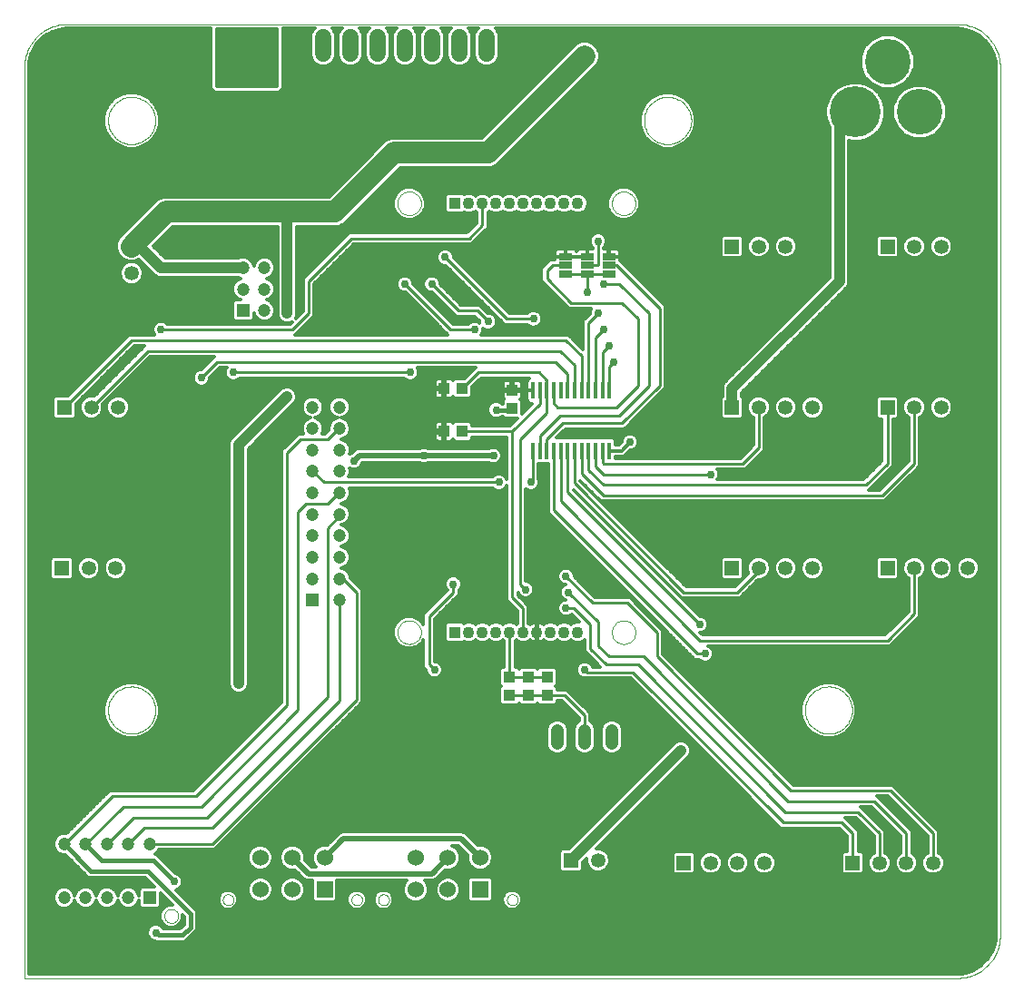
<source format=gtl>
G75*
G70*
%OFA0B0*%
%FSLAX24Y24*%
%IPPOS*%
%LPD*%
%AMOC8*
5,1,8,0,0,1.08239X$1,22.5*
%
%ADD10C,0.0000*%
%ADD11R,0.0433X0.0433*%
%ADD12C,0.0433*%
%ADD13R,0.0472X0.0472*%
%ADD14C,0.0472*%
%ADD15R,0.0531X0.0531*%
%ADD16C,0.0531*%
%ADD17R,0.0118X0.0630*%
%ADD18R,0.0394X0.0433*%
%ADD19R,0.0602X0.0602*%
%ADD20C,0.0602*%
%ADD21C,0.1673*%
%ADD22C,0.1870*%
%ADD23R,0.0500X0.0250*%
%ADD24C,0.0480*%
%ADD25R,0.0433X0.0394*%
%ADD26C,0.0600*%
%ADD27C,0.0098*%
%ADD28C,0.0118*%
%ADD29C,0.0297*%
%ADD30C,0.0197*%
%ADD31C,0.0157*%
%ADD32C,0.0236*%
%ADD33C,0.0787*%
%ADD34C,0.0394*%
%ADD35C,0.0376*%
D10*
X000161Y000161D02*
X000161Y033626D01*
X000163Y033703D01*
X000169Y033780D01*
X000178Y033857D01*
X000191Y033933D01*
X000208Y034009D01*
X000229Y034083D01*
X000253Y034157D01*
X000281Y034229D01*
X000312Y034299D01*
X000347Y034368D01*
X000385Y034436D01*
X000426Y034501D01*
X000471Y034564D01*
X000519Y034625D01*
X000569Y034684D01*
X000622Y034740D01*
X000678Y034793D01*
X000737Y034843D01*
X000798Y034891D01*
X000861Y034936D01*
X000926Y034977D01*
X000994Y035015D01*
X001063Y035050D01*
X001133Y035081D01*
X001205Y035109D01*
X001279Y035133D01*
X001353Y035154D01*
X001429Y035171D01*
X001505Y035184D01*
X001582Y035193D01*
X001659Y035199D01*
X001736Y035201D01*
X034413Y035201D01*
X034490Y035199D01*
X034567Y035193D01*
X034644Y035184D01*
X034720Y035171D01*
X034796Y035154D01*
X034870Y035133D01*
X034944Y035109D01*
X035016Y035081D01*
X035086Y035050D01*
X035155Y035015D01*
X035223Y034977D01*
X035288Y034936D01*
X035351Y034891D01*
X035412Y034843D01*
X035471Y034793D01*
X035527Y034740D01*
X035580Y034684D01*
X035630Y034625D01*
X035678Y034564D01*
X035723Y034501D01*
X035764Y034436D01*
X035802Y034368D01*
X035837Y034299D01*
X035868Y034229D01*
X035896Y034157D01*
X035920Y034083D01*
X035941Y034009D01*
X035958Y033933D01*
X035971Y033857D01*
X035980Y033780D01*
X035986Y033703D01*
X035988Y033626D01*
X035988Y001736D01*
X035986Y001659D01*
X035980Y001582D01*
X035971Y001505D01*
X035958Y001429D01*
X035941Y001353D01*
X035920Y001279D01*
X035896Y001205D01*
X035868Y001133D01*
X035837Y001063D01*
X035802Y000994D01*
X035764Y000926D01*
X035723Y000861D01*
X035678Y000798D01*
X035630Y000737D01*
X035580Y000678D01*
X035527Y000622D01*
X035471Y000569D01*
X035412Y000519D01*
X035351Y000471D01*
X035288Y000426D01*
X035223Y000385D01*
X035155Y000347D01*
X035086Y000312D01*
X035016Y000281D01*
X034944Y000253D01*
X034870Y000229D01*
X034796Y000208D01*
X034720Y000191D01*
X034644Y000178D01*
X034567Y000169D01*
X034490Y000163D01*
X034413Y000161D01*
X000161Y000161D01*
X005299Y002445D02*
X005301Y002476D01*
X005307Y002507D01*
X005316Y002537D01*
X005329Y002566D01*
X005346Y002593D01*
X005366Y002617D01*
X005388Y002639D01*
X005414Y002658D01*
X005441Y002674D01*
X005470Y002686D01*
X005500Y002695D01*
X005531Y002700D01*
X005563Y002701D01*
X005594Y002698D01*
X005625Y002691D01*
X005655Y002681D01*
X005683Y002667D01*
X005709Y002649D01*
X005733Y002629D01*
X005754Y002605D01*
X005773Y002580D01*
X005788Y002552D01*
X005799Y002523D01*
X005807Y002492D01*
X005811Y002461D01*
X005811Y002429D01*
X005807Y002398D01*
X005799Y002367D01*
X005788Y002338D01*
X005773Y002310D01*
X005754Y002285D01*
X005733Y002261D01*
X005709Y002241D01*
X005683Y002223D01*
X005655Y002209D01*
X005625Y002199D01*
X005594Y002192D01*
X005563Y002189D01*
X005531Y002190D01*
X005500Y002195D01*
X005470Y002204D01*
X005441Y002216D01*
X005414Y002232D01*
X005388Y002251D01*
X005366Y002273D01*
X005346Y002297D01*
X005329Y002324D01*
X005316Y002353D01*
X005307Y002383D01*
X005301Y002414D01*
X005299Y002445D01*
X007441Y003039D02*
X007443Y003067D01*
X007449Y003094D01*
X007458Y003121D01*
X007472Y003146D01*
X007488Y003168D01*
X007508Y003188D01*
X007530Y003206D01*
X007554Y003220D01*
X007580Y003230D01*
X007607Y003237D01*
X007635Y003240D01*
X007663Y003239D01*
X007691Y003234D01*
X007717Y003225D01*
X007742Y003213D01*
X007766Y003197D01*
X007787Y003179D01*
X007805Y003157D01*
X007819Y003133D01*
X007831Y003108D01*
X007839Y003081D01*
X007843Y003053D01*
X007843Y003025D01*
X007839Y002997D01*
X007831Y002970D01*
X007819Y002945D01*
X007805Y002921D01*
X007787Y002899D01*
X007766Y002881D01*
X007743Y002865D01*
X007717Y002853D01*
X007691Y002844D01*
X007663Y002839D01*
X007635Y002838D01*
X007607Y002841D01*
X007580Y002848D01*
X007554Y002858D01*
X007530Y002872D01*
X007508Y002890D01*
X007488Y002910D01*
X007472Y002932D01*
X007458Y002957D01*
X007449Y002984D01*
X007443Y003011D01*
X007441Y003039D01*
X012165Y003039D02*
X012167Y003067D01*
X012173Y003094D01*
X012182Y003121D01*
X012196Y003146D01*
X012212Y003168D01*
X012232Y003188D01*
X012254Y003206D01*
X012278Y003220D01*
X012304Y003230D01*
X012331Y003237D01*
X012359Y003240D01*
X012387Y003239D01*
X012415Y003234D01*
X012441Y003225D01*
X012466Y003213D01*
X012490Y003197D01*
X012511Y003179D01*
X012529Y003157D01*
X012543Y003133D01*
X012555Y003108D01*
X012563Y003081D01*
X012567Y003053D01*
X012567Y003025D01*
X012563Y002997D01*
X012555Y002970D01*
X012543Y002945D01*
X012529Y002921D01*
X012511Y002899D01*
X012490Y002881D01*
X012467Y002865D01*
X012441Y002853D01*
X012415Y002844D01*
X012387Y002839D01*
X012359Y002838D01*
X012331Y002841D01*
X012304Y002848D01*
X012278Y002858D01*
X012254Y002872D01*
X012232Y002890D01*
X012212Y002910D01*
X012196Y002932D01*
X012182Y002957D01*
X012173Y002984D01*
X012167Y003011D01*
X012165Y003039D01*
X013149Y003039D02*
X013151Y003067D01*
X013157Y003094D01*
X013166Y003121D01*
X013180Y003146D01*
X013196Y003168D01*
X013216Y003188D01*
X013238Y003206D01*
X013262Y003220D01*
X013288Y003230D01*
X013315Y003237D01*
X013343Y003240D01*
X013371Y003239D01*
X013399Y003234D01*
X013425Y003225D01*
X013450Y003213D01*
X013474Y003197D01*
X013495Y003179D01*
X013513Y003157D01*
X013527Y003133D01*
X013539Y003108D01*
X013547Y003081D01*
X013551Y003053D01*
X013551Y003025D01*
X013547Y002997D01*
X013539Y002970D01*
X013527Y002945D01*
X013513Y002921D01*
X013495Y002899D01*
X013474Y002881D01*
X013451Y002865D01*
X013425Y002853D01*
X013399Y002844D01*
X013371Y002839D01*
X013343Y002838D01*
X013315Y002841D01*
X013288Y002848D01*
X013262Y002858D01*
X013238Y002872D01*
X013216Y002890D01*
X013196Y002910D01*
X013180Y002932D01*
X013166Y002957D01*
X013157Y002984D01*
X013151Y003011D01*
X013149Y003039D01*
X017874Y003039D02*
X017876Y003067D01*
X017882Y003094D01*
X017891Y003121D01*
X017905Y003146D01*
X017921Y003168D01*
X017941Y003188D01*
X017963Y003206D01*
X017987Y003220D01*
X018013Y003230D01*
X018040Y003237D01*
X018068Y003240D01*
X018096Y003239D01*
X018124Y003234D01*
X018150Y003225D01*
X018175Y003213D01*
X018199Y003197D01*
X018220Y003179D01*
X018238Y003157D01*
X018252Y003133D01*
X018264Y003108D01*
X018272Y003081D01*
X018276Y003053D01*
X018276Y003025D01*
X018272Y002997D01*
X018264Y002970D01*
X018252Y002945D01*
X018238Y002921D01*
X018220Y002899D01*
X018199Y002881D01*
X018176Y002865D01*
X018150Y002853D01*
X018124Y002844D01*
X018096Y002839D01*
X018068Y002838D01*
X018040Y002841D01*
X018013Y002848D01*
X017987Y002858D01*
X017963Y002872D01*
X017941Y002890D01*
X017921Y002910D01*
X017905Y002932D01*
X017891Y002957D01*
X017882Y002984D01*
X017876Y003011D01*
X017874Y003039D01*
X013858Y012866D02*
X013860Y012907D01*
X013866Y012948D01*
X013876Y012988D01*
X013889Y013027D01*
X013906Y013064D01*
X013927Y013100D01*
X013951Y013134D01*
X013978Y013165D01*
X014007Y013193D01*
X014040Y013219D01*
X014074Y013241D01*
X014111Y013260D01*
X014149Y013275D01*
X014189Y013287D01*
X014229Y013295D01*
X014270Y013299D01*
X014312Y013299D01*
X014353Y013295D01*
X014393Y013287D01*
X014433Y013275D01*
X014471Y013260D01*
X014507Y013241D01*
X014542Y013219D01*
X014575Y013193D01*
X014604Y013165D01*
X014631Y013134D01*
X014655Y013100D01*
X014676Y013064D01*
X014693Y013027D01*
X014706Y012988D01*
X014716Y012948D01*
X014722Y012907D01*
X014724Y012866D01*
X014722Y012825D01*
X014716Y012784D01*
X014706Y012744D01*
X014693Y012705D01*
X014676Y012668D01*
X014655Y012632D01*
X014631Y012598D01*
X014604Y012567D01*
X014575Y012539D01*
X014542Y012513D01*
X014508Y012491D01*
X014471Y012472D01*
X014433Y012457D01*
X014393Y012445D01*
X014353Y012437D01*
X014312Y012433D01*
X014270Y012433D01*
X014229Y012437D01*
X014189Y012445D01*
X014149Y012457D01*
X014111Y012472D01*
X014075Y012491D01*
X014040Y012513D01*
X014007Y012539D01*
X013978Y012567D01*
X013951Y012598D01*
X013927Y012632D01*
X013906Y012668D01*
X013889Y012705D01*
X013876Y012744D01*
X013866Y012784D01*
X013860Y012825D01*
X013858Y012866D01*
X021732Y012866D02*
X021734Y012907D01*
X021740Y012948D01*
X021750Y012988D01*
X021763Y013027D01*
X021780Y013064D01*
X021801Y013100D01*
X021825Y013134D01*
X021852Y013165D01*
X021881Y013193D01*
X021914Y013219D01*
X021948Y013241D01*
X021985Y013260D01*
X022023Y013275D01*
X022063Y013287D01*
X022103Y013295D01*
X022144Y013299D01*
X022186Y013299D01*
X022227Y013295D01*
X022267Y013287D01*
X022307Y013275D01*
X022345Y013260D01*
X022381Y013241D01*
X022416Y013219D01*
X022449Y013193D01*
X022478Y013165D01*
X022505Y013134D01*
X022529Y013100D01*
X022550Y013064D01*
X022567Y013027D01*
X022580Y012988D01*
X022590Y012948D01*
X022596Y012907D01*
X022598Y012866D01*
X022596Y012825D01*
X022590Y012784D01*
X022580Y012744D01*
X022567Y012705D01*
X022550Y012668D01*
X022529Y012632D01*
X022505Y012598D01*
X022478Y012567D01*
X022449Y012539D01*
X022416Y012513D01*
X022382Y012491D01*
X022345Y012472D01*
X022307Y012457D01*
X022267Y012445D01*
X022227Y012437D01*
X022186Y012433D01*
X022144Y012433D01*
X022103Y012437D01*
X022063Y012445D01*
X022023Y012457D01*
X021985Y012472D01*
X021949Y012491D01*
X021914Y012513D01*
X021881Y012539D01*
X021852Y012567D01*
X021825Y012598D01*
X021801Y012632D01*
X021780Y012668D01*
X021763Y012705D01*
X021750Y012744D01*
X021740Y012784D01*
X021734Y012825D01*
X021732Y012866D01*
X028823Y010004D02*
X028825Y010062D01*
X028831Y010121D01*
X028841Y010178D01*
X028854Y010235D01*
X028872Y010291D01*
X028893Y010346D01*
X028918Y010398D01*
X028946Y010450D01*
X028978Y010499D01*
X029013Y010546D01*
X029051Y010590D01*
X029092Y010632D01*
X029136Y010671D01*
X029182Y010706D01*
X029231Y010739D01*
X029282Y010768D01*
X029334Y010794D01*
X029388Y010816D01*
X029444Y010835D01*
X029500Y010849D01*
X029558Y010860D01*
X029616Y010867D01*
X029674Y010870D01*
X029733Y010869D01*
X029791Y010864D01*
X029849Y010855D01*
X029906Y010842D01*
X029962Y010826D01*
X030017Y010805D01*
X030070Y010781D01*
X030122Y010754D01*
X030172Y010723D01*
X030219Y010689D01*
X030264Y010651D01*
X030307Y010611D01*
X030346Y010568D01*
X030383Y010522D01*
X030416Y010474D01*
X030446Y010424D01*
X030473Y010372D01*
X030496Y010318D01*
X030515Y010263D01*
X030531Y010207D01*
X030543Y010150D01*
X030551Y010092D01*
X030555Y010033D01*
X030555Y009975D01*
X030551Y009916D01*
X030543Y009858D01*
X030531Y009801D01*
X030515Y009745D01*
X030496Y009690D01*
X030473Y009636D01*
X030446Y009584D01*
X030416Y009534D01*
X030383Y009486D01*
X030346Y009440D01*
X030307Y009397D01*
X030264Y009357D01*
X030219Y009319D01*
X030172Y009285D01*
X030122Y009254D01*
X030070Y009227D01*
X030017Y009203D01*
X029962Y009182D01*
X029906Y009166D01*
X029849Y009153D01*
X029791Y009144D01*
X029733Y009139D01*
X029674Y009138D01*
X029616Y009141D01*
X029558Y009148D01*
X029500Y009159D01*
X029444Y009173D01*
X029388Y009192D01*
X029334Y009214D01*
X029282Y009240D01*
X029231Y009269D01*
X029182Y009302D01*
X029136Y009337D01*
X029092Y009376D01*
X029051Y009418D01*
X029013Y009462D01*
X028978Y009509D01*
X028946Y009558D01*
X028918Y009610D01*
X028893Y009662D01*
X028872Y009717D01*
X028854Y009773D01*
X028841Y009830D01*
X028831Y009887D01*
X028825Y009946D01*
X028823Y010004D01*
X021732Y028614D02*
X021734Y028655D01*
X021740Y028696D01*
X021750Y028736D01*
X021763Y028775D01*
X021780Y028812D01*
X021801Y028848D01*
X021825Y028882D01*
X021852Y028913D01*
X021881Y028941D01*
X021914Y028967D01*
X021948Y028989D01*
X021985Y029008D01*
X022023Y029023D01*
X022063Y029035D01*
X022103Y029043D01*
X022144Y029047D01*
X022186Y029047D01*
X022227Y029043D01*
X022267Y029035D01*
X022307Y029023D01*
X022345Y029008D01*
X022381Y028989D01*
X022416Y028967D01*
X022449Y028941D01*
X022478Y028913D01*
X022505Y028882D01*
X022529Y028848D01*
X022550Y028812D01*
X022567Y028775D01*
X022580Y028736D01*
X022590Y028696D01*
X022596Y028655D01*
X022598Y028614D01*
X022596Y028573D01*
X022590Y028532D01*
X022580Y028492D01*
X022567Y028453D01*
X022550Y028416D01*
X022529Y028380D01*
X022505Y028346D01*
X022478Y028315D01*
X022449Y028287D01*
X022416Y028261D01*
X022382Y028239D01*
X022345Y028220D01*
X022307Y028205D01*
X022267Y028193D01*
X022227Y028185D01*
X022186Y028181D01*
X022144Y028181D01*
X022103Y028185D01*
X022063Y028193D01*
X022023Y028205D01*
X021985Y028220D01*
X021949Y028239D01*
X021914Y028261D01*
X021881Y028287D01*
X021852Y028315D01*
X021825Y028346D01*
X021801Y028380D01*
X021780Y028416D01*
X021763Y028453D01*
X021750Y028492D01*
X021740Y028532D01*
X021734Y028573D01*
X021732Y028614D01*
X022917Y031657D02*
X022919Y031715D01*
X022925Y031774D01*
X022935Y031831D01*
X022948Y031888D01*
X022966Y031944D01*
X022987Y031999D01*
X023012Y032051D01*
X023040Y032103D01*
X023072Y032152D01*
X023107Y032199D01*
X023145Y032243D01*
X023186Y032285D01*
X023230Y032324D01*
X023276Y032359D01*
X023325Y032392D01*
X023376Y032421D01*
X023428Y032447D01*
X023482Y032469D01*
X023538Y032488D01*
X023594Y032502D01*
X023652Y032513D01*
X023710Y032520D01*
X023768Y032523D01*
X023827Y032522D01*
X023885Y032517D01*
X023943Y032508D01*
X024000Y032495D01*
X024056Y032479D01*
X024111Y032458D01*
X024164Y032434D01*
X024216Y032407D01*
X024266Y032376D01*
X024313Y032342D01*
X024358Y032304D01*
X024401Y032264D01*
X024440Y032221D01*
X024477Y032175D01*
X024510Y032127D01*
X024540Y032077D01*
X024567Y032025D01*
X024590Y031971D01*
X024609Y031916D01*
X024625Y031860D01*
X024637Y031803D01*
X024645Y031745D01*
X024649Y031686D01*
X024649Y031628D01*
X024645Y031569D01*
X024637Y031511D01*
X024625Y031454D01*
X024609Y031398D01*
X024590Y031343D01*
X024567Y031289D01*
X024540Y031237D01*
X024510Y031187D01*
X024477Y031139D01*
X024440Y031093D01*
X024401Y031050D01*
X024358Y031010D01*
X024313Y030972D01*
X024266Y030938D01*
X024216Y030907D01*
X024164Y030880D01*
X024111Y030856D01*
X024056Y030835D01*
X024000Y030819D01*
X023943Y030806D01*
X023885Y030797D01*
X023827Y030792D01*
X023768Y030791D01*
X023710Y030794D01*
X023652Y030801D01*
X023594Y030812D01*
X023538Y030826D01*
X023482Y030845D01*
X023428Y030867D01*
X023376Y030893D01*
X023325Y030922D01*
X023276Y030955D01*
X023230Y030990D01*
X023186Y031029D01*
X023145Y031071D01*
X023107Y031115D01*
X023072Y031162D01*
X023040Y031211D01*
X023012Y031263D01*
X022987Y031315D01*
X022966Y031370D01*
X022948Y031426D01*
X022935Y031483D01*
X022925Y031540D01*
X022919Y031599D01*
X022917Y031657D01*
X013858Y028614D02*
X013860Y028655D01*
X013866Y028696D01*
X013876Y028736D01*
X013889Y028775D01*
X013906Y028812D01*
X013927Y028848D01*
X013951Y028882D01*
X013978Y028913D01*
X014007Y028941D01*
X014040Y028967D01*
X014074Y028989D01*
X014111Y029008D01*
X014149Y029023D01*
X014189Y029035D01*
X014229Y029043D01*
X014270Y029047D01*
X014312Y029047D01*
X014353Y029043D01*
X014393Y029035D01*
X014433Y029023D01*
X014471Y029008D01*
X014507Y028989D01*
X014542Y028967D01*
X014575Y028941D01*
X014604Y028913D01*
X014631Y028882D01*
X014655Y028848D01*
X014676Y028812D01*
X014693Y028775D01*
X014706Y028736D01*
X014716Y028696D01*
X014722Y028655D01*
X014724Y028614D01*
X014722Y028573D01*
X014716Y028532D01*
X014706Y028492D01*
X014693Y028453D01*
X014676Y028416D01*
X014655Y028380D01*
X014631Y028346D01*
X014604Y028315D01*
X014575Y028287D01*
X014542Y028261D01*
X014508Y028239D01*
X014471Y028220D01*
X014433Y028205D01*
X014393Y028193D01*
X014353Y028185D01*
X014312Y028181D01*
X014270Y028181D01*
X014229Y028185D01*
X014189Y028193D01*
X014149Y028205D01*
X014111Y028220D01*
X014075Y028239D01*
X014040Y028261D01*
X014007Y028287D01*
X013978Y028315D01*
X013951Y028346D01*
X013927Y028380D01*
X013906Y028416D01*
X013889Y028453D01*
X013876Y028492D01*
X013866Y028532D01*
X013860Y028573D01*
X013858Y028614D01*
X003232Y031657D02*
X003234Y031715D01*
X003240Y031774D01*
X003250Y031831D01*
X003263Y031888D01*
X003281Y031944D01*
X003302Y031999D01*
X003327Y032051D01*
X003355Y032103D01*
X003387Y032152D01*
X003422Y032199D01*
X003460Y032243D01*
X003501Y032285D01*
X003545Y032324D01*
X003591Y032359D01*
X003640Y032392D01*
X003691Y032421D01*
X003743Y032447D01*
X003797Y032469D01*
X003853Y032488D01*
X003909Y032502D01*
X003967Y032513D01*
X004025Y032520D01*
X004083Y032523D01*
X004142Y032522D01*
X004200Y032517D01*
X004258Y032508D01*
X004315Y032495D01*
X004371Y032479D01*
X004426Y032458D01*
X004479Y032434D01*
X004531Y032407D01*
X004581Y032376D01*
X004628Y032342D01*
X004673Y032304D01*
X004716Y032264D01*
X004755Y032221D01*
X004792Y032175D01*
X004825Y032127D01*
X004855Y032077D01*
X004882Y032025D01*
X004905Y031971D01*
X004924Y031916D01*
X004940Y031860D01*
X004952Y031803D01*
X004960Y031745D01*
X004964Y031686D01*
X004964Y031628D01*
X004960Y031569D01*
X004952Y031511D01*
X004940Y031454D01*
X004924Y031398D01*
X004905Y031343D01*
X004882Y031289D01*
X004855Y031237D01*
X004825Y031187D01*
X004792Y031139D01*
X004755Y031093D01*
X004716Y031050D01*
X004673Y031010D01*
X004628Y030972D01*
X004581Y030938D01*
X004531Y030907D01*
X004479Y030880D01*
X004426Y030856D01*
X004371Y030835D01*
X004315Y030819D01*
X004258Y030806D01*
X004200Y030797D01*
X004142Y030792D01*
X004083Y030791D01*
X004025Y030794D01*
X003967Y030801D01*
X003909Y030812D01*
X003853Y030826D01*
X003797Y030845D01*
X003743Y030867D01*
X003691Y030893D01*
X003640Y030922D01*
X003591Y030955D01*
X003545Y030990D01*
X003501Y031029D01*
X003460Y031071D01*
X003422Y031115D01*
X003387Y031162D01*
X003355Y031211D01*
X003327Y031263D01*
X003302Y031315D01*
X003281Y031370D01*
X003263Y031426D01*
X003250Y031483D01*
X003240Y031540D01*
X003234Y031599D01*
X003232Y031657D01*
X003232Y010004D02*
X003234Y010062D01*
X003240Y010121D01*
X003250Y010178D01*
X003263Y010235D01*
X003281Y010291D01*
X003302Y010346D01*
X003327Y010398D01*
X003355Y010450D01*
X003387Y010499D01*
X003422Y010546D01*
X003460Y010590D01*
X003501Y010632D01*
X003545Y010671D01*
X003591Y010706D01*
X003640Y010739D01*
X003691Y010768D01*
X003743Y010794D01*
X003797Y010816D01*
X003853Y010835D01*
X003909Y010849D01*
X003967Y010860D01*
X004025Y010867D01*
X004083Y010870D01*
X004142Y010869D01*
X004200Y010864D01*
X004258Y010855D01*
X004315Y010842D01*
X004371Y010826D01*
X004426Y010805D01*
X004479Y010781D01*
X004531Y010754D01*
X004581Y010723D01*
X004628Y010689D01*
X004673Y010651D01*
X004716Y010611D01*
X004755Y010568D01*
X004792Y010522D01*
X004825Y010474D01*
X004855Y010424D01*
X004882Y010372D01*
X004905Y010318D01*
X004924Y010263D01*
X004940Y010207D01*
X004952Y010150D01*
X004960Y010092D01*
X004964Y010033D01*
X004964Y009975D01*
X004960Y009916D01*
X004952Y009858D01*
X004940Y009801D01*
X004924Y009745D01*
X004905Y009690D01*
X004882Y009636D01*
X004855Y009584D01*
X004825Y009534D01*
X004792Y009486D01*
X004755Y009440D01*
X004716Y009397D01*
X004673Y009357D01*
X004628Y009319D01*
X004581Y009285D01*
X004531Y009254D01*
X004479Y009227D01*
X004426Y009203D01*
X004371Y009182D01*
X004315Y009166D01*
X004258Y009153D01*
X004200Y009144D01*
X004142Y009139D01*
X004083Y009138D01*
X004025Y009141D01*
X003967Y009148D01*
X003909Y009159D01*
X003853Y009173D01*
X003797Y009192D01*
X003743Y009214D01*
X003691Y009240D01*
X003640Y009269D01*
X003591Y009302D01*
X003545Y009337D01*
X003501Y009376D01*
X003460Y009418D01*
X003422Y009462D01*
X003387Y009509D01*
X003355Y009558D01*
X003327Y009610D01*
X003302Y009662D01*
X003281Y009717D01*
X003263Y009773D01*
X003250Y009830D01*
X003240Y009887D01*
X003234Y009946D01*
X003232Y010004D01*
D11*
X015978Y012866D03*
X015978Y028614D03*
D12*
X016478Y028614D03*
X016978Y028614D03*
X017478Y028614D03*
X017978Y028614D03*
X018478Y028614D03*
X018978Y028614D03*
X019478Y028614D03*
X019978Y028614D03*
X020478Y028614D03*
X020478Y012866D03*
X019978Y012866D03*
X019478Y012866D03*
X018978Y012866D03*
X018478Y012866D03*
X017978Y012866D03*
X017478Y012866D03*
X016978Y012866D03*
X016478Y012866D03*
D13*
X010748Y014047D03*
X008189Y024677D03*
X004768Y003114D03*
D14*
X003980Y003114D03*
X003193Y003114D03*
X002405Y003114D03*
X001618Y003114D03*
X001618Y005083D03*
X002405Y005083D03*
X003193Y005083D03*
X003980Y005083D03*
X004768Y005083D03*
X011732Y014047D03*
X011732Y014834D03*
X011732Y015622D03*
X011732Y016409D03*
X011732Y017197D03*
X011732Y017984D03*
X011732Y018771D03*
X011732Y019559D03*
X011732Y020346D03*
X011732Y021134D03*
X010748Y021134D03*
X010748Y020346D03*
X010748Y019559D03*
X010748Y018771D03*
X010748Y017984D03*
X010748Y017197D03*
X010748Y016409D03*
X010748Y015622D03*
X010748Y014834D03*
X008976Y024677D03*
X008976Y025464D03*
X008189Y025464D03*
X008189Y026252D03*
X008976Y026252D03*
D15*
X004098Y027031D03*
X001638Y021126D03*
X001539Y015220D03*
X020240Y004492D03*
X024374Y004394D03*
X030575Y004394D03*
X031854Y015220D03*
X026146Y015220D03*
X026146Y021126D03*
X031854Y021126D03*
X031854Y027031D03*
X026146Y027031D03*
D16*
X027130Y027031D03*
X028114Y027031D03*
X032838Y027031D03*
X033823Y027031D03*
X033823Y021126D03*
X032838Y021126D03*
X029098Y021126D03*
X028114Y021126D03*
X027130Y021126D03*
X027130Y015220D03*
X028114Y015220D03*
X029098Y015220D03*
X032838Y015220D03*
X033823Y015220D03*
X034807Y015220D03*
X033527Y004394D03*
X032543Y004394D03*
X031559Y004394D03*
X027327Y004394D03*
X026342Y004394D03*
X025358Y004394D03*
X021224Y004492D03*
X003508Y015220D03*
X002523Y015220D03*
X002622Y021126D03*
X003606Y021126D03*
X004098Y026047D03*
D17*
X018833Y021736D03*
X019088Y021736D03*
X019344Y021736D03*
X019600Y021736D03*
X019856Y021736D03*
X020112Y021736D03*
X020368Y021736D03*
X020624Y021736D03*
X020880Y021736D03*
X021136Y021736D03*
X021392Y021736D03*
X021647Y021736D03*
X021647Y019531D03*
X021392Y019531D03*
X021136Y019531D03*
X020880Y019531D03*
X020624Y019531D03*
X020368Y019531D03*
X020112Y019531D03*
X019856Y019531D03*
X019600Y019531D03*
X019344Y019531D03*
X019088Y019531D03*
X018833Y019531D03*
D18*
X018075Y021086D03*
X018075Y021756D03*
X016244Y021815D03*
X015575Y021815D03*
X015575Y020240D03*
X016244Y020240D03*
D19*
X016894Y003409D03*
X011185Y003409D03*
D20*
X010004Y003409D03*
X008823Y003409D03*
X008823Y004590D03*
X010004Y004590D03*
X011185Y004590D03*
X014531Y004590D03*
X014531Y003409D03*
X015712Y003409D03*
X015712Y004590D03*
X016894Y004590D03*
D21*
X033035Y031972D03*
X031854Y033823D03*
D22*
X030673Y031972D03*
D23*
X021618Y026662D03*
X021618Y026342D03*
X021618Y026022D03*
X020831Y026022D03*
X020831Y026342D03*
X020831Y026662D03*
X020043Y026662D03*
X020043Y026342D03*
X020043Y026022D03*
D24*
X019732Y009260D02*
X019732Y008780D01*
X020732Y008780D02*
X020732Y009260D01*
X021732Y009260D02*
X021732Y008780D01*
D25*
X019354Y010555D03*
X019354Y011224D03*
X018665Y011224D03*
X018665Y010555D03*
X017976Y010555D03*
X017976Y011224D03*
D26*
X017138Y034113D02*
X017138Y034713D01*
X016138Y034713D02*
X016138Y034113D01*
X015138Y034113D02*
X015138Y034713D01*
X014138Y034713D02*
X014138Y034113D01*
X013138Y034113D02*
X013138Y034713D01*
X012138Y034713D02*
X012138Y034113D01*
X011138Y034113D02*
X011138Y034713D01*
D27*
X016978Y028614D02*
X016978Y027805D01*
X016500Y027327D01*
X012169Y027327D01*
X010594Y025752D01*
X010594Y024571D01*
X010004Y023980D01*
X005181Y023980D01*
X004689Y023193D02*
X002622Y021126D01*
X001638Y021126D02*
X004098Y023586D01*
X020043Y023586D01*
X020624Y023006D01*
X020624Y021736D01*
X020880Y021736D02*
X020880Y024226D01*
X021224Y024571D01*
X021421Y023980D02*
X021136Y023695D01*
X021136Y021736D01*
X021392Y021736D02*
X021392Y023163D01*
X021618Y023390D01*
X021815Y022799D02*
X021647Y022632D01*
X021647Y021736D01*
X021913Y021126D02*
X022701Y021913D01*
X022701Y024374D01*
X022110Y024964D01*
X020240Y024964D01*
X019354Y025850D01*
X019354Y026146D01*
X019551Y026342D01*
X020043Y026342D01*
X020043Y026022D02*
X020831Y026022D01*
X020831Y025358D01*
X021421Y025653D02*
X022012Y025653D01*
X023094Y024571D01*
X023094Y021913D01*
X022012Y020831D01*
X019846Y020831D01*
X019088Y020073D01*
X019088Y019531D01*
X018833Y019531D02*
X018833Y018439D01*
X018764Y018370D01*
X017583Y018370D02*
X011149Y018370D01*
X010748Y018771D01*
X011685Y017984D02*
X011732Y017984D01*
X011685Y017984D02*
X011283Y017583D01*
X010496Y017583D01*
X010201Y017287D01*
X010201Y010004D01*
X006657Y006460D01*
X003783Y006460D01*
X002405Y005083D01*
X001618Y005083D02*
X003390Y006854D01*
X006460Y006854D01*
X009807Y010201D01*
X009807Y019453D01*
X010299Y019945D01*
X011283Y019945D01*
X011685Y020346D01*
X011732Y020346D01*
X014334Y022405D02*
X007838Y022405D01*
X007248Y022799D02*
X006657Y022209D01*
X007248Y022799D02*
X019649Y022799D01*
X020112Y022336D01*
X020112Y021736D01*
X020368Y021736D02*
X020368Y022671D01*
X019846Y023193D01*
X004689Y023193D01*
X011283Y016697D02*
X011732Y017146D01*
X011732Y017197D01*
X011283Y016697D02*
X011283Y010496D01*
X006854Y006067D01*
X004177Y006067D01*
X003193Y005083D01*
X003980Y005083D02*
X004571Y005673D01*
X007051Y005673D01*
X011732Y010354D01*
X011732Y014047D01*
X012366Y014334D02*
X011866Y014834D01*
X011732Y014834D01*
X012366Y014334D02*
X012366Y010397D01*
X007051Y005083D01*
X004768Y005083D01*
X015023Y011677D02*
X015220Y011480D01*
X015023Y011677D02*
X015023Y013449D01*
X015909Y014334D01*
X015909Y014630D01*
X016978Y012957D02*
X016978Y012866D01*
X017976Y012864D02*
X017976Y011224D01*
X017976Y011185D01*
X018016Y011224D01*
X018665Y011224D01*
X018764Y011224D01*
X019354Y011224D01*
X019354Y010555D02*
X018665Y010555D01*
X017976Y010555D01*
X019354Y010555D02*
X019984Y010555D01*
X020732Y009807D01*
X020732Y009020D01*
X020831Y011382D02*
X022504Y011382D01*
X028016Y005870D01*
X030181Y005870D01*
X030575Y005476D01*
X030575Y004394D01*
X031559Y004394D02*
X031559Y005476D01*
X030771Y006264D01*
X028114Y006264D01*
X022701Y011677D01*
X021520Y011677D01*
X020929Y012268D01*
X020929Y013153D01*
X020338Y013744D01*
X020043Y013744D01*
X020142Y014334D02*
X021224Y013252D01*
X021224Y012366D01*
X021618Y011972D01*
X022897Y011972D01*
X028212Y006657D01*
X031362Y006657D01*
X032543Y005476D01*
X032543Y004394D01*
X033527Y004394D02*
X033527Y005476D01*
X031953Y007051D01*
X028311Y007051D01*
X023390Y011972D01*
X023390Y012858D01*
X022307Y013941D01*
X021027Y013941D01*
X020043Y014925D01*
X018567Y014433D02*
X018370Y014630D01*
X018370Y019945D01*
X019344Y020919D01*
X019344Y021736D01*
X019344Y022120D01*
X019059Y022405D01*
X016834Y022405D01*
X016244Y021815D01*
X016244Y020240D02*
X018075Y020240D01*
X018075Y014138D01*
X018468Y013744D01*
X018468Y012876D01*
X018478Y012866D01*
X017978Y012866D02*
X017976Y012864D01*
X020732Y011480D02*
X020831Y011382D01*
X024374Y014334D02*
X026342Y014334D01*
X027130Y015122D01*
X024964Y013153D02*
X020112Y018006D01*
X020112Y019531D01*
X019856Y019531D02*
X019856Y017671D01*
X024964Y012563D01*
X031854Y012563D01*
X032838Y013547D01*
X032838Y015220D01*
X031657Y017878D02*
X032838Y019059D01*
X032838Y021126D01*
X031854Y021126D02*
X031854Y019059D01*
X031067Y018271D01*
X021421Y018271D01*
X020880Y018813D01*
X020880Y019531D01*
X021136Y019531D02*
X021136Y018951D01*
X021421Y018665D01*
X025358Y018665D01*
X026539Y019059D02*
X027130Y019649D01*
X027130Y021126D01*
X026539Y019059D02*
X021421Y019059D01*
X021392Y019088D01*
X021392Y019531D01*
X020624Y019531D02*
X020624Y018675D01*
X021421Y017878D01*
X031657Y017878D01*
X025161Y012071D02*
X024866Y012071D01*
X019600Y017336D01*
X019600Y019531D01*
X019344Y019531D02*
X019344Y019935D01*
X019945Y020535D01*
X022110Y020535D01*
X023488Y021913D01*
X023488Y024768D01*
X021913Y026342D01*
X021618Y026342D01*
X021618Y026022D02*
X020831Y026022D01*
X020831Y026342D02*
X021224Y026342D01*
X021224Y027228D01*
X018862Y024374D02*
X017878Y024374D01*
X015614Y026638D01*
X015122Y025653D02*
X016106Y024669D01*
X016795Y024669D01*
X017189Y024275D01*
X016697Y023980D02*
X015811Y023980D01*
X014138Y025653D01*
X019088Y021736D02*
X019088Y021254D01*
X018075Y020240D01*
X019600Y021273D02*
X019600Y021736D01*
X019600Y021273D02*
X019748Y021126D01*
X021913Y021126D01*
X020368Y019531D02*
X020368Y018340D01*
X024374Y014334D01*
D28*
X024253Y014160D02*
X024254Y014160D01*
X024288Y014126D02*
X026256Y014126D01*
X026429Y014126D01*
X027098Y014796D01*
X027214Y014796D01*
X027370Y014860D01*
X027490Y014980D01*
X027555Y015136D01*
X027555Y015305D01*
X027490Y015461D01*
X027370Y015580D01*
X027214Y015645D01*
X027045Y015645D01*
X026889Y015580D01*
X026770Y015461D01*
X026705Y015305D01*
X026705Y015136D01*
X026747Y015034D01*
X026256Y014543D01*
X024460Y014543D01*
X020576Y018427D01*
X020576Y018428D01*
X021213Y017791D01*
X021335Y017670D01*
X031571Y017670D01*
X031744Y017670D01*
X032925Y018851D01*
X033047Y018973D01*
X033047Y020752D01*
X033079Y020766D01*
X033199Y020885D01*
X033263Y021041D01*
X033263Y021210D01*
X033199Y021366D01*
X033079Y021486D01*
X032923Y021551D01*
X032754Y021551D01*
X032598Y021486D01*
X032478Y021366D01*
X032414Y021210D01*
X032414Y021041D01*
X032478Y020885D01*
X032598Y020766D01*
X032630Y020752D01*
X032630Y019145D01*
X031571Y018086D01*
X031176Y018086D01*
X031940Y018851D01*
X032062Y018973D01*
X032062Y020701D01*
X032186Y020701D01*
X032279Y020794D01*
X032279Y021457D01*
X032186Y021551D01*
X031523Y021551D01*
X031429Y021457D01*
X031429Y020794D01*
X031523Y020701D01*
X031646Y020701D01*
X031646Y019145D01*
X030980Y018480D01*
X025608Y018480D01*
X025619Y018491D01*
X025666Y018604D01*
X025666Y018726D01*
X025619Y018840D01*
X025608Y018851D01*
X026453Y018851D01*
X026625Y018851D01*
X027216Y019441D01*
X027338Y019563D01*
X027338Y020752D01*
X027370Y020766D01*
X027490Y020885D01*
X027555Y021041D01*
X027555Y021210D01*
X027490Y021366D01*
X027370Y021486D01*
X027214Y021551D01*
X027045Y021551D01*
X026889Y021486D01*
X026770Y021366D01*
X026705Y021210D01*
X026705Y021041D01*
X026770Y020885D01*
X026889Y020766D01*
X026921Y020752D01*
X026921Y019736D01*
X026453Y019267D01*
X021866Y019267D01*
X021866Y019313D01*
X022000Y019313D01*
X022181Y019313D01*
X022406Y019539D01*
X022467Y019539D01*
X022580Y019585D01*
X022666Y019672D01*
X022713Y019785D01*
X022713Y019908D01*
X022666Y020021D01*
X022580Y020107D01*
X022467Y020154D01*
X022344Y020154D01*
X022231Y020107D01*
X022144Y020021D01*
X022098Y019908D01*
X022098Y019847D01*
X022000Y019749D01*
X021866Y019749D01*
X021866Y019912D01*
X021772Y020005D01*
X021523Y020005D01*
X021519Y020002D01*
X021516Y020005D01*
X021267Y020005D01*
X021264Y020002D01*
X021261Y020005D01*
X021011Y020005D01*
X021008Y020002D01*
X021005Y020005D01*
X020755Y020005D01*
X020752Y020002D01*
X020749Y020005D01*
X020499Y020005D01*
X020496Y020002D01*
X020493Y020005D01*
X020243Y020005D01*
X020240Y020002D01*
X020237Y020005D01*
X019987Y020005D01*
X019984Y020002D01*
X019981Y020005D01*
X019731Y020005D01*
X019728Y020002D01*
X019725Y020005D01*
X019709Y020005D01*
X020031Y020327D01*
X022024Y020327D01*
X022196Y020327D01*
X023574Y021705D01*
X023696Y021827D01*
X023696Y024681D01*
X023696Y024854D01*
X022121Y026429D01*
X022027Y026523D01*
X022027Y026659D01*
X021622Y026659D01*
X021622Y026666D01*
X022027Y026666D01*
X022027Y026808D01*
X022016Y026849D01*
X021995Y026885D01*
X021966Y026915D01*
X021929Y026936D01*
X021889Y026946D01*
X021621Y026946D01*
X021621Y026666D01*
X021614Y026666D01*
X021614Y026946D01*
X021432Y026946D01*
X021432Y027001D01*
X021485Y027054D01*
X021532Y027167D01*
X021532Y027289D01*
X021485Y027403D01*
X021399Y027489D01*
X021285Y027536D01*
X021163Y027536D01*
X021050Y027489D01*
X020963Y027403D01*
X020916Y027289D01*
X020916Y027167D01*
X020963Y027054D01*
X021016Y027001D01*
X021016Y026946D01*
X020834Y026946D01*
X020834Y026666D01*
X020827Y026666D01*
X020827Y026946D01*
X020560Y026946D01*
X020519Y026936D01*
X020483Y026915D01*
X020453Y026885D01*
X020437Y026857D01*
X020420Y026885D01*
X020391Y026915D01*
X020355Y026936D01*
X020314Y026946D01*
X020047Y026946D01*
X020047Y026666D01*
X020452Y026666D01*
X020827Y026666D01*
X020827Y026659D01*
X020452Y026659D01*
X020047Y026659D01*
X020047Y026666D01*
X020040Y026666D01*
X020040Y026946D01*
X019772Y026946D01*
X019732Y026936D01*
X019695Y026915D01*
X019666Y026885D01*
X019645Y026849D01*
X019634Y026808D01*
X019634Y026666D01*
X020039Y026666D01*
X020039Y026659D01*
X019634Y026659D01*
X019634Y026551D01*
X019465Y026551D01*
X019343Y026429D01*
X019146Y026232D01*
X019146Y026059D01*
X019146Y025764D01*
X019268Y025642D01*
X020154Y024756D01*
X020326Y024756D01*
X020974Y024756D01*
X020963Y024745D01*
X020916Y024632D01*
X020916Y024557D01*
X020671Y024312D01*
X020671Y024140D01*
X020671Y023253D01*
X020251Y023673D01*
X020129Y023795D01*
X016946Y023795D01*
X016958Y023806D01*
X017004Y023919D01*
X017004Y024025D01*
X017014Y024014D01*
X017128Y023968D01*
X017250Y023968D01*
X017363Y024014D01*
X017450Y024101D01*
X017497Y024214D01*
X017497Y024337D01*
X017450Y024450D01*
X017363Y024536D01*
X017250Y024583D01*
X017176Y024583D01*
X016881Y024877D01*
X016709Y024877D01*
X016192Y024877D01*
X015430Y025640D01*
X015430Y025715D01*
X015383Y025828D01*
X015296Y025914D01*
X015183Y025961D01*
X015061Y025961D01*
X014948Y025914D01*
X014861Y025828D01*
X014814Y025715D01*
X014814Y025592D01*
X014861Y025479D01*
X014948Y025392D01*
X015061Y025346D01*
X015135Y025346D01*
X015898Y024583D01*
X016020Y024461D01*
X016709Y024461D01*
X016881Y024289D01*
X016881Y024231D01*
X016871Y024241D01*
X016758Y024288D01*
X016635Y024288D01*
X016522Y024241D01*
X016470Y024188D01*
X015897Y024188D01*
X014445Y025640D01*
X014445Y025715D01*
X014399Y025828D01*
X014312Y025914D01*
X014199Y025961D01*
X014076Y025961D01*
X013963Y025914D01*
X013877Y025828D01*
X013830Y025715D01*
X013830Y025592D01*
X013877Y025479D01*
X013963Y025392D01*
X014076Y025346D01*
X014151Y025346D01*
X015603Y023894D01*
X015702Y023795D01*
X010113Y023795D01*
X010212Y023894D01*
X010803Y024484D01*
X010803Y024657D01*
X010803Y025666D01*
X012255Y027118D01*
X016586Y027118D01*
X016708Y027240D01*
X017186Y027719D01*
X017186Y027891D01*
X017186Y028294D01*
X017191Y028296D01*
X017228Y028333D01*
X017265Y028296D01*
X017403Y028238D01*
X017553Y028238D01*
X017691Y028296D01*
X017728Y028333D01*
X017765Y028296D01*
X017903Y028238D01*
X018053Y028238D01*
X018191Y028296D01*
X018228Y028333D01*
X018265Y028296D01*
X018403Y028238D01*
X018553Y028238D01*
X018691Y028296D01*
X018728Y028333D01*
X018765Y028296D01*
X018903Y028238D01*
X019053Y028238D01*
X019191Y028296D01*
X019228Y028333D01*
X019265Y028296D01*
X019403Y028238D01*
X019553Y028238D01*
X019691Y028296D01*
X019728Y028333D01*
X019765Y028296D01*
X019903Y028238D01*
X020053Y028238D01*
X020191Y028296D01*
X020228Y028333D01*
X020265Y028296D01*
X020403Y028238D01*
X020553Y028238D01*
X020691Y028296D01*
X020797Y028401D01*
X020854Y028539D01*
X020854Y028689D01*
X020797Y028827D01*
X020691Y028932D01*
X020553Y028990D01*
X020403Y028990D01*
X020265Y028932D01*
X020228Y028895D01*
X020191Y028932D01*
X020053Y028990D01*
X019903Y028990D01*
X019765Y028932D01*
X019728Y028895D01*
X019691Y028932D01*
X019553Y028990D01*
X019403Y028990D01*
X019265Y028932D01*
X019228Y028895D01*
X019191Y028932D01*
X019053Y028990D01*
X018903Y028990D01*
X018765Y028932D01*
X018728Y028895D01*
X018691Y028932D01*
X018553Y028990D01*
X018403Y028990D01*
X018265Y028932D01*
X018228Y028895D01*
X018191Y028932D01*
X018053Y028990D01*
X017903Y028990D01*
X017765Y028932D01*
X017728Y028895D01*
X017691Y028932D01*
X017553Y028990D01*
X017403Y028990D01*
X017265Y028932D01*
X017228Y028895D01*
X017191Y028932D01*
X017053Y028990D01*
X016903Y028990D01*
X016765Y028932D01*
X016728Y028895D01*
X016691Y028932D01*
X016553Y028990D01*
X016403Y028990D01*
X016302Y028948D01*
X016261Y028990D01*
X015696Y028990D01*
X015603Y028896D01*
X015603Y028332D01*
X015696Y028238D01*
X016261Y028238D01*
X016302Y028280D01*
X016403Y028238D01*
X016553Y028238D01*
X016691Y028296D01*
X016728Y028333D01*
X016765Y028296D01*
X016770Y028294D01*
X016770Y027891D01*
X016414Y027535D01*
X012255Y027535D01*
X012083Y027535D01*
X010508Y025960D01*
X010386Y025838D01*
X010386Y024657D01*
X010116Y024387D01*
X010163Y024500D01*
X010163Y027758D01*
X011689Y027758D01*
X011892Y027842D01*
X012047Y027998D01*
X013973Y029923D01*
X017079Y029923D01*
X017299Y029923D01*
X017502Y030008D01*
X021201Y033706D01*
X021285Y033910D01*
X021285Y034129D01*
X021201Y034333D01*
X021045Y034488D01*
X020842Y034572D01*
X020622Y034572D01*
X020419Y034488D01*
X016960Y031029D01*
X013634Y031029D01*
X013431Y030945D01*
X013275Y030789D01*
X011350Y028864D01*
X009697Y028864D01*
X005488Y028864D01*
X005268Y028864D01*
X005065Y028779D01*
X003630Y027344D01*
X003546Y027141D01*
X003546Y026921D01*
X003630Y026718D01*
X003785Y026563D01*
X003988Y026479D01*
X004208Y026479D01*
X004374Y026547D01*
X004971Y025950D01*
X005102Y025896D01*
X005244Y025896D01*
X008015Y025896D01*
X008106Y025858D01*
X007965Y025799D01*
X007854Y025688D01*
X007794Y025543D01*
X007794Y025386D01*
X007854Y025240D01*
X007965Y025129D01*
X008103Y025072D01*
X007887Y025072D01*
X007794Y024979D01*
X007794Y024375D01*
X007887Y024282D01*
X008491Y024282D01*
X008584Y024375D01*
X008584Y024591D01*
X008641Y024453D01*
X008752Y024342D01*
X008898Y024282D01*
X009055Y024282D01*
X009200Y024342D01*
X009311Y024453D01*
X009371Y024598D01*
X009371Y024756D01*
X009311Y024901D01*
X009200Y025012D01*
X009059Y025071D01*
X009200Y025129D01*
X009311Y025240D01*
X009371Y025386D01*
X009371Y025543D01*
X009311Y025688D01*
X009200Y025799D01*
X009059Y025858D01*
X009200Y025917D01*
X009311Y026028D01*
X009371Y026173D01*
X009371Y026330D01*
X009311Y026476D01*
X009200Y026587D01*
X009055Y026647D01*
X008898Y026647D01*
X008752Y026587D01*
X008641Y026476D01*
X008582Y026334D01*
X008524Y026476D01*
X008413Y026587D01*
X008267Y026647D01*
X008110Y026647D01*
X008015Y026608D01*
X005320Y026608D01*
X004888Y027040D01*
X005607Y027758D01*
X009451Y027758D01*
X009451Y024500D01*
X009505Y024369D01*
X009605Y024269D01*
X009736Y024215D01*
X009878Y024215D01*
X009991Y024262D01*
X009917Y024188D01*
X005408Y024188D01*
X005355Y024241D01*
X005242Y024288D01*
X005120Y024288D01*
X005007Y024241D01*
X004920Y024154D01*
X004873Y024041D01*
X004873Y023919D01*
X004920Y023806D01*
X004931Y023795D01*
X004185Y023795D01*
X004012Y023795D01*
X001768Y021551D01*
X001306Y021551D01*
X001213Y021457D01*
X001213Y020794D01*
X001306Y020701D01*
X001969Y020701D01*
X002062Y020794D01*
X002062Y021256D01*
X004185Y023378D01*
X004580Y023378D01*
X002739Y021537D01*
X002706Y021551D01*
X002537Y021551D01*
X002381Y021486D01*
X002262Y021366D01*
X002197Y021210D01*
X002197Y021041D01*
X002262Y020885D01*
X002381Y020766D01*
X002537Y020701D01*
X002706Y020701D01*
X002862Y020766D01*
X002982Y020885D01*
X003047Y021041D01*
X003047Y021210D01*
X003033Y021243D01*
X004775Y022984D01*
X007139Y022984D01*
X006671Y022516D01*
X006596Y022516D01*
X006483Y022469D01*
X006396Y022383D01*
X006350Y022270D01*
X006350Y022147D01*
X006396Y022034D01*
X006483Y021948D01*
X006596Y021901D01*
X006719Y021901D01*
X006832Y021948D01*
X006918Y022034D01*
X006965Y022147D01*
X006965Y022222D01*
X007334Y022591D01*
X007589Y022591D01*
X007577Y022580D01*
X007531Y022467D01*
X007531Y022344D01*
X007577Y022231D01*
X007664Y022144D01*
X007777Y022098D01*
X007900Y022098D01*
X008013Y022144D01*
X008065Y022197D01*
X014107Y022197D01*
X014160Y022144D01*
X014273Y022098D01*
X014396Y022098D01*
X014509Y022144D01*
X014595Y022231D01*
X014642Y022344D01*
X014642Y022467D01*
X014595Y022580D01*
X014584Y022591D01*
X016725Y022591D01*
X016626Y022492D01*
X016325Y022190D01*
X015981Y022190D01*
X015906Y022116D01*
X015899Y022129D01*
X015869Y022159D01*
X015833Y022180D01*
X015792Y022190D01*
X015614Y022190D01*
X015614Y021854D01*
X015535Y021854D01*
X015535Y021775D01*
X015614Y021775D01*
X015614Y021439D01*
X015792Y021439D01*
X015833Y021450D01*
X015869Y021471D01*
X015899Y021501D01*
X015906Y021514D01*
X015981Y021439D01*
X016507Y021439D01*
X016600Y021532D01*
X016600Y021876D01*
X016921Y022197D01*
X018708Y022197D01*
X018676Y022178D01*
X018646Y022149D01*
X018625Y022112D01*
X018614Y022072D01*
X018614Y021736D01*
X018614Y021400D01*
X018625Y021360D01*
X018646Y021323D01*
X018676Y021294D01*
X018712Y021273D01*
X018752Y021262D01*
X018802Y021262D01*
X018431Y020890D01*
X018431Y021369D01*
X018378Y021421D01*
X018399Y021442D01*
X018420Y021478D01*
X018431Y021518D01*
X018431Y021716D01*
X018114Y021716D01*
X018114Y021795D01*
X018431Y021795D01*
X018431Y021993D01*
X018420Y022034D01*
X018399Y022070D01*
X018369Y022100D01*
X018333Y022120D01*
X018292Y022131D01*
X018114Y022131D01*
X018114Y021795D01*
X018035Y021795D01*
X018035Y021716D01*
X017719Y021716D01*
X017719Y021518D01*
X017730Y021478D01*
X017751Y021442D01*
X017771Y021421D01*
X017719Y021369D01*
X017719Y021265D01*
X017682Y021265D01*
X017658Y021288D01*
X017545Y021335D01*
X017423Y021335D01*
X017310Y021288D01*
X017223Y021202D01*
X017176Y021089D01*
X017176Y020966D01*
X017223Y020853D01*
X017310Y020766D01*
X017423Y020720D01*
X017545Y020720D01*
X017658Y020766D01*
X017682Y020790D01*
X017733Y020790D01*
X017812Y020711D01*
X018251Y020711D01*
X017988Y020448D01*
X016600Y020448D01*
X016600Y020522D01*
X016507Y020616D01*
X015981Y020616D01*
X015906Y020541D01*
X015899Y020554D01*
X015869Y020584D01*
X015833Y020605D01*
X015792Y020616D01*
X015614Y020616D01*
X015614Y020280D01*
X015535Y020280D01*
X015535Y020616D01*
X015357Y020616D01*
X015316Y020605D01*
X015280Y020584D01*
X015251Y020554D01*
X015230Y020518D01*
X015219Y020477D01*
X015219Y020279D01*
X015535Y020279D01*
X015535Y020201D01*
X015219Y020201D01*
X015219Y020002D01*
X015230Y019962D01*
X015251Y019926D01*
X015280Y019896D01*
X015316Y019875D01*
X015357Y019864D01*
X015535Y019864D01*
X015535Y020200D01*
X015614Y020200D01*
X015614Y019864D01*
X015792Y019864D01*
X015833Y019875D01*
X015869Y019896D01*
X015899Y019926D01*
X015906Y019939D01*
X015981Y019864D01*
X016507Y019864D01*
X016600Y019958D01*
X016600Y020032D01*
X017866Y020032D01*
X017866Y018489D01*
X017843Y018544D01*
X017757Y018631D01*
X017644Y018678D01*
X017521Y018678D01*
X017408Y018631D01*
X017355Y018578D01*
X012080Y018578D01*
X012127Y018693D01*
X012127Y018850D01*
X012111Y018889D01*
X012206Y018850D01*
X012329Y018850D01*
X012442Y018896D01*
X012528Y018983D01*
X012575Y019096D01*
X012575Y019097D01*
X014649Y019097D01*
X014652Y019093D01*
X014765Y019046D01*
X014888Y019046D01*
X015001Y019093D01*
X015004Y019097D01*
X017208Y019097D01*
X017211Y019093D01*
X017324Y019046D01*
X017447Y019046D01*
X017560Y019093D01*
X017647Y019180D01*
X017693Y019293D01*
X017693Y019415D01*
X017647Y019529D01*
X017560Y019615D01*
X017447Y019662D01*
X017324Y019662D01*
X017211Y019615D01*
X017208Y019612D01*
X015004Y019612D01*
X015001Y019615D01*
X014888Y019662D01*
X014765Y019662D01*
X014652Y019615D01*
X014649Y019612D01*
X012413Y019612D01*
X012319Y019572D01*
X012246Y019500D01*
X012211Y019465D01*
X012206Y019465D01*
X012103Y019422D01*
X012127Y019480D01*
X012127Y019638D01*
X012067Y019783D01*
X011956Y019894D01*
X011814Y019953D01*
X011956Y020011D01*
X012067Y020122D01*
X012127Y020268D01*
X012127Y020425D01*
X012067Y020570D01*
X011956Y020681D01*
X011814Y020740D01*
X011956Y020799D01*
X012067Y020910D01*
X012127Y021055D01*
X012127Y021212D01*
X012067Y021358D01*
X011956Y021469D01*
X011811Y021529D01*
X011653Y021529D01*
X011508Y021469D01*
X011397Y021358D01*
X011337Y021212D01*
X011337Y021055D01*
X011397Y020910D01*
X011508Y020799D01*
X011650Y020740D01*
X011508Y020681D01*
X011397Y020570D01*
X011337Y020425D01*
X011337Y020293D01*
X011197Y020153D01*
X011096Y020153D01*
X011143Y020268D01*
X011143Y020425D01*
X011083Y020570D01*
X010972Y020681D01*
X010830Y020740D01*
X010972Y020799D01*
X011083Y020910D01*
X011143Y021055D01*
X011143Y021212D01*
X011083Y021358D01*
X010972Y021469D01*
X010826Y021529D01*
X010669Y021529D01*
X010524Y021469D01*
X010413Y021358D01*
X010353Y021212D01*
X010353Y021055D01*
X010413Y020910D01*
X010524Y020799D01*
X010665Y020740D01*
X010524Y020681D01*
X010413Y020570D01*
X010353Y020425D01*
X010353Y020268D01*
X010400Y020153D01*
X010213Y020153D01*
X010091Y020031D01*
X009599Y019539D01*
X009599Y019366D01*
X009599Y010287D01*
X006374Y007062D01*
X003303Y007062D01*
X003181Y006940D01*
X001712Y005471D01*
X001697Y005478D01*
X001539Y005478D01*
X001394Y005418D01*
X001283Y005306D01*
X001223Y005161D01*
X001223Y005004D01*
X001283Y004859D01*
X001394Y004747D01*
X001539Y004687D01*
X001677Y004687D01*
X002364Y004000D01*
X002504Y003860D01*
X004590Y003860D01*
X004942Y003509D01*
X004465Y003509D01*
X004372Y003416D01*
X004372Y003200D01*
X004315Y003338D01*
X004204Y003449D01*
X004059Y003509D01*
X003901Y003509D01*
X003756Y003449D01*
X003645Y003338D01*
X003586Y003196D01*
X003528Y003338D01*
X003417Y003449D01*
X003271Y003509D01*
X003114Y003509D01*
X002969Y003449D01*
X002858Y003338D01*
X002799Y003196D01*
X002740Y003338D01*
X002629Y003449D01*
X002484Y003509D01*
X002327Y003509D01*
X002181Y003449D01*
X002070Y003338D01*
X002012Y003196D01*
X001953Y003338D01*
X001842Y003449D01*
X001697Y003509D01*
X001539Y003509D01*
X001394Y003449D01*
X001283Y003338D01*
X001223Y003193D01*
X001223Y003035D01*
X001283Y002890D01*
X001394Y002779D01*
X001539Y002719D01*
X001697Y002719D01*
X001842Y002779D01*
X001953Y002890D01*
X002012Y003032D01*
X002070Y002890D01*
X002181Y002779D01*
X002327Y002719D01*
X002484Y002719D01*
X002629Y002779D01*
X002740Y002890D01*
X002799Y003032D01*
X002858Y002890D01*
X002969Y002779D01*
X003114Y002719D01*
X003271Y002719D01*
X003417Y002779D01*
X003528Y002890D01*
X003586Y003032D01*
X003645Y002890D01*
X003756Y002779D01*
X003901Y002719D01*
X004059Y002719D01*
X004204Y002779D01*
X004315Y002890D01*
X004372Y003028D01*
X004372Y002812D01*
X004465Y002719D01*
X005070Y002719D01*
X005163Y002812D01*
X005163Y003288D01*
X005591Y002860D01*
X005472Y002860D01*
X005320Y002796D01*
X005203Y002680D01*
X005140Y002527D01*
X005140Y002362D01*
X005203Y002210D01*
X005320Y002093D01*
X005472Y002030D01*
X005637Y002030D01*
X005790Y002093D01*
X005907Y002210D01*
X005970Y002362D01*
X005970Y002481D01*
X006026Y002425D01*
X006026Y002130D01*
X005870Y001974D01*
X005259Y001974D01*
X005245Y002009D01*
X005158Y002095D01*
X005045Y002142D01*
X004923Y002142D01*
X004810Y002095D01*
X004723Y002009D01*
X004676Y001896D01*
X004676Y001773D01*
X004723Y001660D01*
X004810Y001574D01*
X004923Y001527D01*
X004956Y001527D01*
X004984Y001498D01*
X005181Y001498D01*
X006067Y001498D01*
X006206Y001638D01*
X006501Y001933D01*
X006501Y002130D01*
X006501Y002622D01*
X006362Y002761D01*
X005726Y003397D01*
X005734Y003397D01*
X005847Y003444D01*
X005934Y003530D01*
X005981Y003643D01*
X005981Y003766D01*
X005934Y003879D01*
X005847Y003965D01*
X005734Y004012D01*
X005702Y004012D01*
X004984Y004730D01*
X004949Y004730D01*
X004991Y004747D01*
X005103Y004859D01*
X005109Y004874D01*
X006965Y004874D01*
X007137Y004874D01*
X012452Y010189D01*
X012574Y010311D01*
X012574Y014248D01*
X012574Y014421D01*
X012127Y014868D01*
X012127Y014913D01*
X012067Y015058D01*
X011956Y015170D01*
X011814Y015228D01*
X011956Y015287D01*
X012067Y015398D01*
X012127Y015543D01*
X012127Y015701D01*
X012067Y015846D01*
X011956Y015957D01*
X011814Y016016D01*
X011956Y016074D01*
X012067Y016185D01*
X012127Y016331D01*
X012127Y016488D01*
X012067Y016633D01*
X011956Y016744D01*
X011814Y016803D01*
X011956Y016862D01*
X012067Y016973D01*
X012127Y017118D01*
X012127Y017275D01*
X012067Y017421D01*
X011956Y017532D01*
X011814Y017590D01*
X011956Y017649D01*
X012067Y017760D01*
X012127Y017905D01*
X012127Y018063D01*
X012086Y018162D01*
X017355Y018162D01*
X017408Y018109D01*
X017521Y018062D01*
X017644Y018062D01*
X017757Y018109D01*
X017843Y018196D01*
X017866Y018251D01*
X017866Y014051D01*
X017988Y013929D01*
X017988Y013929D01*
X018260Y013658D01*
X018260Y013179D01*
X018228Y013147D01*
X018191Y013184D01*
X018053Y013242D01*
X017903Y013242D01*
X017765Y013184D01*
X017728Y013147D01*
X017691Y013184D01*
X017553Y013242D01*
X017403Y013242D01*
X017265Y013184D01*
X017228Y013147D01*
X017191Y013184D01*
X017053Y013242D01*
X016903Y013242D01*
X016765Y013184D01*
X016728Y013147D01*
X016691Y013184D01*
X016553Y013242D01*
X016403Y013242D01*
X016302Y013200D01*
X016261Y013242D01*
X015696Y013242D01*
X015603Y013148D01*
X015603Y012584D01*
X015696Y012490D01*
X016261Y012490D01*
X016302Y012532D01*
X016403Y012490D01*
X016553Y012490D01*
X016691Y012548D01*
X016728Y012585D01*
X016765Y012548D01*
X016903Y012490D01*
X017053Y012490D01*
X017191Y012548D01*
X017228Y012585D01*
X017265Y012548D01*
X017403Y012490D01*
X017553Y012490D01*
X017691Y012548D01*
X017728Y012585D01*
X017765Y012548D01*
X017768Y012547D01*
X017768Y011580D01*
X017694Y011580D01*
X017601Y011487D01*
X017601Y010961D01*
X017673Y010890D01*
X017601Y010818D01*
X017601Y010292D01*
X017694Y010199D01*
X018259Y010199D01*
X018321Y010261D01*
X018383Y010199D01*
X018948Y010199D01*
X019010Y010261D01*
X019072Y010199D01*
X019637Y010199D01*
X019730Y010292D01*
X019730Y010347D01*
X019898Y010347D01*
X020524Y009721D01*
X020524Y009605D01*
X020506Y009598D01*
X020394Y009486D01*
X020333Y009339D01*
X020333Y008700D01*
X020394Y008553D01*
X020506Y008441D01*
X020653Y008380D01*
X020811Y008380D01*
X020958Y008441D01*
X021070Y008553D01*
X021131Y008700D01*
X021131Y009339D01*
X021070Y009486D01*
X020958Y009598D01*
X020940Y009605D01*
X020940Y009893D01*
X020818Y010015D01*
X020070Y010763D01*
X019898Y010763D01*
X019730Y010763D01*
X019730Y010818D01*
X019658Y010890D01*
X019730Y010961D01*
X019730Y011487D01*
X019637Y011580D01*
X019072Y011580D01*
X019010Y011518D01*
X018948Y011580D01*
X018383Y011580D01*
X018321Y011518D01*
X018259Y011580D01*
X018184Y011580D01*
X018184Y012545D01*
X018191Y012548D01*
X018228Y012585D01*
X018265Y012548D01*
X018403Y012490D01*
X018553Y012490D01*
X018691Y012548D01*
X018728Y012585D01*
X018739Y012574D01*
X018800Y012533D01*
X018869Y012505D01*
X018941Y012490D01*
X018968Y012490D01*
X018968Y012856D01*
X018988Y012856D01*
X018988Y012490D01*
X019015Y012490D01*
X019088Y012505D01*
X019156Y012533D01*
X019218Y012574D01*
X019228Y012585D01*
X019265Y012548D01*
X019403Y012490D01*
X019553Y012490D01*
X019691Y012548D01*
X019728Y012585D01*
X019765Y012548D01*
X019903Y012490D01*
X020053Y012490D01*
X020191Y012548D01*
X020228Y012585D01*
X020265Y012548D01*
X020403Y012490D01*
X020553Y012490D01*
X020691Y012548D01*
X020721Y012577D01*
X020721Y012354D01*
X020721Y012181D01*
X021311Y011591D01*
X021312Y011590D01*
X021020Y011590D01*
X020993Y011654D01*
X020906Y011741D01*
X020793Y011788D01*
X020671Y011788D01*
X020558Y011741D01*
X020471Y011654D01*
X020424Y011541D01*
X020424Y011419D01*
X020471Y011306D01*
X020558Y011219D01*
X020671Y011172D01*
X020793Y011172D01*
X020796Y011173D01*
X022417Y011173D01*
X027807Y005784D01*
X027929Y005662D01*
X030095Y005662D01*
X030366Y005390D01*
X030366Y004818D01*
X030243Y004818D01*
X030150Y004725D01*
X030150Y004062D01*
X030243Y003969D01*
X030906Y003969D01*
X030999Y004062D01*
X030999Y004725D01*
X030906Y004818D01*
X030783Y004818D01*
X030783Y005562D01*
X030661Y005684D01*
X030290Y006055D01*
X030685Y006055D01*
X031351Y005390D01*
X031351Y004767D01*
X031318Y004754D01*
X031199Y004634D01*
X031134Y004478D01*
X031134Y004309D01*
X031199Y004153D01*
X031318Y004033D01*
X031474Y003969D01*
X031643Y003969D01*
X031799Y004033D01*
X031919Y004153D01*
X031984Y004309D01*
X031984Y004478D01*
X031919Y004634D01*
X031799Y004754D01*
X031767Y004767D01*
X031767Y005390D01*
X031767Y005562D01*
X030881Y006449D01*
X031276Y006449D01*
X032335Y005390D01*
X032335Y004767D01*
X032303Y004754D01*
X032183Y004634D01*
X032118Y004478D01*
X032118Y004309D01*
X032183Y004153D01*
X032303Y004033D01*
X032459Y003969D01*
X032628Y003969D01*
X032784Y004033D01*
X032903Y004153D01*
X032968Y004309D01*
X032968Y004478D01*
X032903Y004634D01*
X032784Y004754D01*
X032751Y004767D01*
X032751Y005562D01*
X032629Y005684D01*
X031471Y006843D01*
X031866Y006843D01*
X033319Y005390D01*
X033319Y004767D01*
X033287Y004754D01*
X033167Y004634D01*
X033103Y004478D01*
X033103Y004309D01*
X033167Y004153D01*
X033287Y004033D01*
X033443Y003969D01*
X033612Y003969D01*
X033768Y004033D01*
X033887Y004153D01*
X033952Y004309D01*
X033952Y004478D01*
X033887Y004634D01*
X033768Y004754D01*
X033736Y004767D01*
X033736Y005562D01*
X033614Y005684D01*
X032039Y007259D01*
X031866Y007259D01*
X028397Y007259D01*
X023598Y012059D01*
X023598Y012944D01*
X023476Y013066D01*
X022393Y014149D01*
X022221Y014149D01*
X021114Y014149D01*
X020351Y014912D01*
X020351Y014986D01*
X020304Y015099D01*
X020217Y015186D01*
X020104Y015233D01*
X019982Y015233D01*
X019869Y015186D01*
X019782Y015099D01*
X019735Y014986D01*
X019735Y014864D01*
X019782Y014751D01*
X019869Y014664D01*
X019982Y014617D01*
X020020Y014617D01*
X019967Y014595D01*
X019881Y014509D01*
X019834Y014396D01*
X019834Y014273D01*
X019881Y014160D01*
X018711Y014160D01*
X018741Y014172D02*
X018828Y014259D01*
X018875Y014372D01*
X018875Y014494D01*
X018828Y014607D01*
X018741Y014694D01*
X018628Y014741D01*
X018578Y014741D01*
X018578Y018120D01*
X018589Y018109D01*
X018702Y018062D01*
X018825Y018062D01*
X018938Y018109D01*
X019025Y018196D01*
X019071Y018309D01*
X019071Y018431D01*
X019041Y018505D01*
X019041Y019057D01*
X019213Y019057D01*
X019216Y019060D01*
X019219Y019057D01*
X019392Y019057D01*
X019392Y017423D01*
X019392Y017250D01*
X024780Y011862D01*
X024934Y011862D01*
X024987Y011810D01*
X025100Y011763D01*
X025222Y011763D01*
X025336Y011810D01*
X025422Y011896D01*
X025469Y012009D01*
X025469Y012132D01*
X025422Y012245D01*
X025336Y012332D01*
X025280Y012355D01*
X031768Y012355D01*
X031940Y012355D01*
X032925Y013339D01*
X033047Y013461D01*
X033047Y014847D01*
X033079Y014860D01*
X033199Y014980D01*
X033263Y015136D01*
X033263Y015305D01*
X033199Y015461D01*
X033079Y015580D01*
X032923Y015645D01*
X032754Y015645D01*
X032598Y015580D01*
X032478Y015461D01*
X032414Y015305D01*
X032414Y015136D01*
X032478Y014980D01*
X032598Y014860D01*
X032630Y014847D01*
X032630Y013633D01*
X031768Y012771D01*
X025051Y012771D01*
X024976Y012846D01*
X025026Y012846D01*
X025139Y012892D01*
X025225Y012979D01*
X025272Y013092D01*
X025272Y013215D01*
X025225Y013328D01*
X025139Y013414D01*
X025026Y013461D01*
X024951Y013461D01*
X020320Y018092D01*
X020320Y018094D01*
X024166Y014248D01*
X024288Y014126D01*
X024369Y014043D02*
X032630Y014043D01*
X032630Y013926D02*
X024486Y013926D01*
X024603Y013810D02*
X032630Y013810D01*
X032630Y013693D02*
X024719Y013693D01*
X024836Y013576D02*
X032573Y013576D01*
X032457Y013460D02*
X025029Y013460D01*
X025210Y013343D02*
X032340Y013343D01*
X032223Y013226D02*
X025267Y013226D01*
X025272Y013110D02*
X032107Y013110D01*
X031990Y012993D02*
X025231Y012993D01*
X025100Y012876D02*
X031873Y012876D01*
X032112Y012527D02*
X035829Y012527D01*
X035829Y012643D02*
X032229Y012643D01*
X032346Y012760D02*
X035829Y012760D01*
X035829Y012876D02*
X032462Y012876D01*
X032579Y012993D02*
X035829Y012993D01*
X035829Y013110D02*
X032696Y013110D01*
X032812Y013226D02*
X035829Y013226D01*
X035829Y013343D02*
X032929Y013343D01*
X033046Y013460D02*
X035829Y013460D01*
X035829Y013576D02*
X033047Y013576D01*
X033047Y013693D02*
X035829Y013693D01*
X035829Y013810D02*
X033047Y013810D01*
X033047Y013926D02*
X035829Y013926D01*
X035829Y014043D02*
X033047Y014043D01*
X033047Y014160D02*
X035829Y014160D01*
X035829Y014276D02*
X033047Y014276D01*
X033047Y014393D02*
X035829Y014393D01*
X035829Y014510D02*
X033047Y014510D01*
X033047Y014626D02*
X035829Y014626D01*
X035829Y014743D02*
X033047Y014743D01*
X033078Y014860D02*
X033583Y014860D01*
X033582Y014860D02*
X033738Y014796D01*
X033907Y014796D01*
X034063Y014860D01*
X034183Y014980D01*
X034247Y015136D01*
X034247Y015305D01*
X034183Y015461D01*
X034063Y015580D01*
X033907Y015645D01*
X033738Y015645D01*
X033582Y015580D01*
X033463Y015461D01*
X033398Y015305D01*
X033398Y015136D01*
X033463Y014980D01*
X033582Y014860D01*
X033466Y014976D02*
X033195Y014976D01*
X033245Y015093D02*
X033416Y015093D01*
X033398Y015210D02*
X033263Y015210D01*
X033254Y015326D02*
X033407Y015326D01*
X033455Y015443D02*
X033206Y015443D01*
X033100Y015560D02*
X033561Y015560D01*
X034084Y015560D02*
X034545Y015560D01*
X034566Y015580D02*
X034447Y015461D01*
X034382Y015305D01*
X034382Y015136D01*
X034447Y014980D01*
X034566Y014860D01*
X034722Y014796D01*
X034891Y014796D01*
X035048Y014860D01*
X035167Y014980D01*
X035232Y015136D01*
X035232Y015305D01*
X035167Y015461D01*
X035048Y015580D01*
X034891Y015645D01*
X034722Y015645D01*
X034566Y015580D01*
X034439Y015443D02*
X034190Y015443D01*
X034239Y015326D02*
X034391Y015326D01*
X034382Y015210D02*
X034247Y015210D01*
X034230Y015093D02*
X034400Y015093D01*
X034450Y014976D02*
X034179Y014976D01*
X034062Y014860D02*
X034568Y014860D01*
X035046Y014860D02*
X035829Y014860D01*
X035829Y014976D02*
X035164Y014976D01*
X035214Y015093D02*
X035829Y015093D01*
X035829Y015210D02*
X035232Y015210D01*
X035223Y015326D02*
X035829Y015326D01*
X035829Y015443D02*
X035174Y015443D01*
X035068Y015560D02*
X035829Y015560D01*
X035829Y015676D02*
X023327Y015676D01*
X023443Y015560D02*
X025728Y015560D01*
X025721Y015552D02*
X025721Y014889D01*
X025814Y014796D01*
X026477Y014796D01*
X026570Y014889D01*
X026570Y015552D01*
X026477Y015645D01*
X025814Y015645D01*
X025721Y015552D01*
X025721Y015443D02*
X023560Y015443D01*
X023677Y015326D02*
X025721Y015326D01*
X025721Y015210D02*
X023793Y015210D01*
X023910Y015093D02*
X025721Y015093D01*
X025721Y014976D02*
X024027Y014976D01*
X024143Y014860D02*
X025750Y014860D01*
X026340Y014626D02*
X024377Y014626D01*
X024260Y014743D02*
X026456Y014743D01*
X026541Y014860D02*
X026573Y014860D01*
X026570Y014976D02*
X026690Y014976D01*
X026723Y015093D02*
X026570Y015093D01*
X026570Y015210D02*
X026705Y015210D01*
X026714Y015326D02*
X026570Y015326D01*
X026570Y015443D02*
X026762Y015443D01*
X026868Y015560D02*
X026563Y015560D01*
X027130Y015220D02*
X027130Y015122D01*
X027369Y014860D02*
X027875Y014860D01*
X027873Y014860D02*
X028029Y014796D01*
X028199Y014796D01*
X028355Y014860D01*
X028474Y014980D01*
X028539Y015136D01*
X028539Y015305D01*
X028474Y015461D01*
X028355Y015580D01*
X028199Y015645D01*
X028029Y015645D01*
X027873Y015580D01*
X027754Y015461D01*
X027689Y015305D01*
X027689Y015136D01*
X027754Y014980D01*
X027873Y014860D01*
X027757Y014976D02*
X027486Y014976D01*
X027537Y015093D02*
X027707Y015093D01*
X027689Y015210D02*
X027555Y015210D01*
X027546Y015326D02*
X027698Y015326D01*
X027746Y015443D02*
X027497Y015443D01*
X027391Y015560D02*
X027853Y015560D01*
X028375Y015560D02*
X028837Y015560D01*
X028858Y015580D02*
X028738Y015461D01*
X028673Y015305D01*
X028673Y015136D01*
X028738Y014980D01*
X028858Y014860D01*
X029014Y014796D01*
X029183Y014796D01*
X029339Y014860D01*
X029458Y014980D01*
X029523Y015136D01*
X029523Y015305D01*
X029458Y015461D01*
X029339Y015580D01*
X029183Y015645D01*
X029014Y015645D01*
X028858Y015580D01*
X028731Y015443D02*
X028482Y015443D01*
X028530Y015326D02*
X028682Y015326D01*
X028673Y015210D02*
X028539Y015210D01*
X028521Y015093D02*
X028691Y015093D01*
X028742Y014976D02*
X028471Y014976D01*
X028353Y014860D02*
X028859Y014860D01*
X029337Y014860D02*
X031458Y014860D01*
X031429Y014889D02*
X031523Y014796D01*
X032186Y014796D01*
X032279Y014889D01*
X032279Y015552D01*
X032186Y015645D01*
X031523Y015645D01*
X031429Y015552D01*
X031429Y014889D01*
X031429Y014976D02*
X029455Y014976D01*
X029505Y015093D02*
X031429Y015093D01*
X031429Y015210D02*
X029523Y015210D01*
X029514Y015326D02*
X031429Y015326D01*
X031429Y015443D02*
X029466Y015443D01*
X029360Y015560D02*
X031437Y015560D01*
X032271Y015560D02*
X032577Y015560D01*
X032471Y015443D02*
X032279Y015443D01*
X032279Y015326D02*
X032423Y015326D01*
X032414Y015210D02*
X032279Y015210D01*
X032279Y015093D02*
X032431Y015093D01*
X032482Y014976D02*
X032279Y014976D01*
X032250Y014860D02*
X032599Y014860D01*
X032630Y014743D02*
X027045Y014743D01*
X026929Y014626D02*
X032630Y014626D01*
X032630Y014510D02*
X026812Y014510D01*
X026695Y014393D02*
X032630Y014393D01*
X032630Y014276D02*
X026579Y014276D01*
X026462Y014160D02*
X032630Y014160D01*
X031996Y012410D02*
X035829Y012410D01*
X035829Y012293D02*
X025374Y012293D01*
X025451Y012177D02*
X035829Y012177D01*
X035829Y012060D02*
X025469Y012060D01*
X025442Y011943D02*
X035829Y011943D01*
X035829Y011827D02*
X025352Y011827D01*
X024970Y011827D02*
X023830Y011827D01*
X023713Y011943D02*
X024699Y011943D01*
X024582Y012060D02*
X023598Y012060D01*
X023598Y012177D02*
X024466Y012177D01*
X024349Y012293D02*
X023598Y012293D01*
X023598Y012410D02*
X024232Y012410D01*
X024116Y012527D02*
X023598Y012527D01*
X023598Y012643D02*
X023999Y012643D01*
X023882Y012760D02*
X023598Y012760D01*
X023598Y012876D02*
X023766Y012876D01*
X023649Y012993D02*
X023549Y012993D01*
X023532Y013110D02*
X023432Y013110D01*
X023416Y013226D02*
X023316Y013226D01*
X023299Y013343D02*
X023199Y013343D01*
X023182Y013460D02*
X023082Y013460D01*
X023066Y013576D02*
X022966Y013576D01*
X022949Y013693D02*
X022849Y013693D01*
X022832Y013810D02*
X022732Y013810D01*
X022716Y013926D02*
X022616Y013926D01*
X022599Y014043D02*
X022499Y014043D01*
X022482Y014160D02*
X021103Y014160D01*
X020986Y014276D02*
X022366Y014276D01*
X022249Y014393D02*
X020870Y014393D01*
X020753Y014510D02*
X022132Y014510D01*
X022016Y014626D02*
X020636Y014626D01*
X020520Y014743D02*
X021899Y014743D01*
X021783Y014860D02*
X020403Y014860D01*
X020351Y014976D02*
X021666Y014976D01*
X021549Y015093D02*
X020307Y015093D01*
X020160Y015210D02*
X021433Y015210D01*
X021316Y015326D02*
X018578Y015326D01*
X018578Y015210D02*
X019926Y015210D01*
X019780Y015093D02*
X018578Y015093D01*
X018578Y014976D02*
X019735Y014976D01*
X019737Y014860D02*
X018578Y014860D01*
X018578Y014743D02*
X019790Y014743D01*
X019960Y014626D02*
X018809Y014626D01*
X018868Y014510D02*
X019881Y014510D01*
X019834Y014393D02*
X018875Y014393D01*
X018835Y014276D02*
X019834Y014276D01*
X019881Y014160D02*
X019967Y014074D01*
X020020Y014052D01*
X019982Y014052D01*
X019869Y014005D01*
X019782Y013918D01*
X019735Y013805D01*
X019735Y013683D01*
X019782Y013570D01*
X019869Y013483D01*
X019982Y013436D01*
X020104Y013436D01*
X020217Y013483D01*
X020261Y013527D01*
X020546Y013242D01*
X020403Y013242D01*
X020265Y013184D01*
X020228Y013147D01*
X020191Y013184D01*
X020053Y013242D01*
X019903Y013242D01*
X019765Y013184D01*
X019728Y013147D01*
X019691Y013184D01*
X019553Y013242D01*
X019403Y013242D01*
X019265Y013184D01*
X019228Y013147D01*
X019218Y013158D01*
X019156Y013199D01*
X019088Y013227D01*
X019015Y013242D01*
X018988Y013242D01*
X018988Y012876D01*
X018968Y012876D01*
X018968Y013242D01*
X018941Y013242D01*
X018869Y013227D01*
X018800Y013199D01*
X018739Y013158D01*
X018728Y013147D01*
X018691Y013184D01*
X018677Y013190D01*
X018677Y013830D01*
X018555Y013952D01*
X018555Y013952D01*
X018283Y014224D01*
X018283Y014314D01*
X018306Y014259D01*
X018392Y014172D01*
X018506Y014125D01*
X018628Y014125D01*
X018741Y014172D01*
X018580Y013926D02*
X019790Y013926D01*
X019737Y013810D02*
X018677Y013810D01*
X018677Y013693D02*
X019735Y013693D01*
X019779Y013576D02*
X018677Y013576D01*
X018677Y013460D02*
X019925Y013460D01*
X020161Y013460D02*
X020328Y013460D01*
X020445Y013343D02*
X018677Y013343D01*
X018677Y013226D02*
X018867Y013226D01*
X018968Y013226D02*
X018988Y013226D01*
X019089Y013226D02*
X019367Y013226D01*
X019589Y013226D02*
X019867Y013226D01*
X020089Y013226D02*
X020367Y013226D01*
X020316Y012527D02*
X020140Y012527D01*
X019816Y012527D02*
X019640Y012527D01*
X019316Y012527D02*
X019140Y012527D01*
X018988Y012527D02*
X018968Y012527D01*
X018968Y012643D02*
X018988Y012643D01*
X018988Y012760D02*
X018968Y012760D01*
X018968Y012876D02*
X018988Y012876D01*
X018988Y012993D02*
X018968Y012993D01*
X018968Y013110D02*
X018988Y013110D01*
X018816Y012527D02*
X018640Y012527D01*
X018316Y012527D02*
X018184Y012527D01*
X018184Y012410D02*
X020721Y012410D01*
X020721Y012527D02*
X020640Y012527D01*
X020721Y012293D02*
X018184Y012293D01*
X018184Y012177D02*
X020725Y012177D01*
X020842Y012060D02*
X018184Y012060D01*
X018184Y011943D02*
X020959Y011943D01*
X021075Y011827D02*
X018184Y011827D01*
X018184Y011710D02*
X020527Y011710D01*
X020446Y011593D02*
X018184Y011593D01*
X017768Y011593D02*
X015507Y011593D01*
X015528Y011541D02*
X015481Y011654D01*
X015395Y011741D01*
X015282Y011788D01*
X015232Y011788D01*
X015232Y013362D01*
X016118Y014248D01*
X016118Y014403D01*
X016170Y014455D01*
X016217Y014569D01*
X016217Y014691D01*
X016170Y014804D01*
X016084Y014891D01*
X015971Y014938D01*
X015848Y014938D01*
X015735Y014891D01*
X015648Y014804D01*
X015601Y014691D01*
X015601Y014569D01*
X015648Y014455D01*
X015692Y014412D01*
X014937Y013657D01*
X014815Y013535D01*
X014815Y013148D01*
X014793Y013201D01*
X014627Y013368D01*
X014409Y013458D01*
X014173Y013458D01*
X013956Y013368D01*
X013789Y013201D01*
X013699Y012984D01*
X013699Y012748D01*
X013789Y012531D01*
X013956Y012364D01*
X014173Y012274D01*
X014409Y012274D01*
X014627Y012364D01*
X014793Y012531D01*
X014815Y012584D01*
X014815Y011763D01*
X014815Y011591D01*
X014913Y011493D01*
X014913Y011419D01*
X014959Y011306D01*
X015046Y011219D01*
X015159Y011172D01*
X015282Y011172D01*
X015395Y011219D01*
X015481Y011306D01*
X015528Y011419D01*
X015528Y011541D01*
X015528Y011477D02*
X017601Y011477D01*
X017601Y011360D02*
X015504Y011360D01*
X015419Y011243D02*
X017601Y011243D01*
X017601Y011127D02*
X012574Y011127D01*
X012574Y011243D02*
X015022Y011243D01*
X014937Y011360D02*
X012574Y011360D01*
X012574Y011477D02*
X014913Y011477D01*
X014815Y011593D02*
X012574Y011593D01*
X012574Y011710D02*
X014815Y011710D01*
X014815Y011827D02*
X012574Y011827D01*
X012574Y011943D02*
X014815Y011943D01*
X014815Y012060D02*
X012574Y012060D01*
X012574Y012177D02*
X014815Y012177D01*
X014815Y012293D02*
X014456Y012293D01*
X014672Y012410D02*
X014815Y012410D01*
X014815Y012527D02*
X014789Y012527D01*
X015232Y012527D02*
X015660Y012527D01*
X015603Y012643D02*
X015232Y012643D01*
X015232Y012760D02*
X015603Y012760D01*
X015603Y012876D02*
X015232Y012876D01*
X015232Y012993D02*
X015603Y012993D01*
X015603Y013110D02*
X015232Y013110D01*
X015232Y013226D02*
X015681Y013226D01*
X015446Y013576D02*
X018260Y013576D01*
X018260Y013460D02*
X015329Y013460D01*
X015232Y013343D02*
X018260Y013343D01*
X018260Y013226D02*
X018089Y013226D01*
X017867Y013226D02*
X017589Y013226D01*
X017367Y013226D02*
X017089Y013226D01*
X016867Y013226D02*
X016589Y013226D01*
X016367Y013226D02*
X016276Y013226D01*
X016297Y012527D02*
X016316Y012527D01*
X016640Y012527D02*
X016816Y012527D01*
X017140Y012527D02*
X017316Y012527D01*
X017640Y012527D02*
X017768Y012527D01*
X017768Y012410D02*
X015232Y012410D01*
X015232Y012293D02*
X017768Y012293D01*
X017768Y012177D02*
X015232Y012177D01*
X015232Y012060D02*
X017768Y012060D01*
X017768Y011943D02*
X015232Y011943D01*
X015232Y011827D02*
X017768Y011827D01*
X017768Y011710D02*
X015426Y011710D01*
X014127Y012293D02*
X012574Y012293D01*
X012574Y012410D02*
X013910Y012410D01*
X013793Y012527D02*
X012574Y012527D01*
X012574Y012643D02*
X013743Y012643D01*
X013699Y012760D02*
X012574Y012760D01*
X012574Y012876D02*
X013699Y012876D01*
X013703Y012993D02*
X012574Y012993D01*
X012574Y013110D02*
X013751Y013110D01*
X013814Y013226D02*
X012574Y013226D01*
X012574Y013343D02*
X013931Y013343D01*
X014651Y013343D02*
X014815Y013343D01*
X014815Y013226D02*
X014768Y013226D01*
X014815Y013460D02*
X012574Y013460D01*
X012574Y013576D02*
X014857Y013576D01*
X014973Y013693D02*
X012574Y013693D01*
X012574Y013810D02*
X015090Y013810D01*
X015207Y013926D02*
X012574Y013926D01*
X012574Y014043D02*
X015323Y014043D01*
X015440Y014160D02*
X012574Y014160D01*
X012574Y014276D02*
X015557Y014276D01*
X015673Y014393D02*
X012574Y014393D01*
X012485Y014510D02*
X015626Y014510D01*
X015601Y014626D02*
X012369Y014626D01*
X012252Y014743D02*
X015623Y014743D01*
X015704Y014860D02*
X012135Y014860D01*
X012101Y014976D02*
X017866Y014976D01*
X017866Y014860D02*
X016115Y014860D01*
X016196Y014743D02*
X017866Y014743D01*
X017866Y014626D02*
X016217Y014626D01*
X016193Y014510D02*
X017866Y014510D01*
X017866Y014393D02*
X016118Y014393D01*
X016118Y014276D02*
X017866Y014276D01*
X017866Y014160D02*
X016029Y014160D01*
X015912Y014043D02*
X017875Y014043D01*
X017991Y013926D02*
X015796Y013926D01*
X015679Y013810D02*
X018108Y013810D01*
X018225Y013693D02*
X015562Y013693D01*
X017866Y015093D02*
X012033Y015093D01*
X011859Y015210D02*
X017866Y015210D01*
X017866Y015326D02*
X011995Y015326D01*
X012086Y015443D02*
X017866Y015443D01*
X017866Y015560D02*
X012127Y015560D01*
X012127Y015676D02*
X017866Y015676D01*
X017866Y015793D02*
X012089Y015793D01*
X012004Y015909D02*
X017866Y015909D01*
X017866Y016026D02*
X011840Y016026D01*
X012025Y016143D02*
X017866Y016143D01*
X017866Y016259D02*
X012098Y016259D01*
X012127Y016376D02*
X017866Y016376D01*
X017866Y016493D02*
X012125Y016493D01*
X012077Y016609D02*
X017866Y016609D01*
X017866Y016726D02*
X011974Y016726D01*
X011910Y016843D02*
X017866Y016843D01*
X017866Y016959D02*
X012054Y016959D01*
X012110Y017076D02*
X017866Y017076D01*
X017866Y017193D02*
X012127Y017193D01*
X012113Y017309D02*
X017866Y017309D01*
X017866Y017426D02*
X012062Y017426D01*
X011930Y017543D02*
X017866Y017543D01*
X017866Y017659D02*
X011966Y017659D01*
X012074Y017776D02*
X017866Y017776D01*
X017866Y017893D02*
X012122Y017893D01*
X012127Y018009D02*
X017866Y018009D01*
X017866Y018126D02*
X017774Y018126D01*
X017863Y018243D02*
X017866Y018243D01*
X017866Y018593D02*
X017795Y018593D01*
X017866Y018709D02*
X012127Y018709D01*
X012127Y018826D02*
X017866Y018826D01*
X017866Y018942D02*
X012488Y018942D01*
X012560Y019059D02*
X014735Y019059D01*
X014919Y019059D02*
X017294Y019059D01*
X017478Y019059D02*
X017866Y019059D01*
X017866Y019176D02*
X017643Y019176D01*
X017693Y019292D02*
X017866Y019292D01*
X017866Y019409D02*
X017693Y019409D01*
X017648Y019526D02*
X017866Y019526D01*
X017866Y019642D02*
X017494Y019642D01*
X017277Y019642D02*
X014935Y019642D01*
X014718Y019642D02*
X012125Y019642D01*
X012127Y019526D02*
X012272Y019526D01*
X012077Y019759D02*
X017866Y019759D01*
X017866Y019876D02*
X016518Y019876D01*
X016600Y019992D02*
X017866Y019992D01*
X017999Y020459D02*
X016600Y020459D01*
X016547Y020576D02*
X018116Y020576D01*
X018232Y020692D02*
X011930Y020692D01*
X011966Y020809D02*
X017267Y020809D01*
X017193Y020926D02*
X012074Y020926D01*
X012122Y021042D02*
X017176Y021042D01*
X017205Y021159D02*
X012127Y021159D01*
X012101Y021276D02*
X017297Y021276D01*
X017671Y021276D02*
X017719Y021276D01*
X017742Y021392D02*
X012033Y021392D01*
X011859Y021509D02*
X015246Y021509D01*
X015251Y021501D02*
X015230Y021537D01*
X015219Y021577D01*
X015219Y021775D01*
X015535Y021775D01*
X015535Y021439D01*
X015357Y021439D01*
X015316Y021450D01*
X015280Y021471D01*
X015251Y021501D01*
X015219Y021626D02*
X010148Y021626D01*
X010163Y021590D02*
X010109Y021721D01*
X010009Y021821D01*
X009878Y021875D01*
X009736Y021875D01*
X009605Y021821D01*
X007734Y019949D01*
X007679Y019819D01*
X007679Y019677D01*
X007679Y010917D01*
X007734Y010786D01*
X007834Y010686D01*
X007964Y010632D01*
X008106Y010632D01*
X008237Y010686D01*
X008337Y010786D01*
X008391Y010917D01*
X008391Y019600D01*
X010109Y021318D01*
X010163Y021449D01*
X010163Y021590D01*
X010163Y021509D02*
X010621Y021509D01*
X010447Y021392D02*
X010139Y021392D01*
X010066Y021276D02*
X010379Y021276D01*
X010353Y021159D02*
X009950Y021159D01*
X009833Y021042D02*
X010358Y021042D01*
X010406Y020926D02*
X009716Y020926D01*
X009600Y020809D02*
X010514Y020809D01*
X010550Y020692D02*
X009483Y020692D01*
X009366Y020576D02*
X010418Y020576D01*
X010367Y020459D02*
X009250Y020459D01*
X009133Y020342D02*
X010353Y020342D01*
X010370Y020226D02*
X009016Y020226D01*
X008900Y020109D02*
X010169Y020109D01*
X010052Y019992D02*
X008783Y019992D01*
X008666Y019876D02*
X009936Y019876D01*
X009819Y019759D02*
X008550Y019759D01*
X008433Y019642D02*
X009702Y019642D01*
X009599Y019526D02*
X008391Y019526D01*
X008391Y019409D02*
X009599Y019409D01*
X009599Y019292D02*
X008391Y019292D01*
X008391Y019176D02*
X009599Y019176D01*
X009599Y019059D02*
X008391Y019059D01*
X008391Y018942D02*
X009599Y018942D01*
X009599Y018826D02*
X008391Y018826D01*
X008391Y018709D02*
X009599Y018709D01*
X009599Y018593D02*
X008391Y018593D01*
X008391Y018476D02*
X009599Y018476D01*
X009599Y018359D02*
X008391Y018359D01*
X008391Y018243D02*
X009599Y018243D01*
X009599Y018126D02*
X008391Y018126D01*
X008391Y018009D02*
X009599Y018009D01*
X009599Y017893D02*
X008391Y017893D01*
X008391Y017776D02*
X009599Y017776D01*
X009599Y017659D02*
X008391Y017659D01*
X008391Y017543D02*
X009599Y017543D01*
X009599Y017426D02*
X008391Y017426D01*
X008391Y017309D02*
X009599Y017309D01*
X009599Y017193D02*
X008391Y017193D01*
X008391Y017076D02*
X009599Y017076D01*
X009599Y016959D02*
X008391Y016959D01*
X008391Y016843D02*
X009599Y016843D01*
X009599Y016726D02*
X008391Y016726D01*
X008391Y016609D02*
X009599Y016609D01*
X009599Y016493D02*
X008391Y016493D01*
X008391Y016376D02*
X009599Y016376D01*
X009599Y016259D02*
X008391Y016259D01*
X008391Y016143D02*
X009599Y016143D01*
X009599Y016026D02*
X008391Y016026D01*
X008391Y015909D02*
X009599Y015909D01*
X009599Y015793D02*
X008391Y015793D01*
X008391Y015676D02*
X009599Y015676D01*
X009599Y015560D02*
X008391Y015560D01*
X008391Y015443D02*
X009599Y015443D01*
X009599Y015326D02*
X008391Y015326D01*
X008391Y015210D02*
X009599Y015210D01*
X009599Y015093D02*
X008391Y015093D01*
X008391Y014976D02*
X009599Y014976D01*
X009599Y014860D02*
X008391Y014860D01*
X008391Y014743D02*
X009599Y014743D01*
X009599Y014626D02*
X008391Y014626D01*
X008391Y014510D02*
X009599Y014510D01*
X009599Y014393D02*
X008391Y014393D01*
X008391Y014276D02*
X009599Y014276D01*
X009599Y014160D02*
X008391Y014160D01*
X008391Y014043D02*
X009599Y014043D01*
X009599Y013926D02*
X008391Y013926D01*
X008391Y013810D02*
X009599Y013810D01*
X009599Y013693D02*
X008391Y013693D01*
X008391Y013576D02*
X009599Y013576D01*
X009599Y013460D02*
X008391Y013460D01*
X008391Y013343D02*
X009599Y013343D01*
X009599Y013226D02*
X008391Y013226D01*
X008391Y013110D02*
X009599Y013110D01*
X009599Y012993D02*
X008391Y012993D01*
X008391Y012876D02*
X009599Y012876D01*
X009599Y012760D02*
X008391Y012760D01*
X008391Y012643D02*
X009599Y012643D01*
X009599Y012527D02*
X008391Y012527D01*
X008391Y012410D02*
X009599Y012410D01*
X009599Y012293D02*
X008391Y012293D01*
X008391Y012177D02*
X009599Y012177D01*
X009599Y012060D02*
X008391Y012060D01*
X008391Y011943D02*
X009599Y011943D01*
X009599Y011827D02*
X008391Y011827D01*
X008391Y011710D02*
X009599Y011710D01*
X009599Y011593D02*
X008391Y011593D01*
X008391Y011477D02*
X009599Y011477D01*
X009599Y011360D02*
X008391Y011360D01*
X008391Y011243D02*
X009599Y011243D01*
X009599Y011127D02*
X008391Y011127D01*
X008391Y011010D02*
X009599Y011010D01*
X009599Y010893D02*
X008381Y010893D01*
X008327Y010777D02*
X009599Y010777D01*
X009599Y010660D02*
X008174Y010660D01*
X007897Y010660D02*
X004892Y010660D01*
X004919Y010633D02*
X004728Y010824D01*
X004494Y010959D01*
X004233Y011029D01*
X003963Y011029D01*
X003703Y010959D01*
X003469Y010824D01*
X003278Y010633D01*
X003143Y010399D01*
X003073Y010139D01*
X003073Y009869D01*
X003143Y009608D01*
X003278Y009374D01*
X003469Y009183D01*
X003703Y009048D01*
X003963Y008979D01*
X004233Y008979D01*
X004494Y009048D01*
X004728Y009183D01*
X004919Y009374D01*
X005054Y009608D01*
X005123Y009869D01*
X005123Y010139D01*
X005054Y010399D01*
X004919Y010633D01*
X004970Y010543D02*
X009599Y010543D01*
X009599Y010427D02*
X005038Y010427D01*
X005078Y010310D02*
X009599Y010310D01*
X009505Y010193D02*
X005109Y010193D01*
X005123Y010077D02*
X009389Y010077D01*
X009272Y009960D02*
X005123Y009960D01*
X005117Y009844D02*
X009155Y009844D01*
X009039Y009727D02*
X005085Y009727D01*
X005054Y009610D02*
X008922Y009610D01*
X008805Y009494D02*
X004987Y009494D01*
X004920Y009377D02*
X008689Y009377D01*
X008572Y009260D02*
X004805Y009260D01*
X004659Y009144D02*
X008455Y009144D01*
X008339Y009027D02*
X004414Y009027D01*
X003783Y009027D02*
X000320Y009027D01*
X000320Y009144D02*
X003538Y009144D01*
X003392Y009260D02*
X000320Y009260D01*
X000320Y009377D02*
X003276Y009377D01*
X003209Y009494D02*
X000320Y009494D01*
X000320Y009610D02*
X003142Y009610D01*
X003111Y009727D02*
X000320Y009727D01*
X000320Y009844D02*
X003080Y009844D01*
X003073Y009960D02*
X000320Y009960D01*
X000320Y010077D02*
X003073Y010077D01*
X003088Y010193D02*
X000320Y010193D01*
X000320Y010310D02*
X003119Y010310D01*
X003159Y010427D02*
X000320Y010427D01*
X000320Y010543D02*
X003226Y010543D01*
X003305Y010660D02*
X000320Y010660D01*
X000320Y010777D02*
X003421Y010777D01*
X003589Y010893D02*
X000320Y010893D01*
X000320Y011010D02*
X003893Y011010D01*
X004304Y011010D02*
X007679Y011010D01*
X007679Y011127D02*
X000320Y011127D01*
X000320Y011243D02*
X007679Y011243D01*
X007679Y011360D02*
X000320Y011360D01*
X000320Y011477D02*
X007679Y011477D01*
X007679Y011593D02*
X000320Y011593D01*
X000320Y011710D02*
X007679Y011710D01*
X007679Y011827D02*
X000320Y011827D01*
X000320Y011943D02*
X007679Y011943D01*
X007679Y012060D02*
X000320Y012060D01*
X000320Y012177D02*
X007679Y012177D01*
X007679Y012293D02*
X000320Y012293D01*
X000320Y012410D02*
X007679Y012410D01*
X007679Y012527D02*
X000320Y012527D01*
X000320Y012643D02*
X007679Y012643D01*
X007679Y012760D02*
X000320Y012760D01*
X000320Y012876D02*
X007679Y012876D01*
X007679Y012993D02*
X000320Y012993D01*
X000320Y013110D02*
X007679Y013110D01*
X007679Y013226D02*
X000320Y013226D01*
X000320Y013343D02*
X007679Y013343D01*
X007679Y013460D02*
X000320Y013460D01*
X000320Y013576D02*
X007679Y013576D01*
X007679Y013693D02*
X000320Y013693D01*
X000320Y013810D02*
X007679Y013810D01*
X007679Y013926D02*
X000320Y013926D01*
X000320Y014043D02*
X007679Y014043D01*
X007679Y014160D02*
X000320Y014160D01*
X000320Y014276D02*
X007679Y014276D01*
X007679Y014393D02*
X000320Y014393D01*
X000320Y014510D02*
X007679Y014510D01*
X007679Y014626D02*
X000320Y014626D01*
X000320Y014743D02*
X007679Y014743D01*
X007679Y014860D02*
X003747Y014860D01*
X003748Y014860D02*
X003868Y014980D01*
X003932Y015136D01*
X003932Y015305D01*
X003868Y015461D01*
X003748Y015580D01*
X003592Y015645D01*
X003423Y015645D01*
X003267Y015580D01*
X003148Y015461D01*
X003083Y015305D01*
X003083Y015136D01*
X003148Y014980D01*
X003267Y014860D01*
X003423Y014796D01*
X003592Y014796D01*
X003748Y014860D01*
X003864Y014976D02*
X007679Y014976D01*
X007679Y015093D02*
X003915Y015093D01*
X003932Y015210D02*
X007679Y015210D01*
X007679Y015326D02*
X003924Y015326D01*
X003875Y015443D02*
X007679Y015443D01*
X007679Y015560D02*
X003769Y015560D01*
X003246Y015560D02*
X002785Y015560D01*
X002764Y015580D02*
X002608Y015645D01*
X002439Y015645D01*
X002283Y015580D01*
X002163Y015461D01*
X002099Y015305D01*
X002099Y015136D01*
X002163Y014980D01*
X002283Y014860D01*
X002439Y014796D01*
X002608Y014796D01*
X002764Y014860D01*
X002884Y014980D01*
X002948Y015136D01*
X002948Y015305D01*
X002884Y015461D01*
X002764Y015580D01*
X002891Y015443D02*
X003140Y015443D01*
X003092Y015326D02*
X002939Y015326D01*
X002948Y015210D02*
X003083Y015210D01*
X003101Y015093D02*
X002930Y015093D01*
X002880Y014976D02*
X003151Y014976D01*
X003269Y014860D02*
X002763Y014860D01*
X002284Y014860D02*
X001935Y014860D01*
X001964Y014889D02*
X001871Y014796D01*
X001208Y014796D01*
X001114Y014889D01*
X001114Y015552D01*
X001208Y015645D01*
X001871Y015645D01*
X001964Y015552D01*
X001964Y014889D01*
X001964Y014976D02*
X002167Y014976D01*
X002116Y015093D02*
X001964Y015093D01*
X001964Y015210D02*
X002099Y015210D01*
X002108Y015326D02*
X001964Y015326D01*
X001964Y015443D02*
X002156Y015443D01*
X002262Y015560D02*
X001956Y015560D01*
X001143Y014860D02*
X000320Y014860D01*
X000320Y014976D02*
X001114Y014976D01*
X001114Y015093D02*
X000320Y015093D01*
X000320Y015210D02*
X001114Y015210D01*
X001114Y015326D02*
X000320Y015326D01*
X000320Y015443D02*
X001114Y015443D01*
X001122Y015560D02*
X000320Y015560D01*
X000320Y015676D02*
X007679Y015676D01*
X007679Y015793D02*
X000320Y015793D01*
X000320Y015909D02*
X007679Y015909D01*
X007679Y016026D02*
X000320Y016026D01*
X000320Y016143D02*
X007679Y016143D01*
X007679Y016259D02*
X000320Y016259D01*
X000320Y016376D02*
X007679Y016376D01*
X007679Y016493D02*
X000320Y016493D01*
X000320Y016609D02*
X007679Y016609D01*
X007679Y016726D02*
X000320Y016726D01*
X000320Y016843D02*
X007679Y016843D01*
X007679Y016959D02*
X000320Y016959D01*
X000320Y017076D02*
X007679Y017076D01*
X007679Y017193D02*
X000320Y017193D01*
X000320Y017309D02*
X007679Y017309D01*
X007679Y017426D02*
X000320Y017426D01*
X000320Y017543D02*
X007679Y017543D01*
X007679Y017659D02*
X000320Y017659D01*
X000320Y017776D02*
X007679Y017776D01*
X007679Y017893D02*
X000320Y017893D01*
X000320Y018009D02*
X007679Y018009D01*
X007679Y018126D02*
X000320Y018126D01*
X000320Y018243D02*
X007679Y018243D01*
X007679Y018359D02*
X000320Y018359D01*
X000320Y018476D02*
X007679Y018476D01*
X007679Y018593D02*
X000320Y018593D01*
X000320Y018709D02*
X007679Y018709D01*
X007679Y018826D02*
X000320Y018826D01*
X000320Y018942D02*
X007679Y018942D01*
X007679Y019059D02*
X000320Y019059D01*
X000320Y019176D02*
X007679Y019176D01*
X007679Y019292D02*
X000320Y019292D01*
X000320Y019409D02*
X007679Y019409D01*
X007679Y019526D02*
X000320Y019526D01*
X000320Y019642D02*
X007679Y019642D01*
X007679Y019759D02*
X000320Y019759D01*
X000320Y019876D02*
X007703Y019876D01*
X007776Y019992D02*
X000320Y019992D01*
X000320Y020109D02*
X007893Y020109D01*
X008010Y020226D02*
X000320Y020226D01*
X000320Y020342D02*
X008126Y020342D01*
X008243Y020459D02*
X000320Y020459D01*
X000320Y020576D02*
X008360Y020576D01*
X008476Y020692D02*
X000320Y020692D01*
X000320Y020809D02*
X001213Y020809D01*
X001213Y020926D02*
X000320Y020926D01*
X000320Y021042D02*
X001213Y021042D01*
X001213Y021159D02*
X000320Y021159D01*
X000320Y021276D02*
X001213Y021276D01*
X001213Y021392D02*
X000320Y021392D01*
X000320Y021509D02*
X001264Y021509D01*
X001843Y021626D02*
X000320Y021626D01*
X000320Y021742D02*
X001959Y021742D01*
X002076Y021859D02*
X000320Y021859D01*
X000320Y021975D02*
X002193Y021975D01*
X002309Y022092D02*
X000320Y022092D01*
X000320Y022209D02*
X002426Y022209D01*
X002543Y022325D02*
X000320Y022325D01*
X000320Y022442D02*
X002659Y022442D01*
X002776Y022559D02*
X000320Y022559D01*
X000320Y022675D02*
X002893Y022675D01*
X003009Y022792D02*
X000320Y022792D01*
X000320Y022909D02*
X003126Y022909D01*
X003243Y023025D02*
X000320Y023025D01*
X000320Y023142D02*
X003359Y023142D01*
X003476Y023259D02*
X000320Y023259D01*
X000320Y023375D02*
X003593Y023375D01*
X003709Y023492D02*
X000320Y023492D01*
X000320Y023609D02*
X003826Y023609D01*
X003943Y023725D02*
X000320Y023725D01*
X000320Y023842D02*
X004905Y023842D01*
X004873Y023959D02*
X000320Y023959D01*
X000320Y024075D02*
X004887Y024075D01*
X004957Y024192D02*
X000320Y024192D01*
X000320Y024309D02*
X007860Y024309D01*
X007794Y024425D02*
X000320Y024425D01*
X000320Y024542D02*
X007794Y024542D01*
X007794Y024659D02*
X000320Y024659D01*
X000320Y024775D02*
X007794Y024775D01*
X007794Y024892D02*
X000320Y024892D01*
X000320Y025008D02*
X007823Y025008D01*
X007975Y025125D02*
X000320Y025125D01*
X000320Y025242D02*
X007853Y025242D01*
X007805Y025358D02*
X000320Y025358D01*
X000320Y025475D02*
X007794Y025475D01*
X007814Y025592D02*
X000320Y025592D01*
X000320Y025708D02*
X003836Y025708D01*
X003858Y025687D02*
X004014Y025622D01*
X004183Y025622D01*
X004339Y025687D01*
X004458Y025806D01*
X004523Y025963D01*
X004523Y026132D01*
X004458Y026288D01*
X004339Y026407D01*
X004183Y026472D01*
X004014Y026472D01*
X003858Y026407D01*
X003738Y026288D01*
X003673Y026132D01*
X003673Y025963D01*
X003738Y025806D01*
X003858Y025687D01*
X003730Y025825D02*
X000320Y025825D01*
X000320Y025942D02*
X003682Y025942D01*
X003673Y026058D02*
X000320Y026058D01*
X000320Y026175D02*
X003691Y026175D01*
X003742Y026292D02*
X000320Y026292D01*
X000320Y026408D02*
X003860Y026408D01*
X003876Y026525D02*
X000320Y026525D01*
X000320Y026642D02*
X003706Y026642D01*
X003613Y026758D02*
X000320Y026758D01*
X000320Y026875D02*
X003565Y026875D01*
X003546Y026992D02*
X000320Y026992D01*
X000320Y027108D02*
X003546Y027108D01*
X003580Y027225D02*
X000320Y027225D01*
X000320Y027342D02*
X003628Y027342D01*
X003743Y027458D02*
X000320Y027458D01*
X000320Y027575D02*
X003860Y027575D01*
X003977Y027691D02*
X000320Y027691D01*
X000320Y027808D02*
X004093Y027808D01*
X004210Y027925D02*
X000320Y027925D01*
X000320Y028041D02*
X004327Y028041D01*
X004443Y028158D02*
X000320Y028158D01*
X000320Y028275D02*
X004560Y028275D01*
X004677Y028391D02*
X000320Y028391D01*
X000320Y028508D02*
X004793Y028508D01*
X004910Y028625D02*
X000320Y028625D01*
X000320Y028741D02*
X005027Y028741D01*
X005254Y028858D02*
X000320Y028858D01*
X000320Y028975D02*
X011461Y028975D01*
X011577Y029091D02*
X000320Y029091D01*
X000320Y029208D02*
X011694Y029208D01*
X011811Y029325D02*
X000320Y029325D01*
X000320Y029441D02*
X011927Y029441D01*
X012044Y029558D02*
X000320Y029558D01*
X000320Y029675D02*
X012161Y029675D01*
X012277Y029791D02*
X000320Y029791D01*
X000320Y029908D02*
X012394Y029908D01*
X012511Y030025D02*
X000320Y030025D01*
X000320Y030141D02*
X012627Y030141D01*
X012744Y030258D02*
X000320Y030258D01*
X000320Y030375D02*
X012861Y030375D01*
X012977Y030491D02*
X000320Y030491D01*
X000320Y030608D02*
X013094Y030608D01*
X013211Y030724D02*
X004533Y030724D01*
X004494Y030702D02*
X004728Y030837D01*
X004919Y031028D01*
X005054Y031262D01*
X005123Y031522D01*
X005123Y031792D01*
X005054Y032053D01*
X004919Y032287D01*
X004728Y032478D01*
X004494Y032613D01*
X004233Y032682D01*
X003963Y032682D01*
X003703Y032613D01*
X003469Y032478D01*
X003278Y032287D01*
X003143Y032053D01*
X003073Y031792D01*
X003073Y031522D01*
X003143Y031262D01*
X003278Y031028D01*
X003469Y030837D01*
X003703Y030702D01*
X003963Y030632D01*
X004233Y030632D01*
X004494Y030702D01*
X004732Y030841D02*
X013327Y030841D01*
X013275Y030789D02*
X013275Y030789D01*
X013462Y030958D02*
X004849Y030958D01*
X004945Y031074D02*
X017005Y031074D01*
X017122Y031191D02*
X005013Y031191D01*
X005066Y031308D02*
X017239Y031308D01*
X017355Y031424D02*
X005097Y031424D01*
X005123Y031541D02*
X017472Y031541D01*
X017589Y031658D02*
X005123Y031658D01*
X005123Y031774D02*
X017705Y031774D01*
X017822Y031891D02*
X005097Y031891D01*
X005066Y032008D02*
X017939Y032008D01*
X018055Y032124D02*
X005012Y032124D01*
X004945Y032241D02*
X018172Y032241D01*
X018289Y032358D02*
X004848Y032358D01*
X004731Y032474D02*
X018405Y032474D01*
X018522Y032591D02*
X004531Y032591D01*
X003665Y032591D02*
X000320Y032591D01*
X000320Y032708D02*
X007141Y032708D01*
X007149Y032699D02*
X007346Y032699D01*
X009512Y032699D01*
X009651Y032838D01*
X009651Y033035D01*
X009651Y035042D01*
X010817Y035042D01*
X010748Y034973D01*
X010679Y034805D01*
X010679Y034022D01*
X010748Y033853D01*
X010878Y033724D01*
X011046Y033654D01*
X011229Y033654D01*
X011398Y033724D01*
X011527Y033853D01*
X011597Y034022D01*
X011597Y034805D01*
X011527Y034973D01*
X011458Y035042D01*
X011817Y035042D01*
X011748Y034973D01*
X011679Y034805D01*
X011679Y034022D01*
X011748Y033853D01*
X011878Y033724D01*
X012046Y033654D01*
X012229Y033654D01*
X012398Y033724D01*
X012527Y033853D01*
X012597Y034022D01*
X012597Y034805D01*
X012527Y034973D01*
X012458Y035042D01*
X012817Y035042D01*
X012748Y034973D01*
X012679Y034805D01*
X012679Y034022D01*
X012748Y033853D01*
X012878Y033724D01*
X013046Y033654D01*
X013229Y033654D01*
X013398Y033724D01*
X013527Y033853D01*
X013597Y034022D01*
X013597Y034805D01*
X013527Y034973D01*
X013458Y035042D01*
X013817Y035042D01*
X013748Y034973D01*
X013679Y034805D01*
X013679Y034022D01*
X013748Y033853D01*
X013878Y033724D01*
X014046Y033654D01*
X014229Y033654D01*
X014398Y033724D01*
X014527Y033853D01*
X014597Y034022D01*
X014597Y034805D01*
X014527Y034973D01*
X014458Y035042D01*
X014817Y035042D01*
X014748Y034973D01*
X014679Y034805D01*
X014679Y034022D01*
X014748Y033853D01*
X014878Y033724D01*
X015046Y033654D01*
X015229Y033654D01*
X015398Y033724D01*
X015527Y033853D01*
X015597Y034022D01*
X015597Y034805D01*
X015527Y034973D01*
X015458Y035042D01*
X015817Y035042D01*
X015748Y034973D01*
X015679Y034805D01*
X015679Y034022D01*
X015748Y033853D01*
X015878Y033724D01*
X016046Y033654D01*
X016229Y033654D01*
X016398Y033724D01*
X016527Y033853D01*
X016597Y034022D01*
X016597Y034805D01*
X016527Y034973D01*
X016458Y035042D01*
X016817Y035042D01*
X016748Y034973D01*
X016679Y034805D01*
X016679Y034022D01*
X016748Y033853D01*
X016878Y033724D01*
X017046Y033654D01*
X017229Y033654D01*
X017398Y033724D01*
X017527Y033853D01*
X017597Y034022D01*
X017597Y034805D01*
X017527Y034973D01*
X017458Y035042D01*
X034413Y035042D01*
X034598Y035029D01*
X034955Y034934D01*
X035275Y034749D01*
X035536Y034488D01*
X035721Y034168D01*
X035817Y033811D01*
X035829Y033626D01*
X035829Y033591D01*
X035829Y033560D01*
X035829Y001736D01*
X035817Y001551D01*
X035721Y001194D01*
X035536Y000874D01*
X035275Y000613D01*
X034955Y000428D01*
X034598Y000332D01*
X034413Y000320D01*
X034347Y000320D01*
X000320Y000320D01*
X000320Y033626D01*
X000332Y033811D01*
X000428Y034168D01*
X000613Y034488D01*
X000874Y034749D01*
X001194Y034934D01*
X001551Y035029D01*
X001736Y035042D01*
X001785Y035042D01*
X001802Y035042D01*
X007010Y035042D01*
X007010Y032838D01*
X007149Y032699D01*
X007024Y032824D02*
X000320Y032824D01*
X000320Y032941D02*
X007010Y032941D01*
X007010Y033058D02*
X000320Y033058D01*
X000320Y033174D02*
X007010Y033174D01*
X007010Y033291D02*
X000320Y033291D01*
X000320Y033408D02*
X007010Y033408D01*
X007010Y033524D02*
X000320Y033524D01*
X000321Y033641D02*
X007010Y033641D01*
X007010Y033757D02*
X000329Y033757D01*
X000349Y033874D02*
X007010Y033874D01*
X007010Y033991D02*
X000381Y033991D01*
X000412Y034107D02*
X007010Y034107D01*
X007010Y034224D02*
X000461Y034224D01*
X000528Y034341D02*
X007010Y034341D01*
X007010Y034457D02*
X000595Y034457D01*
X000699Y034574D02*
X007010Y034574D01*
X007010Y034691D02*
X000816Y034691D01*
X000975Y034807D02*
X007010Y034807D01*
X007010Y034924D02*
X001177Y034924D01*
X001722Y035041D02*
X007010Y035041D01*
X009651Y035041D02*
X010816Y035041D01*
X010728Y034924D02*
X009651Y034924D01*
X009651Y034807D02*
X010680Y034807D01*
X010679Y034691D02*
X009651Y034691D01*
X009651Y034574D02*
X010679Y034574D01*
X010679Y034457D02*
X009651Y034457D01*
X009651Y034341D02*
X010679Y034341D01*
X010679Y034224D02*
X009651Y034224D01*
X009651Y034107D02*
X010679Y034107D01*
X010691Y033991D02*
X009651Y033991D01*
X009651Y033874D02*
X010740Y033874D01*
X010844Y033757D02*
X009651Y033757D01*
X009651Y033641D02*
X019572Y033641D01*
X019688Y033757D02*
X017431Y033757D01*
X017535Y033874D02*
X019805Y033874D01*
X019922Y033991D02*
X017584Y033991D01*
X017597Y034107D02*
X020038Y034107D01*
X020155Y034224D02*
X017597Y034224D01*
X017597Y034341D02*
X020272Y034341D01*
X020388Y034457D02*
X017597Y034457D01*
X017597Y034574D02*
X031197Y034574D01*
X031290Y034667D02*
X031010Y034387D01*
X030859Y034021D01*
X030859Y033625D01*
X031010Y033259D01*
X031290Y032979D01*
X031656Y032827D01*
X032052Y032827D01*
X032418Y032979D01*
X032698Y033259D01*
X032850Y033625D01*
X032850Y034021D01*
X032698Y034387D01*
X032418Y034667D01*
X032052Y034818D01*
X031656Y034818D01*
X031290Y034667D01*
X031348Y034691D02*
X017597Y034691D01*
X017596Y034807D02*
X031630Y034807D01*
X031081Y034457D02*
X021076Y034457D01*
X021193Y034341D02*
X030991Y034341D01*
X030943Y034224D02*
X021246Y034224D01*
X021285Y034107D02*
X030894Y034107D01*
X030859Y033991D02*
X021285Y033991D01*
X021270Y033874D02*
X030859Y033874D01*
X030859Y033757D02*
X021222Y033757D01*
X021135Y033641D02*
X030859Y033641D01*
X030900Y033524D02*
X021018Y033524D01*
X020902Y033408D02*
X030948Y033408D01*
X030997Y033291D02*
X020785Y033291D01*
X020669Y033174D02*
X031095Y033174D01*
X031211Y033058D02*
X030850Y033058D01*
X030817Y033066D02*
X030529Y033066D01*
X030251Y032992D01*
X030001Y032848D01*
X029798Y032644D01*
X029654Y032395D01*
X029579Y032116D01*
X029579Y031828D01*
X029654Y031550D01*
X029727Y031423D01*
X029727Y031311D01*
X029727Y025899D01*
X025844Y022016D01*
X025790Y021886D01*
X025790Y021744D01*
X025790Y021526D01*
X025721Y021457D01*
X025721Y020794D01*
X025814Y020701D01*
X026477Y020701D01*
X026570Y020794D01*
X026570Y021457D01*
X026501Y021526D01*
X026501Y021667D01*
X030284Y025450D01*
X030384Y025550D01*
X030438Y025681D01*
X030438Y030902D01*
X030529Y030878D01*
X030817Y030878D01*
X031095Y030953D01*
X031345Y031097D01*
X031549Y031300D01*
X031693Y031550D01*
X031767Y031828D01*
X031767Y032116D01*
X031693Y032395D01*
X031549Y032644D01*
X031345Y032848D01*
X031095Y032992D01*
X030817Y033066D01*
X030496Y033058D02*
X020552Y033058D01*
X020435Y032941D02*
X030163Y032941D01*
X029978Y032824D02*
X020319Y032824D01*
X020202Y032708D02*
X029861Y032708D01*
X029767Y032591D02*
X024217Y032591D01*
X024179Y032613D02*
X023918Y032682D01*
X023648Y032682D01*
X023388Y032613D01*
X023154Y032478D01*
X022963Y032287D01*
X022828Y032053D01*
X022758Y031792D01*
X022758Y031522D01*
X022828Y031262D01*
X022963Y031028D01*
X023154Y030837D01*
X023388Y030702D01*
X023648Y030632D01*
X023918Y030632D01*
X024179Y030702D01*
X024413Y030837D01*
X024604Y031028D01*
X024739Y031262D01*
X024808Y031522D01*
X024808Y031792D01*
X024739Y032053D01*
X024604Y032287D01*
X024413Y032478D01*
X024179Y032613D01*
X024416Y032474D02*
X029700Y032474D01*
X029644Y032358D02*
X024533Y032358D01*
X024630Y032241D02*
X029612Y032241D01*
X029581Y032124D02*
X024697Y032124D01*
X024751Y032008D02*
X029579Y032008D01*
X029579Y031891D02*
X024782Y031891D01*
X024808Y031774D02*
X029593Y031774D01*
X029625Y031658D02*
X024808Y031658D01*
X024808Y031541D02*
X029659Y031541D01*
X029726Y031424D02*
X024782Y031424D01*
X024751Y031308D02*
X029727Y031308D01*
X029727Y031191D02*
X024698Y031191D01*
X024631Y031074D02*
X029727Y031074D01*
X029727Y030958D02*
X024534Y030958D01*
X024417Y030841D02*
X029727Y030841D01*
X029727Y030724D02*
X024218Y030724D01*
X023349Y030724D02*
X018219Y030724D01*
X018102Y030608D02*
X029727Y030608D01*
X029727Y030491D02*
X017985Y030491D01*
X017869Y030375D02*
X029727Y030375D01*
X029727Y030258D02*
X017752Y030258D01*
X017636Y030141D02*
X029727Y030141D01*
X029727Y030025D02*
X017519Y030025D01*
X017589Y028975D02*
X017868Y028975D01*
X018089Y028975D02*
X018368Y028975D01*
X018589Y028975D02*
X018868Y028975D01*
X019089Y028975D02*
X019368Y028975D01*
X019589Y028975D02*
X019868Y028975D01*
X020089Y028975D02*
X020368Y028975D01*
X020589Y028975D02*
X021689Y028975D01*
X021663Y028949D02*
X021573Y028732D01*
X021573Y028496D01*
X021663Y028279D01*
X021830Y028112D01*
X022047Y028022D01*
X022283Y028022D01*
X022501Y028112D01*
X022667Y028279D01*
X022757Y028496D01*
X022757Y028732D01*
X022667Y028949D01*
X022501Y029116D01*
X022283Y029206D01*
X022047Y029206D01*
X021830Y029116D01*
X021663Y028949D01*
X021625Y028858D02*
X020765Y028858D01*
X020832Y028741D02*
X021577Y028741D01*
X021573Y028625D02*
X020854Y028625D01*
X020841Y028508D02*
X021573Y028508D01*
X021616Y028391D02*
X020787Y028391D01*
X020641Y028275D02*
X021667Y028275D01*
X021784Y028158D02*
X017186Y028158D01*
X017186Y028041D02*
X022000Y028041D01*
X022330Y028041D02*
X029727Y028041D01*
X029727Y027925D02*
X017186Y027925D01*
X017186Y027808D02*
X029727Y027808D01*
X029727Y027691D02*
X017159Y027691D01*
X017043Y027575D02*
X029727Y027575D01*
X029727Y027458D02*
X021429Y027458D01*
X021510Y027342D02*
X025721Y027342D01*
X025721Y027363D02*
X025721Y026700D01*
X025814Y026607D01*
X026477Y026607D01*
X026570Y026700D01*
X026570Y027363D01*
X026477Y027456D01*
X025814Y027456D01*
X025721Y027363D01*
X025721Y027225D02*
X021532Y027225D01*
X021508Y027108D02*
X025721Y027108D01*
X025721Y026992D02*
X021432Y026992D01*
X021614Y026875D02*
X021621Y026875D01*
X021614Y026758D02*
X021621Y026758D01*
X022001Y026875D02*
X025721Y026875D01*
X025721Y026758D02*
X022027Y026758D01*
X022027Y026642D02*
X025779Y026642D01*
X026512Y026642D02*
X026961Y026642D01*
X026889Y026671D02*
X027045Y026607D01*
X027214Y026607D01*
X027370Y026671D01*
X027490Y026791D01*
X027555Y026947D01*
X027555Y027116D01*
X027490Y027272D01*
X027370Y027391D01*
X027214Y027456D01*
X027045Y027456D01*
X026889Y027391D01*
X026770Y027272D01*
X026705Y027116D01*
X026705Y026947D01*
X026770Y026791D01*
X026889Y026671D01*
X026802Y026758D02*
X026570Y026758D01*
X026570Y026875D02*
X026735Y026875D01*
X026705Y026992D02*
X026570Y026992D01*
X026570Y027108D02*
X026705Y027108D01*
X026750Y027225D02*
X026570Y027225D01*
X026570Y027342D02*
X026839Y027342D01*
X027420Y027342D02*
X027824Y027342D01*
X027873Y027391D02*
X027754Y027272D01*
X027689Y027116D01*
X027689Y026947D01*
X027754Y026791D01*
X027873Y026671D01*
X028029Y026607D01*
X028199Y026607D01*
X028355Y026671D01*
X028474Y026791D01*
X028539Y026947D01*
X028539Y027116D01*
X028474Y027272D01*
X028355Y027391D01*
X028199Y027456D01*
X028029Y027456D01*
X027873Y027391D01*
X027734Y027225D02*
X027509Y027225D01*
X027555Y027108D02*
X027689Y027108D01*
X027689Y026992D02*
X027555Y026992D01*
X027525Y026875D02*
X027719Y026875D01*
X027786Y026758D02*
X027457Y026758D01*
X027299Y026642D02*
X027945Y026642D01*
X028283Y026642D02*
X029727Y026642D01*
X029727Y026758D02*
X028442Y026758D01*
X028509Y026875D02*
X029727Y026875D01*
X029727Y026992D02*
X028539Y026992D01*
X028539Y027108D02*
X029727Y027108D01*
X029727Y027225D02*
X028494Y027225D01*
X028404Y027342D02*
X029727Y027342D01*
X030438Y027342D02*
X031429Y027342D01*
X031429Y027363D02*
X031429Y026700D01*
X031523Y026607D01*
X032186Y026607D01*
X032279Y026700D01*
X032279Y027363D01*
X032186Y027456D01*
X031523Y027456D01*
X031429Y027363D01*
X031429Y027225D02*
X030438Y027225D01*
X030438Y027108D02*
X031429Y027108D01*
X031429Y026992D02*
X030438Y026992D01*
X030438Y026875D02*
X031429Y026875D01*
X031429Y026758D02*
X030438Y026758D01*
X030438Y026642D02*
X031487Y026642D01*
X032221Y026642D02*
X032669Y026642D01*
X032598Y026671D02*
X032754Y026607D01*
X032923Y026607D01*
X033079Y026671D01*
X033199Y026791D01*
X033263Y026947D01*
X033263Y027116D01*
X033199Y027272D01*
X033079Y027391D01*
X032923Y027456D01*
X032754Y027456D01*
X032598Y027391D01*
X032478Y027272D01*
X032414Y027116D01*
X032414Y026947D01*
X032478Y026791D01*
X032598Y026671D01*
X032511Y026758D02*
X032279Y026758D01*
X032279Y026875D02*
X032443Y026875D01*
X032414Y026992D02*
X032279Y026992D01*
X032279Y027108D02*
X032414Y027108D01*
X032459Y027225D02*
X032279Y027225D01*
X032279Y027342D02*
X032548Y027342D01*
X033129Y027342D02*
X033532Y027342D01*
X033582Y027391D02*
X033463Y027272D01*
X033398Y027116D01*
X033398Y026947D01*
X033463Y026791D01*
X033582Y026671D01*
X033738Y026607D01*
X033907Y026607D01*
X034063Y026671D01*
X034183Y026791D01*
X034247Y026947D01*
X034247Y027116D01*
X034183Y027272D01*
X034063Y027391D01*
X033907Y027456D01*
X033738Y027456D01*
X033582Y027391D01*
X033443Y027225D02*
X033218Y027225D01*
X033263Y027108D02*
X033398Y027108D01*
X033398Y026992D02*
X033263Y026992D01*
X033233Y026875D02*
X033428Y026875D01*
X033495Y026758D02*
X033166Y026758D01*
X033008Y026642D02*
X033653Y026642D01*
X033992Y026642D02*
X035829Y026642D01*
X035829Y026758D02*
X034150Y026758D01*
X034218Y026875D02*
X035829Y026875D01*
X035829Y026992D02*
X034247Y026992D01*
X034247Y027108D02*
X035829Y027108D01*
X035829Y027225D02*
X034202Y027225D01*
X034113Y027342D02*
X035829Y027342D01*
X035829Y027458D02*
X030438Y027458D01*
X030438Y027575D02*
X035829Y027575D01*
X035829Y027691D02*
X030438Y027691D01*
X030438Y027808D02*
X035829Y027808D01*
X035829Y027925D02*
X030438Y027925D01*
X030438Y028041D02*
X035829Y028041D01*
X035829Y028158D02*
X030438Y028158D01*
X030438Y028275D02*
X035829Y028275D01*
X035829Y028391D02*
X030438Y028391D01*
X030438Y028508D02*
X035829Y028508D01*
X035829Y028625D02*
X030438Y028625D01*
X030438Y028741D02*
X035829Y028741D01*
X035829Y028858D02*
X030438Y028858D01*
X030438Y028975D02*
X035829Y028975D01*
X035829Y029091D02*
X030438Y029091D01*
X030438Y029208D02*
X035829Y029208D01*
X035829Y029325D02*
X030438Y029325D01*
X030438Y029441D02*
X035829Y029441D01*
X035829Y029558D02*
X030438Y029558D01*
X030438Y029675D02*
X035829Y029675D01*
X035829Y029791D02*
X030438Y029791D01*
X030438Y029908D02*
X035829Y029908D01*
X035829Y030025D02*
X030438Y030025D01*
X030438Y030141D02*
X035829Y030141D01*
X035829Y030258D02*
X030438Y030258D01*
X030438Y030375D02*
X035829Y030375D01*
X035829Y030491D02*
X030438Y030491D01*
X030438Y030608D02*
X035829Y030608D01*
X035829Y030724D02*
X030438Y030724D01*
X030438Y030841D02*
X035829Y030841D01*
X035829Y030958D02*
X031104Y030958D01*
X031306Y031074D02*
X032601Y031074D01*
X032471Y031128D02*
X032837Y030977D01*
X033233Y030977D01*
X033599Y031128D01*
X033879Y031408D01*
X034031Y031774D01*
X034031Y032170D01*
X033879Y032536D01*
X033599Y032816D01*
X033233Y032968D01*
X032837Y032968D01*
X032471Y032816D01*
X032191Y032536D01*
X032040Y032170D01*
X032040Y031774D01*
X032191Y031408D01*
X032471Y031128D01*
X032408Y031191D02*
X031439Y031191D01*
X031553Y031308D02*
X032292Y031308D01*
X032184Y031424D02*
X031620Y031424D01*
X031687Y031541D02*
X032136Y031541D01*
X032088Y031658D02*
X031721Y031658D01*
X031753Y031774D02*
X032040Y031774D01*
X032040Y031891D02*
X031767Y031891D01*
X031767Y032008D02*
X032040Y032008D01*
X032040Y032124D02*
X031765Y032124D01*
X031734Y032241D02*
X032069Y032241D01*
X032117Y032358D02*
X031702Y032358D01*
X031647Y032474D02*
X032166Y032474D01*
X032246Y032591D02*
X031579Y032591D01*
X031485Y032708D02*
X032363Y032708D01*
X032490Y032824D02*
X031368Y032824D01*
X031381Y032941D02*
X031184Y032941D01*
X032327Y032941D02*
X032772Y032941D01*
X032614Y033174D02*
X035829Y033174D01*
X035829Y033058D02*
X032497Y033058D01*
X032712Y033291D02*
X035829Y033291D01*
X035829Y033408D02*
X032760Y033408D01*
X032808Y033524D02*
X035829Y033524D01*
X035828Y033641D02*
X032850Y033641D01*
X032850Y033757D02*
X035820Y033757D01*
X035800Y033874D02*
X032850Y033874D01*
X032850Y033991D02*
X035769Y033991D01*
X035737Y034107D02*
X032814Y034107D01*
X032766Y034224D02*
X035689Y034224D01*
X035621Y034341D02*
X032717Y034341D01*
X032627Y034457D02*
X035554Y034457D01*
X035450Y034574D02*
X032511Y034574D01*
X032360Y034691D02*
X035333Y034691D01*
X035174Y034807D02*
X032079Y034807D01*
X033299Y032941D02*
X035829Y032941D01*
X035829Y032824D02*
X033580Y032824D01*
X033708Y032708D02*
X035829Y032708D01*
X035829Y032591D02*
X033825Y032591D01*
X033905Y032474D02*
X035829Y032474D01*
X035829Y032358D02*
X033953Y032358D01*
X034002Y032241D02*
X035829Y032241D01*
X035829Y032124D02*
X034031Y032124D01*
X034031Y032008D02*
X035829Y032008D01*
X035829Y031891D02*
X034031Y031891D01*
X034031Y031774D02*
X035829Y031774D01*
X035829Y031658D02*
X033983Y031658D01*
X033934Y031541D02*
X035829Y031541D01*
X035829Y031424D02*
X033886Y031424D01*
X033779Y031308D02*
X035829Y031308D01*
X035829Y031191D02*
X033662Y031191D01*
X033469Y031074D02*
X035829Y031074D01*
X034972Y034924D02*
X017547Y034924D01*
X017459Y035041D02*
X034427Y035041D01*
X029727Y029908D02*
X013957Y029908D01*
X013841Y029791D02*
X029727Y029791D01*
X029727Y029675D02*
X013724Y029675D01*
X013607Y029558D02*
X029727Y029558D01*
X029727Y029441D02*
X013491Y029441D01*
X013374Y029325D02*
X029727Y029325D01*
X029727Y029208D02*
X013257Y029208D01*
X013141Y029091D02*
X013931Y029091D01*
X013956Y029116D02*
X013789Y028949D01*
X013699Y028732D01*
X013699Y028496D01*
X013789Y028279D01*
X013956Y028112D01*
X014173Y028022D01*
X014409Y028022D01*
X014627Y028112D01*
X014793Y028279D01*
X014883Y028496D01*
X014883Y028732D01*
X014793Y028949D01*
X014627Y029116D01*
X014409Y029206D01*
X014173Y029206D01*
X013956Y029116D01*
X013814Y028975D02*
X013024Y028975D01*
X012907Y028858D02*
X013751Y028858D01*
X013703Y028741D02*
X012791Y028741D01*
X012674Y028625D02*
X013699Y028625D01*
X013699Y028508D02*
X012557Y028508D01*
X012441Y028391D02*
X013742Y028391D01*
X013793Y028275D02*
X012324Y028275D01*
X012207Y028158D02*
X013910Y028158D01*
X014126Y028041D02*
X012091Y028041D01*
X011974Y027925D02*
X016770Y027925D01*
X016770Y028041D02*
X014456Y028041D01*
X014673Y028158D02*
X016770Y028158D01*
X016770Y028275D02*
X016641Y028275D01*
X016316Y028275D02*
X016297Y028275D01*
X016687Y027808D02*
X011809Y027808D01*
X012006Y027458D02*
X010163Y027458D01*
X010163Y027342D02*
X011890Y027342D01*
X011773Y027225D02*
X010163Y027225D01*
X010163Y027108D02*
X011656Y027108D01*
X011540Y026992D02*
X010163Y026992D01*
X010163Y026875D02*
X011423Y026875D01*
X011306Y026758D02*
X010163Y026758D01*
X010163Y026642D02*
X011190Y026642D01*
X011073Y026525D02*
X010163Y026525D01*
X010163Y026408D02*
X010956Y026408D01*
X010840Y026292D02*
X010163Y026292D01*
X010163Y026175D02*
X010723Y026175D01*
X010606Y026058D02*
X010163Y026058D01*
X010163Y025942D02*
X010490Y025942D01*
X010386Y025825D02*
X010163Y025825D01*
X010163Y025708D02*
X010386Y025708D01*
X010386Y025592D02*
X010163Y025592D01*
X010163Y025475D02*
X010386Y025475D01*
X010386Y025358D02*
X010163Y025358D01*
X010163Y025242D02*
X010386Y025242D01*
X010386Y025125D02*
X010163Y025125D01*
X010163Y025008D02*
X010386Y025008D01*
X010386Y024892D02*
X010163Y024892D01*
X010163Y024775D02*
X010386Y024775D01*
X010386Y024659D02*
X010163Y024659D01*
X010163Y024542D02*
X010271Y024542D01*
X010154Y024425D02*
X010132Y024425D01*
X009921Y024192D02*
X005404Y024192D01*
X004577Y023375D02*
X004182Y023375D01*
X004065Y023259D02*
X004460Y023259D01*
X004344Y023142D02*
X003948Y023142D01*
X003832Y023025D02*
X004227Y023025D01*
X004110Y022909D02*
X003715Y022909D01*
X003598Y022792D02*
X003994Y022792D01*
X003877Y022675D02*
X003482Y022675D01*
X003365Y022559D02*
X003760Y022559D01*
X003644Y022442D02*
X003248Y022442D01*
X003132Y022325D02*
X003527Y022325D01*
X003410Y022209D02*
X003015Y022209D01*
X002898Y022092D02*
X003294Y022092D01*
X003177Y021975D02*
X002782Y021975D01*
X002665Y021859D02*
X003060Y021859D01*
X002944Y021742D02*
X002549Y021742D01*
X002432Y021626D02*
X002827Y021626D01*
X002437Y021509D02*
X002315Y021509D01*
X002288Y021392D02*
X002199Y021392D01*
X002224Y021276D02*
X002082Y021276D01*
X002062Y021159D02*
X002197Y021159D01*
X002197Y021042D02*
X002062Y021042D01*
X002062Y020926D02*
X002245Y020926D01*
X002338Y020809D02*
X002062Y020809D01*
X002906Y020809D02*
X003322Y020809D01*
X003366Y020766D02*
X003246Y020885D01*
X003181Y021041D01*
X003181Y021210D01*
X003246Y021366D01*
X003366Y021486D01*
X003522Y021551D01*
X003691Y021551D01*
X003847Y021486D01*
X003966Y021366D01*
X004031Y021210D01*
X004031Y021041D01*
X003966Y020885D01*
X003847Y020766D01*
X003691Y020701D01*
X003522Y020701D01*
X003366Y020766D01*
X003229Y020926D02*
X002999Y020926D01*
X003047Y021042D02*
X003181Y021042D01*
X003181Y021159D02*
X003047Y021159D01*
X003066Y021276D02*
X003208Y021276D01*
X003183Y021392D02*
X003272Y021392D01*
X003299Y021509D02*
X003421Y021509D01*
X003416Y021626D02*
X009410Y021626D01*
X009526Y021742D02*
X003533Y021742D01*
X003649Y021859D02*
X009696Y021859D01*
X009918Y021859D02*
X015219Y021859D01*
X015219Y021854D02*
X015535Y021854D01*
X015535Y022190D01*
X015357Y022190D01*
X015316Y022180D01*
X015280Y022159D01*
X015251Y022129D01*
X015230Y022093D01*
X015219Y022052D01*
X015219Y021854D01*
X015219Y021742D02*
X010088Y021742D01*
X010875Y021509D02*
X011605Y021509D01*
X011432Y021392D02*
X011048Y021392D01*
X011117Y021276D02*
X011363Y021276D01*
X011337Y021159D02*
X011143Y021159D01*
X011138Y021042D02*
X011342Y021042D01*
X011390Y020926D02*
X011089Y020926D01*
X010982Y020809D02*
X011498Y020809D01*
X011535Y020692D02*
X010945Y020692D01*
X011078Y020576D02*
X011402Y020576D01*
X011351Y020459D02*
X011129Y020459D01*
X011143Y020342D02*
X011337Y020342D01*
X011270Y020226D02*
X011126Y020226D01*
X011911Y019992D02*
X015221Y019992D01*
X015219Y020109D02*
X012054Y020109D01*
X012110Y020226D02*
X015535Y020226D01*
X015535Y020342D02*
X015614Y020342D01*
X015614Y020459D02*
X015535Y020459D01*
X015535Y020576D02*
X015614Y020576D01*
X015877Y020576D02*
X015941Y020576D01*
X015614Y020109D02*
X015535Y020109D01*
X015535Y019992D02*
X015614Y019992D01*
X015614Y019876D02*
X015535Y019876D01*
X015316Y019876D02*
X011974Y019876D01*
X012127Y020342D02*
X015219Y020342D01*
X015219Y020459D02*
X012113Y020459D01*
X012062Y020576D02*
X015272Y020576D01*
X015834Y019876D02*
X015970Y019876D01*
X017370Y018593D02*
X012086Y018593D01*
X012101Y018126D02*
X017391Y018126D01*
X018578Y018009D02*
X019392Y018009D01*
X019392Y017893D02*
X018578Y017893D01*
X018578Y017776D02*
X019392Y017776D01*
X019392Y017659D02*
X018578Y017659D01*
X018578Y017543D02*
X019392Y017543D01*
X019392Y017426D02*
X018578Y017426D01*
X018578Y017309D02*
X019392Y017309D01*
X019449Y017193D02*
X018578Y017193D01*
X018578Y017076D02*
X019566Y017076D01*
X019683Y016959D02*
X018578Y016959D01*
X018578Y016843D02*
X019799Y016843D01*
X019916Y016726D02*
X018578Y016726D01*
X018578Y016609D02*
X020033Y016609D01*
X020149Y016493D02*
X018578Y016493D01*
X018578Y016376D02*
X020266Y016376D01*
X020383Y016259D02*
X018578Y016259D01*
X018578Y016143D02*
X020499Y016143D01*
X020616Y016026D02*
X018578Y016026D01*
X018578Y015909D02*
X020733Y015909D01*
X020849Y015793D02*
X018578Y015793D01*
X018578Y015676D02*
X020966Y015676D01*
X021083Y015560D02*
X018578Y015560D01*
X018578Y015443D02*
X021199Y015443D01*
X022036Y016376D02*
X022038Y016376D01*
X022153Y016259D02*
X022154Y016259D01*
X022269Y016143D02*
X022271Y016143D01*
X022386Y016026D02*
X022388Y016026D01*
X022503Y015909D02*
X022504Y015909D01*
X022619Y015793D02*
X022621Y015793D01*
X022736Y015676D02*
X022738Y015676D01*
X022853Y015560D02*
X022854Y015560D01*
X022969Y015443D02*
X022971Y015443D01*
X023086Y015326D02*
X023088Y015326D01*
X023203Y015210D02*
X023204Y015210D01*
X023319Y015093D02*
X023321Y015093D01*
X023436Y014976D02*
X023438Y014976D01*
X023553Y014860D02*
X023554Y014860D01*
X023669Y014743D02*
X023671Y014743D01*
X023786Y014626D02*
X023787Y014626D01*
X023903Y014510D02*
X023904Y014510D01*
X024019Y014393D02*
X024021Y014393D01*
X024136Y014276D02*
X024137Y014276D01*
X023210Y015793D02*
X035829Y015793D01*
X035829Y015909D02*
X023093Y015909D01*
X022977Y016026D02*
X035829Y016026D01*
X035829Y016143D02*
X022860Y016143D01*
X022743Y016259D02*
X035829Y016259D01*
X035829Y016376D02*
X022627Y016376D01*
X022510Y016493D02*
X035829Y016493D01*
X035829Y016609D02*
X022393Y016609D01*
X022277Y016726D02*
X035829Y016726D01*
X035829Y016843D02*
X022160Y016843D01*
X022043Y016959D02*
X035829Y016959D01*
X035829Y017076D02*
X021927Y017076D01*
X021810Y017193D02*
X035829Y017193D01*
X035829Y017309D02*
X021694Y017309D01*
X021577Y017426D02*
X035829Y017426D01*
X035829Y017543D02*
X021460Y017543D01*
X021344Y017659D02*
X035829Y017659D01*
X035829Y017776D02*
X031850Y017776D01*
X031967Y017893D02*
X035829Y017893D01*
X035829Y018009D02*
X032083Y018009D01*
X032200Y018126D02*
X035829Y018126D01*
X035829Y018243D02*
X032317Y018243D01*
X032433Y018359D02*
X035829Y018359D01*
X035829Y018476D02*
X032550Y018476D01*
X032667Y018593D02*
X035829Y018593D01*
X035829Y018709D02*
X032783Y018709D01*
X032900Y018826D02*
X035829Y018826D01*
X035829Y018942D02*
X033017Y018942D01*
X033047Y019059D02*
X035829Y019059D01*
X035829Y019176D02*
X033047Y019176D01*
X033047Y019292D02*
X035829Y019292D01*
X035829Y019409D02*
X033047Y019409D01*
X033047Y019526D02*
X035829Y019526D01*
X035829Y019642D02*
X033047Y019642D01*
X033047Y019759D02*
X035829Y019759D01*
X035829Y019876D02*
X033047Y019876D01*
X033047Y019992D02*
X035829Y019992D01*
X035829Y020109D02*
X033047Y020109D01*
X033047Y020226D02*
X035829Y020226D01*
X035829Y020342D02*
X033047Y020342D01*
X033047Y020459D02*
X035829Y020459D01*
X035829Y020576D02*
X033047Y020576D01*
X033047Y020692D02*
X035829Y020692D01*
X035829Y020809D02*
X034106Y020809D01*
X034063Y020766D02*
X034183Y020885D01*
X034247Y021041D01*
X034247Y021210D01*
X034183Y021366D01*
X034063Y021486D01*
X033907Y021551D01*
X033738Y021551D01*
X033582Y021486D01*
X033463Y021366D01*
X033398Y021210D01*
X033398Y021041D01*
X033463Y020885D01*
X033582Y020766D01*
X033738Y020701D01*
X033907Y020701D01*
X034063Y020766D01*
X034199Y020926D02*
X035829Y020926D01*
X035829Y021042D02*
X034247Y021042D01*
X034247Y021159D02*
X035829Y021159D01*
X035829Y021276D02*
X034220Y021276D01*
X034157Y021392D02*
X035829Y021392D01*
X035829Y021509D02*
X034008Y021509D01*
X033637Y021509D02*
X033024Y021509D01*
X033173Y021392D02*
X033488Y021392D01*
X033425Y021276D02*
X033236Y021276D01*
X033263Y021159D02*
X033398Y021159D01*
X033398Y021042D02*
X033263Y021042D01*
X033215Y020926D02*
X033446Y020926D01*
X033539Y020809D02*
X033122Y020809D01*
X032630Y020692D02*
X032062Y020692D01*
X032062Y020576D02*
X032630Y020576D01*
X032630Y020459D02*
X032062Y020459D01*
X032062Y020342D02*
X032630Y020342D01*
X032630Y020226D02*
X032062Y020226D01*
X032062Y020109D02*
X032630Y020109D01*
X032630Y019992D02*
X032062Y019992D01*
X032062Y019876D02*
X032630Y019876D01*
X032630Y019759D02*
X032062Y019759D01*
X032062Y019642D02*
X032630Y019642D01*
X032630Y019526D02*
X032062Y019526D01*
X032062Y019409D02*
X032630Y019409D01*
X032630Y019292D02*
X032062Y019292D01*
X032062Y019176D02*
X032630Y019176D01*
X032544Y019059D02*
X032062Y019059D01*
X032032Y018942D02*
X032427Y018942D01*
X032311Y018826D02*
X031916Y018826D01*
X031799Y018709D02*
X032194Y018709D01*
X032078Y018593D02*
X031682Y018593D01*
X031566Y018476D02*
X031961Y018476D01*
X031844Y018359D02*
X031449Y018359D01*
X031332Y018243D02*
X031728Y018243D01*
X031611Y018126D02*
X031216Y018126D01*
X031093Y018593D02*
X025661Y018593D01*
X025666Y018709D02*
X031210Y018709D01*
X031327Y018826D02*
X025625Y018826D01*
X026478Y019292D02*
X021866Y019292D01*
X021647Y019531D02*
X022090Y019531D01*
X022405Y019846D01*
X022637Y019642D02*
X026828Y019642D01*
X026921Y019759D02*
X022702Y019759D01*
X022713Y019876D02*
X026921Y019876D01*
X026921Y019992D02*
X022678Y019992D01*
X022575Y020109D02*
X026921Y020109D01*
X026921Y020226D02*
X019930Y020226D01*
X019813Y020109D02*
X022235Y020109D01*
X022133Y019992D02*
X021785Y019992D01*
X021866Y019876D02*
X022098Y019876D01*
X022010Y019759D02*
X021866Y019759D01*
X022212Y020342D02*
X026921Y020342D01*
X026921Y020459D02*
X022328Y020459D01*
X022445Y020576D02*
X026921Y020576D01*
X026921Y020692D02*
X022562Y020692D01*
X022678Y020809D02*
X025721Y020809D01*
X025721Y020926D02*
X022795Y020926D01*
X022912Y021042D02*
X025721Y021042D01*
X025721Y021159D02*
X023028Y021159D01*
X023145Y021276D02*
X025721Y021276D01*
X025721Y021392D02*
X023262Y021392D01*
X023378Y021509D02*
X025772Y021509D01*
X025790Y021626D02*
X023495Y021626D01*
X023611Y021742D02*
X025790Y021742D01*
X025790Y021859D02*
X023696Y021859D01*
X023696Y021975D02*
X025827Y021975D01*
X025920Y022092D02*
X023696Y022092D01*
X023696Y022209D02*
X026036Y022209D01*
X026153Y022325D02*
X023696Y022325D01*
X023696Y022442D02*
X026269Y022442D01*
X026386Y022559D02*
X023696Y022559D01*
X023696Y022675D02*
X026503Y022675D01*
X026619Y022792D02*
X023696Y022792D01*
X023696Y022909D02*
X026736Y022909D01*
X026853Y023025D02*
X023696Y023025D01*
X023696Y023142D02*
X026969Y023142D01*
X027086Y023259D02*
X023696Y023259D01*
X023696Y023375D02*
X027203Y023375D01*
X027319Y023492D02*
X023696Y023492D01*
X023696Y023609D02*
X027436Y023609D01*
X027553Y023725D02*
X023696Y023725D01*
X023696Y023842D02*
X027669Y023842D01*
X027786Y023959D02*
X023696Y023959D01*
X023696Y024075D02*
X027903Y024075D01*
X028019Y024192D02*
X023696Y024192D01*
X023696Y024309D02*
X028136Y024309D01*
X028253Y024425D02*
X023696Y024425D01*
X023696Y024542D02*
X028369Y024542D01*
X028486Y024659D02*
X023696Y024659D01*
X023696Y024775D02*
X028603Y024775D01*
X028719Y024892D02*
X023658Y024892D01*
X023542Y025008D02*
X028836Y025008D01*
X028953Y025125D02*
X023425Y025125D01*
X023308Y025242D02*
X029069Y025242D01*
X029186Y025358D02*
X023192Y025358D01*
X023075Y025475D02*
X029302Y025475D01*
X029419Y025592D02*
X022958Y025592D01*
X022842Y025708D02*
X029536Y025708D01*
X029652Y025825D02*
X022725Y025825D01*
X022608Y025942D02*
X029727Y025942D01*
X029727Y026058D02*
X022492Y026058D01*
X022375Y026175D02*
X029727Y026175D01*
X029727Y026292D02*
X022258Y026292D01*
X022142Y026408D02*
X029727Y026408D01*
X029727Y026525D02*
X022027Y026525D01*
X021016Y026992D02*
X012129Y026992D01*
X012245Y027108D02*
X020941Y027108D01*
X020916Y027225D02*
X016693Y027225D01*
X016809Y027342D02*
X020938Y027342D01*
X021019Y027458D02*
X016926Y027458D01*
X016570Y027691D02*
X010163Y027691D01*
X010163Y027575D02*
X016454Y027575D01*
X015788Y026899D02*
X015875Y026812D01*
X015922Y026699D01*
X015922Y026624D01*
X017964Y024582D01*
X018635Y024582D01*
X018688Y024635D01*
X018801Y024682D01*
X018923Y024682D01*
X019036Y024635D01*
X019123Y024548D01*
X019170Y024435D01*
X019170Y024313D01*
X019123Y024199D01*
X019036Y024113D01*
X018923Y024066D01*
X018801Y024066D01*
X018688Y024113D01*
X018635Y024166D01*
X017791Y024166D01*
X017670Y024288D01*
X015627Y026330D01*
X015553Y026330D01*
X015440Y026377D01*
X015353Y026463D01*
X015306Y026576D01*
X015306Y026699D01*
X015353Y026812D01*
X015440Y026899D01*
X015553Y026945D01*
X015675Y026945D01*
X015788Y026899D01*
X015812Y026875D02*
X019660Y026875D01*
X019634Y026758D02*
X015897Y026758D01*
X015922Y026642D02*
X019634Y026642D01*
X019439Y026525D02*
X016021Y026525D01*
X016138Y026408D02*
X019322Y026408D01*
X019206Y026292D02*
X016254Y026292D01*
X016371Y026175D02*
X019146Y026175D01*
X019146Y026058D02*
X016488Y026058D01*
X016604Y025942D02*
X019146Y025942D01*
X019146Y025825D02*
X016721Y025825D01*
X016838Y025708D02*
X019201Y025708D01*
X019318Y025592D02*
X016954Y025592D01*
X017071Y025475D02*
X019435Y025475D01*
X019551Y025358D02*
X017188Y025358D01*
X017304Y025242D02*
X019668Y025242D01*
X019785Y025125D02*
X017421Y025125D01*
X017538Y025008D02*
X019901Y025008D01*
X020018Y024892D02*
X017654Y024892D01*
X017771Y024775D02*
X020135Y024775D01*
X020671Y024309D02*
X019168Y024309D01*
X019170Y024425D02*
X020784Y024425D01*
X020901Y024542D02*
X019126Y024542D01*
X018979Y024659D02*
X020927Y024659D01*
X020671Y024192D02*
X019115Y024192D01*
X018945Y024075D02*
X020671Y024075D01*
X020671Y023959D02*
X017004Y023959D01*
X016973Y023842D02*
X020671Y023842D01*
X020671Y023725D02*
X020199Y023725D01*
X020315Y023609D02*
X020671Y023609D01*
X020671Y023492D02*
X020432Y023492D01*
X020549Y023375D02*
X020671Y023375D01*
X020665Y023259D02*
X020671Y023259D01*
X018779Y024075D02*
X017424Y024075D01*
X017487Y024192D02*
X017765Y024192D01*
X017649Y024309D02*
X017497Y024309D01*
X017460Y024425D02*
X017532Y024425D01*
X017415Y024542D02*
X017350Y024542D01*
X017299Y024659D02*
X017100Y024659D01*
X017182Y024775D02*
X016984Y024775D01*
X017065Y024892D02*
X016178Y024892D01*
X016061Y025008D02*
X016949Y025008D01*
X016832Y025125D02*
X015945Y025125D01*
X015828Y025242D02*
X016715Y025242D01*
X016599Y025358D02*
X015711Y025358D01*
X015595Y025475D02*
X016482Y025475D01*
X016365Y025592D02*
X015478Y025592D01*
X015430Y025708D02*
X016249Y025708D01*
X016132Y025825D02*
X015384Y025825D01*
X015230Y025942D02*
X016015Y025942D01*
X015899Y026058D02*
X011195Y026058D01*
X011079Y025942D02*
X014029Y025942D01*
X013876Y025825D02*
X010962Y025825D01*
X010845Y025708D02*
X013830Y025708D01*
X013830Y025592D02*
X010803Y025592D01*
X010803Y025475D02*
X013881Y025475D01*
X014045Y025358D02*
X010803Y025358D01*
X010803Y025242D02*
X014255Y025242D01*
X014371Y025125D02*
X010803Y025125D01*
X010803Y025008D02*
X014488Y025008D01*
X014605Y024892D02*
X010803Y024892D01*
X010803Y024775D02*
X014721Y024775D01*
X014838Y024659D02*
X010803Y024659D01*
X010803Y024542D02*
X014955Y024542D01*
X015071Y024425D02*
X010743Y024425D01*
X010627Y024309D02*
X015188Y024309D01*
X015305Y024192D02*
X010510Y024192D01*
X010393Y024075D02*
X015421Y024075D01*
X015538Y023959D02*
X010277Y023959D01*
X010160Y023842D02*
X015655Y023842D01*
X015894Y024192D02*
X016473Y024192D01*
X016744Y024425D02*
X015660Y024425D01*
X015544Y024542D02*
X015939Y024542D01*
X015822Y024659D02*
X015427Y024659D01*
X015310Y024775D02*
X015706Y024775D01*
X015589Y024892D02*
X015194Y024892D01*
X015077Y025008D02*
X015472Y025008D01*
X015356Y025125D02*
X014960Y025125D01*
X014844Y025242D02*
X015239Y025242D01*
X015030Y025358D02*
X014727Y025358D01*
X014610Y025475D02*
X014865Y025475D01*
X014814Y025592D02*
X014494Y025592D01*
X014445Y025708D02*
X014814Y025708D01*
X014860Y025825D02*
X014400Y025825D01*
X014246Y025942D02*
X015014Y025942D01*
X015408Y026408D02*
X011545Y026408D01*
X011429Y026292D02*
X015665Y026292D01*
X015782Y026175D02*
X011312Y026175D01*
X011662Y026525D02*
X015327Y026525D01*
X015306Y026642D02*
X011779Y026642D01*
X011895Y026758D02*
X015331Y026758D01*
X015416Y026875D02*
X012012Y026875D01*
X009451Y026875D02*
X005053Y026875D01*
X004937Y026992D02*
X009451Y026992D01*
X009451Y027108D02*
X004957Y027108D01*
X005073Y027225D02*
X009451Y027225D01*
X009451Y027342D02*
X005190Y027342D01*
X005307Y027458D02*
X009451Y027458D01*
X009451Y027575D02*
X005423Y027575D01*
X005540Y027691D02*
X009451Y027691D01*
X009451Y026758D02*
X005170Y026758D01*
X005287Y026642D02*
X008097Y026642D01*
X008281Y026642D02*
X008884Y026642D01*
X009068Y026642D02*
X009451Y026642D01*
X009451Y026525D02*
X009262Y026525D01*
X009339Y026408D02*
X009451Y026408D01*
X009451Y026292D02*
X009371Y026292D01*
X009371Y026175D02*
X009451Y026175D01*
X009451Y026058D02*
X009324Y026058D01*
X009225Y025942D02*
X009451Y025942D01*
X009451Y025825D02*
X009138Y025825D01*
X009291Y025708D02*
X009451Y025708D01*
X009451Y025592D02*
X009351Y025592D01*
X009371Y025475D02*
X009451Y025475D01*
X009451Y025358D02*
X009360Y025358D01*
X009312Y025242D02*
X009451Y025242D01*
X009451Y025125D02*
X009190Y025125D01*
X009204Y025008D02*
X009451Y025008D01*
X009451Y024892D02*
X009315Y024892D01*
X009363Y024775D02*
X009451Y024775D01*
X009451Y024659D02*
X009371Y024659D01*
X009348Y024542D02*
X009451Y024542D01*
X009482Y024425D02*
X009283Y024425D01*
X009120Y024309D02*
X009566Y024309D01*
X008833Y024309D02*
X008518Y024309D01*
X008584Y024425D02*
X008669Y024425D01*
X008604Y024542D02*
X008584Y024542D01*
X007874Y025708D02*
X004360Y025708D01*
X004466Y025825D02*
X008027Y025825D01*
X008552Y026408D02*
X008613Y026408D01*
X008690Y026525D02*
X008475Y026525D01*
X004992Y025942D02*
X004514Y025942D01*
X004523Y026058D02*
X004863Y026058D01*
X004747Y026175D02*
X004505Y026175D01*
X004454Y026292D02*
X004630Y026292D01*
X004513Y026408D02*
X004336Y026408D01*
X004320Y026525D02*
X004397Y026525D01*
X004699Y022909D02*
X007063Y022909D01*
X006946Y022792D02*
X004583Y022792D01*
X004466Y022675D02*
X006830Y022675D01*
X006713Y022559D02*
X004349Y022559D01*
X004233Y022442D02*
X006456Y022442D01*
X006373Y022325D02*
X004116Y022325D01*
X003999Y022209D02*
X006350Y022209D01*
X006372Y022092D02*
X003883Y022092D01*
X003766Y021975D02*
X006455Y021975D01*
X006860Y021975D02*
X015219Y021975D01*
X015229Y022092D02*
X006942Y022092D01*
X006965Y022209D02*
X007600Y022209D01*
X007538Y022325D02*
X007069Y022325D01*
X007185Y022442D02*
X007531Y022442D01*
X007569Y022559D02*
X007302Y022559D01*
X008826Y021042D02*
X004031Y021042D01*
X004031Y021159D02*
X008943Y021159D01*
X009060Y021276D02*
X004004Y021276D01*
X003940Y021392D02*
X009176Y021392D01*
X009293Y021509D02*
X003791Y021509D01*
X003983Y020926D02*
X008710Y020926D01*
X008593Y020809D02*
X003890Y020809D01*
X003664Y030724D02*
X000320Y030724D01*
X000320Y030841D02*
X003465Y030841D01*
X003348Y030958D02*
X000320Y030958D01*
X000320Y031074D02*
X003251Y031074D01*
X003184Y031191D02*
X000320Y031191D01*
X000320Y031308D02*
X003131Y031308D01*
X003099Y031424D02*
X000320Y031424D01*
X000320Y031541D02*
X003073Y031541D01*
X003073Y031658D02*
X000320Y031658D01*
X000320Y031774D02*
X003073Y031774D01*
X003100Y031891D02*
X000320Y031891D01*
X000320Y032008D02*
X003131Y032008D01*
X003184Y032124D02*
X000320Y032124D01*
X000320Y032241D02*
X003251Y032241D01*
X003349Y032358D02*
X000320Y032358D01*
X000320Y032474D02*
X003465Y032474D01*
X009520Y032708D02*
X018639Y032708D01*
X018755Y032824D02*
X009637Y032824D01*
X009651Y032941D02*
X018872Y032941D01*
X018988Y033058D02*
X009651Y033058D01*
X009651Y033174D02*
X019105Y033174D01*
X019222Y033291D02*
X009651Y033291D01*
X009651Y033408D02*
X019338Y033408D01*
X019455Y033524D02*
X009651Y033524D01*
X011431Y033757D02*
X011844Y033757D01*
X011740Y033874D02*
X011535Y033874D01*
X011584Y033991D02*
X011691Y033991D01*
X011679Y034107D02*
X011597Y034107D01*
X011597Y034224D02*
X011679Y034224D01*
X011679Y034341D02*
X011597Y034341D01*
X011597Y034457D02*
X011679Y034457D01*
X011679Y034574D02*
X011597Y034574D01*
X011597Y034691D02*
X011679Y034691D01*
X011680Y034807D02*
X011596Y034807D01*
X011547Y034924D02*
X011728Y034924D01*
X011816Y035041D02*
X011459Y035041D01*
X012459Y035041D02*
X012816Y035041D01*
X012728Y034924D02*
X012547Y034924D01*
X012596Y034807D02*
X012680Y034807D01*
X012679Y034691D02*
X012597Y034691D01*
X012597Y034574D02*
X012679Y034574D01*
X012679Y034457D02*
X012597Y034457D01*
X012597Y034341D02*
X012679Y034341D01*
X012679Y034224D02*
X012597Y034224D01*
X012597Y034107D02*
X012679Y034107D01*
X012691Y033991D02*
X012584Y033991D01*
X012535Y033874D02*
X012740Y033874D01*
X012844Y033757D02*
X012431Y033757D01*
X013431Y033757D02*
X013844Y033757D01*
X013740Y033874D02*
X013535Y033874D01*
X013584Y033991D02*
X013691Y033991D01*
X013679Y034107D02*
X013597Y034107D01*
X013597Y034224D02*
X013679Y034224D01*
X013679Y034341D02*
X013597Y034341D01*
X013597Y034457D02*
X013679Y034457D01*
X013679Y034574D02*
X013597Y034574D01*
X013597Y034691D02*
X013679Y034691D01*
X013680Y034807D02*
X013596Y034807D01*
X013547Y034924D02*
X013728Y034924D01*
X013816Y035041D02*
X013459Y035041D01*
X014459Y035041D02*
X014816Y035041D01*
X014728Y034924D02*
X014547Y034924D01*
X014596Y034807D02*
X014680Y034807D01*
X014679Y034691D02*
X014597Y034691D01*
X014597Y034574D02*
X014679Y034574D01*
X014679Y034457D02*
X014597Y034457D01*
X014597Y034341D02*
X014679Y034341D01*
X014679Y034224D02*
X014597Y034224D01*
X014597Y034107D02*
X014679Y034107D01*
X014691Y033991D02*
X014584Y033991D01*
X014535Y033874D02*
X014740Y033874D01*
X014844Y033757D02*
X014431Y033757D01*
X015431Y033757D02*
X015844Y033757D01*
X015740Y033874D02*
X015535Y033874D01*
X015584Y033991D02*
X015691Y033991D01*
X015679Y034107D02*
X015597Y034107D01*
X015597Y034224D02*
X015679Y034224D01*
X015679Y034341D02*
X015597Y034341D01*
X015597Y034457D02*
X015679Y034457D01*
X015679Y034574D02*
X015597Y034574D01*
X015597Y034691D02*
X015679Y034691D01*
X015680Y034807D02*
X015596Y034807D01*
X015547Y034924D02*
X015728Y034924D01*
X015816Y035041D02*
X015459Y035041D01*
X016459Y035041D02*
X016816Y035041D01*
X016728Y034924D02*
X016547Y034924D01*
X016596Y034807D02*
X016680Y034807D01*
X016679Y034691D02*
X016597Y034691D01*
X016597Y034574D02*
X016679Y034574D01*
X016679Y034457D02*
X016597Y034457D01*
X016597Y034341D02*
X016679Y034341D01*
X016679Y034224D02*
X016597Y034224D01*
X016597Y034107D02*
X016679Y034107D01*
X016691Y033991D02*
X016584Y033991D01*
X016535Y033874D02*
X016740Y033874D01*
X016844Y033757D02*
X016431Y033757D01*
X018802Y031308D02*
X022816Y031308D01*
X022784Y031424D02*
X018919Y031424D01*
X019035Y031541D02*
X022758Y031541D01*
X022758Y031658D02*
X019152Y031658D01*
X019269Y031774D02*
X022758Y031774D01*
X022785Y031891D02*
X019385Y031891D01*
X019502Y032008D02*
X022816Y032008D01*
X022869Y032124D02*
X019619Y032124D01*
X019735Y032241D02*
X022937Y032241D01*
X023034Y032358D02*
X019852Y032358D01*
X019969Y032474D02*
X023150Y032474D01*
X023350Y032591D02*
X020085Y032591D01*
X018685Y031191D02*
X022869Y031191D01*
X022936Y031074D02*
X018569Y031074D01*
X018452Y030958D02*
X023033Y030958D01*
X023150Y030841D02*
X018335Y030841D01*
X017368Y028975D02*
X017089Y028975D01*
X016868Y028975D02*
X016589Y028975D01*
X016368Y028975D02*
X016275Y028975D01*
X015681Y028975D02*
X014768Y028975D01*
X014831Y028858D02*
X015603Y028858D01*
X015603Y028741D02*
X014879Y028741D01*
X014883Y028625D02*
X015603Y028625D01*
X015603Y028508D02*
X014883Y028508D01*
X014840Y028391D02*
X015603Y028391D01*
X015659Y028275D02*
X014789Y028275D01*
X014651Y029091D02*
X021805Y029091D01*
X022525Y029091D02*
X029727Y029091D01*
X029727Y028975D02*
X022642Y028975D01*
X022705Y028858D02*
X029727Y028858D01*
X029727Y028741D02*
X022753Y028741D01*
X022757Y028625D02*
X029727Y028625D01*
X029727Y028508D02*
X022757Y028508D01*
X022714Y028391D02*
X029727Y028391D01*
X029727Y028275D02*
X022663Y028275D01*
X022547Y028158D02*
X029727Y028158D01*
X030438Y026525D02*
X035829Y026525D01*
X035829Y026408D02*
X030438Y026408D01*
X030438Y026292D02*
X035829Y026292D01*
X035829Y026175D02*
X030438Y026175D01*
X030438Y026058D02*
X035829Y026058D01*
X035829Y025942D02*
X030438Y025942D01*
X030438Y025825D02*
X035829Y025825D01*
X035829Y025708D02*
X030438Y025708D01*
X030401Y025592D02*
X035829Y025592D01*
X035829Y025475D02*
X030309Y025475D01*
X030192Y025358D02*
X035829Y025358D01*
X035829Y025242D02*
X030076Y025242D01*
X029959Y025125D02*
X035829Y025125D01*
X035829Y025008D02*
X029842Y025008D01*
X029726Y024892D02*
X035829Y024892D01*
X035829Y024775D02*
X029609Y024775D01*
X029493Y024659D02*
X035829Y024659D01*
X035829Y024542D02*
X029376Y024542D01*
X029259Y024425D02*
X035829Y024425D01*
X035829Y024309D02*
X029143Y024309D01*
X029026Y024192D02*
X035829Y024192D01*
X035829Y024075D02*
X028909Y024075D01*
X028793Y023959D02*
X035829Y023959D01*
X035829Y023842D02*
X028676Y023842D01*
X028559Y023725D02*
X035829Y023725D01*
X035829Y023609D02*
X028443Y023609D01*
X028326Y023492D02*
X035829Y023492D01*
X035829Y023375D02*
X028209Y023375D01*
X028093Y023259D02*
X035829Y023259D01*
X035829Y023142D02*
X027976Y023142D01*
X027859Y023025D02*
X035829Y023025D01*
X035829Y022909D02*
X027743Y022909D01*
X027626Y022792D02*
X035829Y022792D01*
X035829Y022675D02*
X027509Y022675D01*
X027393Y022559D02*
X035829Y022559D01*
X035829Y022442D02*
X027276Y022442D01*
X027159Y022325D02*
X035829Y022325D01*
X035829Y022209D02*
X027043Y022209D01*
X026926Y022092D02*
X035829Y022092D01*
X035829Y021975D02*
X026809Y021975D01*
X026693Y021859D02*
X035829Y021859D01*
X035829Y021742D02*
X026576Y021742D01*
X026501Y021626D02*
X035829Y021626D01*
X032653Y021509D02*
X032228Y021509D01*
X032279Y021392D02*
X032504Y021392D01*
X032441Y021276D02*
X032279Y021276D01*
X032279Y021159D02*
X032414Y021159D01*
X032414Y021042D02*
X032279Y021042D01*
X032279Y020926D02*
X032462Y020926D01*
X032555Y020809D02*
X032279Y020809D01*
X031646Y020692D02*
X027338Y020692D01*
X027338Y020576D02*
X031646Y020576D01*
X031646Y020459D02*
X027338Y020459D01*
X027338Y020342D02*
X031646Y020342D01*
X031646Y020226D02*
X027338Y020226D01*
X027338Y020109D02*
X031646Y020109D01*
X031646Y019992D02*
X027338Y019992D01*
X027338Y019876D02*
X031646Y019876D01*
X031646Y019759D02*
X027338Y019759D01*
X027338Y019642D02*
X031646Y019642D01*
X031646Y019526D02*
X027301Y019526D01*
X027216Y019441D02*
X027216Y019441D01*
X027184Y019409D02*
X031646Y019409D01*
X031646Y019292D02*
X027067Y019292D01*
X026951Y019176D02*
X031646Y019176D01*
X031560Y019059D02*
X026834Y019059D01*
X026717Y018942D02*
X031443Y018942D01*
X031429Y020809D02*
X029382Y020809D01*
X029339Y020766D02*
X029458Y020885D01*
X029523Y021041D01*
X029523Y021210D01*
X029458Y021366D01*
X029339Y021486D01*
X029183Y021551D01*
X029014Y021551D01*
X028858Y021486D01*
X028738Y021366D01*
X028673Y021210D01*
X028673Y021041D01*
X028738Y020885D01*
X028858Y020766D01*
X029014Y020701D01*
X029183Y020701D01*
X029339Y020766D01*
X029475Y020926D02*
X031429Y020926D01*
X031429Y021042D02*
X029523Y021042D01*
X029523Y021159D02*
X031429Y021159D01*
X031429Y021276D02*
X029496Y021276D01*
X029433Y021392D02*
X031429Y021392D01*
X031481Y021509D02*
X029284Y021509D01*
X028913Y021509D02*
X028299Y021509D01*
X028355Y021486D02*
X028199Y021551D01*
X028029Y021551D01*
X027873Y021486D01*
X027754Y021366D01*
X027689Y021210D01*
X027689Y021041D01*
X027754Y020885D01*
X027873Y020766D01*
X028029Y020701D01*
X028199Y020701D01*
X028355Y020766D01*
X028474Y020885D01*
X028539Y021041D01*
X028539Y021210D01*
X028474Y021366D01*
X028355Y021486D01*
X028448Y021392D02*
X028764Y021392D01*
X028701Y021276D02*
X028512Y021276D01*
X028539Y021159D02*
X028673Y021159D01*
X028673Y021042D02*
X028539Y021042D01*
X028491Y020926D02*
X028721Y020926D01*
X028814Y020809D02*
X028398Y020809D01*
X027830Y020809D02*
X027414Y020809D01*
X027507Y020926D02*
X027737Y020926D01*
X027689Y021042D02*
X027555Y021042D01*
X027555Y021159D02*
X027689Y021159D01*
X027716Y021276D02*
X027528Y021276D01*
X027464Y021392D02*
X027780Y021392D01*
X027929Y021509D02*
X027315Y021509D01*
X026945Y021509D02*
X026519Y021509D01*
X026570Y021392D02*
X026795Y021392D01*
X026732Y021276D02*
X026570Y021276D01*
X026570Y021159D02*
X026705Y021159D01*
X026705Y021042D02*
X026570Y021042D01*
X026570Y020926D02*
X026753Y020926D01*
X026846Y020809D02*
X026570Y020809D01*
X026712Y019526D02*
X022393Y019526D01*
X022277Y019409D02*
X026595Y019409D01*
X021920Y016493D02*
X021921Y016493D01*
X021804Y016609D02*
X021803Y016609D01*
X021688Y016726D02*
X021686Y016726D01*
X021570Y016843D02*
X021571Y016843D01*
X021454Y016959D02*
X021453Y016959D01*
X021338Y017076D02*
X021336Y017076D01*
X021220Y017193D02*
X021221Y017193D01*
X021104Y017309D02*
X021103Y017309D01*
X020988Y017426D02*
X020986Y017426D01*
X020870Y017543D02*
X020871Y017543D01*
X020754Y017659D02*
X020753Y017659D01*
X020638Y017776D02*
X020636Y017776D01*
X020520Y017893D02*
X020521Y017893D01*
X020405Y018009D02*
X020403Y018009D01*
X020644Y018359D02*
X020645Y018359D01*
X020760Y018243D02*
X020762Y018243D01*
X020877Y018126D02*
X020878Y018126D01*
X020994Y018009D02*
X020995Y018009D01*
X021110Y017893D02*
X021112Y017893D01*
X021227Y017776D02*
X021228Y017776D01*
X019392Y018126D02*
X018955Y018126D01*
X019044Y018243D02*
X019392Y018243D01*
X019392Y018359D02*
X019071Y018359D01*
X019053Y018476D02*
X019392Y018476D01*
X019392Y018593D02*
X019041Y018593D01*
X019041Y018709D02*
X019392Y018709D01*
X019392Y018826D02*
X019041Y018826D01*
X019041Y018942D02*
X019392Y018942D01*
X019218Y019059D02*
X019215Y019059D01*
X018466Y020926D02*
X018431Y020926D01*
X018431Y021042D02*
X018582Y021042D01*
X018699Y021159D02*
X018431Y021159D01*
X018431Y021276D02*
X018707Y021276D01*
X018616Y021392D02*
X018407Y021392D01*
X018428Y021509D02*
X018614Y021509D01*
X018614Y021626D02*
X018431Y021626D01*
X018614Y021736D02*
X018832Y021736D01*
X018832Y021736D01*
X018614Y021736D01*
X018614Y021742D02*
X018114Y021742D01*
X018035Y021742D02*
X016600Y021742D01*
X016600Y021626D02*
X017719Y021626D01*
X017721Y021509D02*
X016576Y021509D01*
X016600Y021859D02*
X017719Y021859D01*
X017719Y021795D02*
X018035Y021795D01*
X018035Y022131D01*
X017857Y022131D01*
X017816Y022120D01*
X017780Y022100D01*
X017751Y022070D01*
X017730Y022034D01*
X017719Y021993D01*
X017719Y021795D01*
X017719Y021975D02*
X016699Y021975D01*
X016816Y022092D02*
X017773Y022092D01*
X018035Y022092D02*
X018114Y022092D01*
X018114Y021975D02*
X018035Y021975D01*
X018035Y021859D02*
X018114Y021859D01*
X018431Y021859D02*
X018614Y021859D01*
X018614Y021975D02*
X018431Y021975D01*
X018377Y022092D02*
X018620Y022092D01*
X016693Y022559D02*
X014604Y022559D01*
X014642Y022442D02*
X016577Y022442D01*
X016460Y022325D02*
X014634Y022325D01*
X014573Y022209D02*
X016343Y022209D01*
X015912Y021509D02*
X015904Y021509D01*
X015614Y021509D02*
X015535Y021509D01*
X015535Y021626D02*
X015614Y021626D01*
X015614Y021742D02*
X015535Y021742D01*
X015535Y021859D02*
X015614Y021859D01*
X015614Y021975D02*
X015535Y021975D01*
X015535Y022092D02*
X015614Y022092D01*
X015777Y024309D02*
X016861Y024309D01*
X017888Y024659D02*
X018745Y024659D01*
X020040Y026758D02*
X020047Y026758D01*
X020040Y026875D02*
X020047Y026875D01*
X020426Y026875D02*
X020447Y026875D01*
X020827Y026875D02*
X020834Y026875D01*
X020827Y026758D02*
X020834Y026758D01*
X020316Y028275D02*
X020141Y028275D01*
X019816Y028275D02*
X019641Y028275D01*
X019316Y028275D02*
X019141Y028275D01*
X018816Y028275D02*
X018641Y028275D01*
X018316Y028275D02*
X018141Y028275D01*
X017816Y028275D02*
X017641Y028275D01*
X017316Y028275D02*
X017186Y028275D01*
X018283Y014276D02*
X018298Y014276D01*
X018347Y014160D02*
X018422Y014160D01*
X018464Y014043D02*
X019961Y014043D01*
X020938Y011710D02*
X021192Y011710D01*
X021309Y011593D02*
X021018Y011593D01*
X020534Y011243D02*
X019730Y011243D01*
X019730Y011127D02*
X022464Y011127D01*
X022581Y011010D02*
X019730Y011010D01*
X019662Y010893D02*
X022698Y010893D01*
X022814Y010777D02*
X019730Y010777D01*
X020173Y010660D02*
X022931Y010660D01*
X023048Y010543D02*
X020290Y010543D01*
X020407Y010427D02*
X023164Y010427D01*
X023281Y010310D02*
X020523Y010310D01*
X020640Y010193D02*
X023397Y010193D01*
X023514Y010077D02*
X020757Y010077D01*
X020873Y009960D02*
X023631Y009960D01*
X023747Y009844D02*
X020940Y009844D01*
X020940Y009727D02*
X023864Y009727D01*
X023981Y009610D02*
X021928Y009610D01*
X021958Y009598D02*
X021811Y009659D01*
X021653Y009659D01*
X021506Y009598D01*
X021394Y009486D01*
X021333Y009339D01*
X021333Y008700D01*
X021394Y008553D01*
X021506Y008441D01*
X021653Y008380D01*
X021811Y008380D01*
X021958Y008441D01*
X022070Y008553D01*
X022131Y008700D01*
X022131Y009339D01*
X022070Y009486D01*
X021958Y009598D01*
X022062Y009494D02*
X024097Y009494D01*
X024214Y009377D02*
X022115Y009377D01*
X022131Y009260D02*
X024331Y009260D01*
X024447Y009144D02*
X022131Y009144D01*
X022131Y009027D02*
X024564Y009027D01*
X024681Y008910D02*
X022131Y008910D01*
X022131Y008794D02*
X024038Y008794D01*
X024074Y008829D02*
X020161Y004917D01*
X019908Y004917D01*
X019815Y004824D01*
X019815Y004160D01*
X019908Y004067D01*
X020572Y004067D01*
X020665Y004160D01*
X020665Y004413D01*
X020799Y004548D01*
X020799Y004407D01*
X020864Y004251D01*
X020984Y004132D01*
X021140Y004067D01*
X021309Y004067D01*
X021465Y004132D01*
X021584Y004251D01*
X021649Y004407D01*
X021649Y004576D01*
X021584Y004733D01*
X021465Y004852D01*
X021309Y004917D01*
X021168Y004917D01*
X024577Y008326D01*
X024631Y008457D01*
X024631Y008598D01*
X024577Y008729D01*
X024477Y008829D01*
X024346Y008883D01*
X024205Y008883D01*
X024074Y008829D01*
X023922Y008677D02*
X022122Y008677D01*
X022073Y008560D02*
X023805Y008560D01*
X023688Y008444D02*
X021961Y008444D01*
X021504Y008444D02*
X020961Y008444D01*
X021073Y008560D02*
X021391Y008560D01*
X021343Y008677D02*
X021122Y008677D01*
X021131Y008794D02*
X021333Y008794D01*
X021333Y008910D02*
X021131Y008910D01*
X021131Y009027D02*
X021333Y009027D01*
X021333Y009144D02*
X021131Y009144D01*
X021131Y009260D02*
X021333Y009260D01*
X021349Y009377D02*
X021115Y009377D01*
X021062Y009494D02*
X021402Y009494D01*
X021536Y009610D02*
X020940Y009610D01*
X020524Y009610D02*
X019928Y009610D01*
X019958Y009598D02*
X019811Y009659D01*
X019653Y009659D01*
X019506Y009598D01*
X019394Y009486D01*
X019333Y009339D01*
X019333Y008700D01*
X019394Y008553D01*
X019506Y008441D01*
X019653Y008380D01*
X019811Y008380D01*
X019958Y008441D01*
X020070Y008553D01*
X020131Y008700D01*
X020131Y009339D01*
X020070Y009486D01*
X019958Y009598D01*
X020062Y009494D02*
X020402Y009494D01*
X020349Y009377D02*
X020115Y009377D01*
X020131Y009260D02*
X020333Y009260D01*
X020333Y009144D02*
X020131Y009144D01*
X020131Y009027D02*
X020333Y009027D01*
X020333Y008910D02*
X020131Y008910D01*
X020131Y008794D02*
X020333Y008794D01*
X020343Y008677D02*
X020122Y008677D01*
X020073Y008560D02*
X020391Y008560D01*
X020504Y008444D02*
X019961Y008444D01*
X019504Y008444D02*
X010707Y008444D01*
X010823Y008560D02*
X019391Y008560D01*
X019343Y008677D02*
X010940Y008677D01*
X011057Y008794D02*
X019333Y008794D01*
X019333Y008910D02*
X011173Y008910D01*
X011290Y009027D02*
X019333Y009027D01*
X019333Y009144D02*
X011407Y009144D01*
X011523Y009260D02*
X019333Y009260D01*
X019349Y009377D02*
X011640Y009377D01*
X011757Y009494D02*
X019402Y009494D01*
X019536Y009610D02*
X011873Y009610D01*
X011990Y009727D02*
X020518Y009727D01*
X020401Y009844D02*
X012107Y009844D01*
X012223Y009960D02*
X020284Y009960D01*
X020168Y010077D02*
X012340Y010077D01*
X012456Y010193D02*
X020051Y010193D01*
X019934Y010310D02*
X019730Y010310D01*
X019730Y011360D02*
X020449Y011360D01*
X020424Y011477D02*
X019730Y011477D01*
X017669Y010893D02*
X012574Y010893D01*
X012574Y010777D02*
X017601Y010777D01*
X017601Y010660D02*
X012574Y010660D01*
X012574Y010543D02*
X017601Y010543D01*
X017601Y010427D02*
X012574Y010427D01*
X012573Y010310D02*
X017601Y010310D01*
X017601Y011010D02*
X012574Y011010D01*
X010590Y008327D02*
X023572Y008327D01*
X023455Y008210D02*
X010473Y008210D01*
X010357Y008094D02*
X023338Y008094D01*
X023222Y007977D02*
X010240Y007977D01*
X010123Y007860D02*
X023105Y007860D01*
X022988Y007744D02*
X010007Y007744D01*
X009890Y007627D02*
X022872Y007627D01*
X022755Y007510D02*
X009773Y007510D01*
X009657Y007394D02*
X022639Y007394D01*
X022522Y007277D02*
X009540Y007277D01*
X009424Y007160D02*
X022405Y007160D01*
X022289Y007044D02*
X009307Y007044D01*
X009190Y006927D02*
X022172Y006927D01*
X022055Y006811D02*
X009074Y006811D01*
X008957Y006694D02*
X021939Y006694D01*
X021822Y006577D02*
X008840Y006577D01*
X008724Y006461D02*
X021705Y006461D01*
X021589Y006344D02*
X008607Y006344D01*
X008490Y006227D02*
X021472Y006227D01*
X021355Y006111D02*
X008374Y006111D01*
X008257Y005994D02*
X021239Y005994D01*
X021122Y005877D02*
X008140Y005877D01*
X008024Y005761D02*
X021005Y005761D01*
X020889Y005644D02*
X007907Y005644D01*
X007790Y005527D02*
X011800Y005527D01*
X011823Y005537D02*
X011728Y005498D01*
X011280Y005049D01*
X011276Y005051D01*
X011093Y005051D01*
X010924Y004981D01*
X010795Y004851D01*
X010725Y004682D01*
X010725Y004499D01*
X010795Y004330D01*
X010867Y004257D01*
X010701Y004257D01*
X010463Y004496D01*
X010464Y004499D01*
X010464Y004682D01*
X010394Y004851D01*
X010264Y004981D01*
X010095Y005051D01*
X009912Y005051D01*
X009743Y004981D01*
X009614Y004851D01*
X009544Y004682D01*
X009544Y004499D01*
X009614Y004330D01*
X009743Y004200D01*
X009912Y004130D01*
X010095Y004130D01*
X010099Y004131D01*
X010448Y003782D01*
X010543Y003742D01*
X010646Y003742D01*
X010725Y003742D01*
X010725Y003042D01*
X010818Y002949D01*
X011552Y002949D01*
X011645Y003042D01*
X011645Y003742D01*
X014214Y003742D01*
X014141Y003670D01*
X014071Y003501D01*
X014071Y003318D01*
X014141Y003149D01*
X014271Y003019D01*
X014440Y002949D01*
X014623Y002949D01*
X014792Y003019D01*
X014921Y003149D01*
X014992Y003318D01*
X014992Y003501D01*
X014921Y003670D01*
X014849Y003742D01*
X015173Y003742D01*
X015268Y003782D01*
X015340Y003854D01*
X015618Y004131D01*
X015621Y004130D01*
X015804Y004130D01*
X015973Y004200D01*
X016103Y004330D01*
X016173Y004499D01*
X016173Y004682D01*
X016103Y004851D01*
X015973Y004981D01*
X015873Y005022D01*
X016098Y005022D01*
X016435Y004685D01*
X016433Y004682D01*
X016433Y004499D01*
X016503Y004330D01*
X016633Y004200D01*
X016802Y004130D01*
X016985Y004130D01*
X017154Y004200D01*
X017284Y004330D01*
X017354Y004499D01*
X017354Y004682D01*
X017284Y004851D01*
X017154Y004981D01*
X016985Y005051D01*
X016802Y005051D01*
X016799Y005049D01*
X016423Y005425D01*
X016350Y005498D01*
X016256Y005537D01*
X011925Y005537D01*
X011823Y005537D01*
X011641Y005411D02*
X007674Y005411D01*
X007557Y005294D02*
X011524Y005294D01*
X011408Y005177D02*
X007440Y005177D01*
X007324Y005061D02*
X011291Y005061D01*
X010888Y004944D02*
X010301Y004944D01*
X010404Y004827D02*
X010785Y004827D01*
X010737Y004711D02*
X010452Y004711D01*
X010464Y004594D02*
X010725Y004594D01*
X010733Y004477D02*
X010481Y004477D01*
X010597Y004361D02*
X010782Y004361D01*
X010219Y004011D02*
X005738Y004011D01*
X005586Y004127D02*
X010103Y004127D01*
X010095Y003869D02*
X009912Y003869D01*
X009743Y003799D01*
X009614Y003670D01*
X009544Y003501D01*
X009544Y003318D01*
X009614Y003149D01*
X009743Y003019D01*
X009912Y002949D01*
X010095Y002949D01*
X010264Y003019D01*
X010394Y003149D01*
X010464Y003318D01*
X010464Y003501D01*
X010394Y003670D01*
X010264Y003799D01*
X010095Y003869D01*
X010286Y003778D02*
X010458Y003778D01*
X010398Y003661D02*
X010725Y003661D01*
X010725Y003544D02*
X010446Y003544D01*
X010464Y003428D02*
X010725Y003428D01*
X010725Y003311D02*
X010461Y003311D01*
X010413Y003194D02*
X010725Y003194D01*
X010725Y003078D02*
X010323Y003078D01*
X010124Y002961D02*
X010806Y002961D01*
X011564Y002961D02*
X012009Y002961D01*
X012006Y002968D02*
X012061Y002835D01*
X012162Y002734D01*
X012294Y002679D01*
X012438Y002679D01*
X012570Y002734D01*
X012671Y002835D01*
X012726Y002968D01*
X012726Y003111D01*
X012671Y003243D01*
X012570Y003344D01*
X012438Y003399D01*
X012294Y003399D01*
X012162Y003344D01*
X012061Y003243D01*
X012006Y003111D01*
X012006Y002968D01*
X012006Y003078D02*
X011645Y003078D01*
X011645Y003194D02*
X012041Y003194D01*
X012129Y003311D02*
X011645Y003311D01*
X011645Y003428D02*
X014071Y003428D01*
X014074Y003311D02*
X013587Y003311D01*
X013554Y003344D02*
X013655Y003243D01*
X013710Y003111D01*
X013710Y002968D01*
X013655Y002835D01*
X013554Y002734D01*
X013422Y002679D01*
X013279Y002679D01*
X013146Y002734D01*
X013045Y002835D01*
X012990Y002968D01*
X012990Y003111D01*
X013045Y003243D01*
X013146Y003344D01*
X013279Y003399D01*
X013422Y003399D01*
X013554Y003344D01*
X013676Y003194D02*
X014122Y003194D01*
X014212Y003078D02*
X013710Y003078D01*
X013707Y002961D02*
X014411Y002961D01*
X014652Y002961D02*
X015592Y002961D01*
X015621Y002949D02*
X015804Y002949D01*
X015973Y003019D01*
X016103Y003149D01*
X016173Y003318D01*
X016173Y003501D01*
X016103Y003670D01*
X015973Y003799D01*
X015804Y003869D01*
X015621Y003869D01*
X015452Y003799D01*
X015322Y003670D01*
X015252Y003501D01*
X015252Y003318D01*
X015322Y003149D01*
X015452Y003019D01*
X015621Y002949D01*
X015833Y002961D02*
X016515Y002961D01*
X016526Y002949D02*
X017261Y002949D01*
X017354Y003042D01*
X017354Y003776D01*
X017261Y003869D01*
X016526Y003869D01*
X016433Y003776D01*
X016433Y003042D01*
X016526Y002949D01*
X016433Y003078D02*
X016032Y003078D01*
X016121Y003194D02*
X016433Y003194D01*
X016433Y003311D02*
X016170Y003311D01*
X016173Y003428D02*
X016433Y003428D01*
X016433Y003544D02*
X016155Y003544D01*
X016106Y003661D02*
X016433Y003661D01*
X016434Y003778D02*
X015995Y003778D01*
X016017Y004244D02*
X016589Y004244D01*
X016490Y004361D02*
X016115Y004361D01*
X016164Y004477D02*
X016442Y004477D01*
X016433Y004594D02*
X016173Y004594D01*
X016161Y004711D02*
X016409Y004711D01*
X016292Y004827D02*
X016112Y004827D01*
X016176Y004944D02*
X016010Y004944D01*
X016554Y005294D02*
X020539Y005294D01*
X020655Y005411D02*
X016437Y005411D01*
X016279Y005527D02*
X020772Y005527D01*
X020422Y005177D02*
X016671Y005177D01*
X016787Y005061D02*
X020305Y005061D01*
X020189Y004944D02*
X017191Y004944D01*
X017294Y004827D02*
X019819Y004827D01*
X019815Y004711D02*
X017342Y004711D01*
X017354Y004594D02*
X019815Y004594D01*
X019815Y004477D02*
X017345Y004477D01*
X017297Y004361D02*
X019815Y004361D01*
X019815Y004244D02*
X017198Y004244D01*
X017353Y003778D02*
X035829Y003778D01*
X035829Y003894D02*
X015380Y003894D01*
X015430Y003778D02*
X015258Y003778D01*
X015319Y003661D02*
X014925Y003661D01*
X014974Y003544D02*
X015270Y003544D01*
X015252Y003428D02*
X014992Y003428D01*
X014989Y003311D02*
X015255Y003311D01*
X015303Y003194D02*
X014940Y003194D01*
X014850Y003078D02*
X015393Y003078D01*
X015497Y004011D02*
X024000Y004011D01*
X024042Y003969D02*
X024705Y003969D01*
X024799Y004062D01*
X024799Y004725D01*
X024705Y004818D01*
X024042Y004818D01*
X023949Y004725D01*
X023949Y004062D01*
X024042Y003969D01*
X023949Y004127D02*
X021454Y004127D01*
X021577Y004244D02*
X023949Y004244D01*
X023949Y004361D02*
X021630Y004361D01*
X021649Y004477D02*
X023949Y004477D01*
X023949Y004594D02*
X021642Y004594D01*
X021593Y004711D02*
X023949Y004711D01*
X024799Y004711D02*
X025075Y004711D01*
X025117Y004754D02*
X024998Y004634D01*
X024933Y004478D01*
X024933Y004309D01*
X024998Y004153D01*
X025117Y004033D01*
X025274Y003969D01*
X025443Y003969D01*
X025599Y004033D01*
X025718Y004153D01*
X025783Y004309D01*
X025783Y004478D01*
X025718Y004634D01*
X025599Y004754D01*
X025443Y004818D01*
X025274Y004818D01*
X025117Y004754D01*
X024981Y004594D02*
X024799Y004594D01*
X024799Y004477D02*
X024933Y004477D01*
X024933Y004361D02*
X024799Y004361D01*
X024799Y004244D02*
X024960Y004244D01*
X025023Y004127D02*
X024799Y004127D01*
X024748Y004011D02*
X025172Y004011D01*
X025544Y004011D02*
X026156Y004011D01*
X026102Y004033D02*
X026258Y003969D01*
X026427Y003969D01*
X026583Y004033D01*
X026702Y004153D01*
X026767Y004309D01*
X026767Y004478D01*
X026702Y004634D01*
X026583Y004754D01*
X026427Y004818D01*
X026258Y004818D01*
X026102Y004754D01*
X025982Y004634D01*
X025918Y004478D01*
X025918Y004309D01*
X025982Y004153D01*
X026102Y004033D01*
X026008Y004127D02*
X025693Y004127D01*
X025756Y004244D02*
X025944Y004244D01*
X025918Y004361D02*
X025783Y004361D01*
X025783Y004477D02*
X025918Y004477D01*
X025966Y004594D02*
X025735Y004594D01*
X025642Y004711D02*
X026059Y004711D01*
X026626Y004711D02*
X027043Y004711D01*
X027086Y004754D02*
X026966Y004634D01*
X026902Y004478D01*
X026902Y004309D01*
X026966Y004153D01*
X027086Y004033D01*
X027242Y003969D01*
X027411Y003969D01*
X027567Y004033D01*
X027687Y004153D01*
X027751Y004309D01*
X027751Y004478D01*
X027687Y004634D01*
X027567Y004754D01*
X027411Y004818D01*
X027242Y004818D01*
X027086Y004754D01*
X026950Y004594D02*
X026719Y004594D01*
X026767Y004477D02*
X026902Y004477D01*
X026902Y004361D02*
X026767Y004361D01*
X026740Y004244D02*
X026929Y004244D01*
X026992Y004127D02*
X026677Y004127D01*
X026528Y004011D02*
X027141Y004011D01*
X027513Y004011D02*
X030201Y004011D01*
X030150Y004127D02*
X027661Y004127D01*
X027724Y004244D02*
X030150Y004244D01*
X030150Y004361D02*
X027751Y004361D01*
X027751Y004477D02*
X030150Y004477D01*
X030150Y004594D02*
X027703Y004594D01*
X027610Y004711D02*
X030150Y004711D01*
X030366Y004827D02*
X021489Y004827D01*
X021312Y005061D02*
X030366Y005061D01*
X030366Y005177D02*
X021429Y005177D01*
X021545Y005294D02*
X030366Y005294D01*
X030346Y005411D02*
X021662Y005411D01*
X021779Y005527D02*
X030229Y005527D01*
X030112Y005644D02*
X021895Y005644D01*
X022012Y005761D02*
X027830Y005761D01*
X027714Y005877D02*
X022129Y005877D01*
X022245Y005994D02*
X027597Y005994D01*
X027480Y006111D02*
X022362Y006111D01*
X022479Y006227D02*
X027364Y006227D01*
X027247Y006344D02*
X022595Y006344D01*
X022712Y006461D02*
X027130Y006461D01*
X027014Y006577D02*
X022829Y006577D01*
X022945Y006694D02*
X026897Y006694D01*
X026780Y006811D02*
X023062Y006811D01*
X023178Y006927D02*
X026664Y006927D01*
X026547Y007044D02*
X023295Y007044D01*
X023412Y007160D02*
X026430Y007160D01*
X026314Y007277D02*
X023528Y007277D01*
X023645Y007394D02*
X026197Y007394D01*
X026081Y007510D02*
X023762Y007510D01*
X023878Y007627D02*
X025964Y007627D01*
X025847Y007744D02*
X023995Y007744D01*
X024112Y007860D02*
X025731Y007860D01*
X025614Y007977D02*
X024228Y007977D01*
X024345Y008094D02*
X025497Y008094D01*
X025381Y008210D02*
X024462Y008210D01*
X024578Y008327D02*
X025264Y008327D01*
X025147Y008444D02*
X024626Y008444D01*
X024631Y008560D02*
X025031Y008560D01*
X024914Y008677D02*
X024599Y008677D01*
X024512Y008794D02*
X024797Y008794D01*
X025813Y009844D02*
X028670Y009844D01*
X028664Y009869D02*
X028734Y009608D01*
X028868Y009374D01*
X029059Y009183D01*
X029293Y009048D01*
X029554Y008979D01*
X029824Y008979D01*
X030085Y009048D01*
X030318Y009183D01*
X030509Y009374D01*
X030644Y009608D01*
X030714Y009869D01*
X030714Y010139D01*
X030644Y010399D01*
X030509Y010633D01*
X030318Y010824D01*
X030085Y010959D01*
X029824Y011029D01*
X029554Y011029D01*
X029293Y010959D01*
X029059Y010824D01*
X028868Y010633D01*
X028734Y010399D01*
X028664Y010139D01*
X028664Y009869D01*
X028664Y009960D02*
X025696Y009960D01*
X025580Y010077D02*
X028664Y010077D01*
X028678Y010193D02*
X025463Y010193D01*
X025346Y010310D02*
X028710Y010310D01*
X028749Y010427D02*
X025230Y010427D01*
X025113Y010543D02*
X028817Y010543D01*
X028895Y010660D02*
X024996Y010660D01*
X024880Y010777D02*
X029012Y010777D01*
X029179Y010893D02*
X024763Y010893D01*
X024646Y011010D02*
X029483Y011010D01*
X029894Y011010D02*
X035829Y011010D01*
X035829Y010893D02*
X030198Y010893D01*
X030366Y010777D02*
X035829Y010777D01*
X035829Y010660D02*
X030482Y010660D01*
X030561Y010543D02*
X035829Y010543D01*
X035829Y010427D02*
X030628Y010427D01*
X030668Y010310D02*
X035829Y010310D01*
X035829Y010193D02*
X030699Y010193D01*
X030714Y010077D02*
X035829Y010077D01*
X035829Y009960D02*
X030714Y009960D01*
X030707Y009844D02*
X035829Y009844D01*
X035829Y009727D02*
X030676Y009727D01*
X030645Y009610D02*
X035829Y009610D01*
X035829Y009494D02*
X030578Y009494D01*
X030511Y009377D02*
X035829Y009377D01*
X035829Y009260D02*
X030395Y009260D01*
X030249Y009144D02*
X035829Y009144D01*
X035829Y009027D02*
X030004Y009027D01*
X029373Y009027D02*
X026629Y009027D01*
X026513Y009144D02*
X029128Y009144D01*
X028983Y009260D02*
X026396Y009260D01*
X026279Y009377D02*
X028867Y009377D01*
X028800Y009494D02*
X026163Y009494D01*
X026046Y009610D02*
X028733Y009610D01*
X028702Y009727D02*
X025930Y009727D01*
X026746Y008910D02*
X035829Y008910D01*
X035829Y008794D02*
X026863Y008794D01*
X026979Y008677D02*
X035829Y008677D01*
X035829Y008560D02*
X027096Y008560D01*
X027213Y008444D02*
X035829Y008444D01*
X035829Y008327D02*
X027329Y008327D01*
X027446Y008210D02*
X035829Y008210D01*
X035829Y008094D02*
X027563Y008094D01*
X027679Y007977D02*
X035829Y007977D01*
X035829Y007860D02*
X027796Y007860D01*
X027913Y007744D02*
X035829Y007744D01*
X035829Y007627D02*
X028029Y007627D01*
X028146Y007510D02*
X035829Y007510D01*
X035829Y007394D02*
X028263Y007394D01*
X028379Y007277D02*
X035829Y007277D01*
X035829Y007160D02*
X032138Y007160D01*
X032254Y007044D02*
X035829Y007044D01*
X035829Y006927D02*
X032371Y006927D01*
X032488Y006811D02*
X035829Y006811D01*
X035829Y006694D02*
X032604Y006694D01*
X032721Y006577D02*
X035829Y006577D01*
X035829Y006461D02*
X032838Y006461D01*
X032954Y006344D02*
X035829Y006344D01*
X035829Y006227D02*
X033071Y006227D01*
X033188Y006111D02*
X035829Y006111D01*
X035829Y005994D02*
X033304Y005994D01*
X033421Y005877D02*
X035829Y005877D01*
X035829Y005761D02*
X033537Y005761D01*
X033654Y005644D02*
X035829Y005644D01*
X035829Y005527D02*
X033736Y005527D01*
X033736Y005411D02*
X035829Y005411D01*
X035829Y005294D02*
X033736Y005294D01*
X033736Y005177D02*
X035829Y005177D01*
X035829Y005061D02*
X033736Y005061D01*
X033736Y004944D02*
X035829Y004944D01*
X035829Y004827D02*
X033736Y004827D01*
X033811Y004711D02*
X035829Y004711D01*
X035829Y004594D02*
X033904Y004594D01*
X033952Y004477D02*
X035829Y004477D01*
X035829Y004361D02*
X033952Y004361D01*
X033925Y004244D02*
X035829Y004244D01*
X035829Y004127D02*
X033862Y004127D01*
X033713Y004011D02*
X035829Y004011D01*
X035829Y003661D02*
X017354Y003661D01*
X017354Y003544D02*
X035829Y003544D01*
X035829Y003428D02*
X017354Y003428D01*
X017354Y003311D02*
X017837Y003311D01*
X017871Y003344D02*
X017770Y003243D01*
X017715Y003111D01*
X017715Y002968D01*
X017770Y002835D01*
X017871Y002734D01*
X018003Y002679D01*
X018146Y002679D01*
X018278Y002734D01*
X018380Y002835D01*
X018434Y002968D01*
X018434Y003111D01*
X018380Y003243D01*
X018278Y003344D01*
X018146Y003399D01*
X018003Y003399D01*
X017871Y003344D01*
X017749Y003194D02*
X017354Y003194D01*
X017354Y003078D02*
X017715Y003078D01*
X017718Y002961D02*
X017272Y002961D01*
X017766Y002844D02*
X013659Y002844D01*
X013538Y002728D02*
X017886Y002728D01*
X018263Y002728D02*
X035829Y002728D01*
X035829Y002844D02*
X018383Y002844D01*
X018432Y002961D02*
X035829Y002961D01*
X035829Y003078D02*
X018434Y003078D01*
X018400Y003194D02*
X035829Y003194D01*
X035829Y003311D02*
X018312Y003311D01*
X019848Y004127D02*
X015614Y004127D01*
X014137Y003661D02*
X011645Y003661D01*
X011645Y003544D02*
X014089Y003544D01*
X013113Y003311D02*
X012603Y003311D01*
X012691Y003194D02*
X013025Y003194D01*
X012990Y003078D02*
X012726Y003078D01*
X012723Y002961D02*
X012993Y002961D01*
X013041Y002844D02*
X012675Y002844D01*
X012554Y002728D02*
X013162Y002728D01*
X012178Y002728D02*
X007830Y002728D01*
X007845Y002734D02*
X007947Y002835D01*
X008001Y002968D01*
X008001Y003111D01*
X007947Y003243D01*
X007845Y003344D01*
X007713Y003399D01*
X007570Y003399D01*
X007438Y003344D01*
X007336Y003243D01*
X007282Y003111D01*
X007282Y002968D01*
X007336Y002835D01*
X007438Y002734D01*
X007570Y002679D01*
X007713Y002679D01*
X007845Y002734D01*
X007950Y002844D02*
X012057Y002844D01*
X010336Y003894D02*
X005919Y003894D01*
X005976Y003778D02*
X008540Y003778D01*
X008562Y003799D02*
X008433Y003670D01*
X008362Y003501D01*
X008362Y003318D01*
X008433Y003149D01*
X008562Y003019D01*
X008731Y002949D01*
X008914Y002949D01*
X009083Y003019D01*
X009213Y003149D01*
X009283Y003318D01*
X009283Y003501D01*
X009213Y003670D01*
X009083Y003799D01*
X008914Y003869D01*
X008731Y003869D01*
X008562Y003799D01*
X008429Y003661D02*
X005981Y003661D01*
X005940Y003544D02*
X008380Y003544D01*
X008362Y003428D02*
X005809Y003428D01*
X005812Y003311D02*
X007404Y003311D01*
X007316Y003194D02*
X005929Y003194D01*
X006046Y003078D02*
X007282Y003078D01*
X007284Y002961D02*
X006162Y002961D01*
X006279Y002844D02*
X007333Y002844D01*
X007453Y002728D02*
X006396Y002728D01*
X006501Y002611D02*
X035829Y002611D01*
X035829Y002494D02*
X006501Y002494D01*
X006501Y002378D02*
X035829Y002378D01*
X035829Y002261D02*
X006501Y002261D01*
X006501Y002144D02*
X035829Y002144D01*
X035829Y002028D02*
X006501Y002028D01*
X006480Y001911D02*
X035829Y001911D01*
X035829Y001794D02*
X006363Y001794D01*
X006246Y001678D02*
X035825Y001678D01*
X035818Y001561D02*
X006130Y001561D01*
X005924Y002028D02*
X005226Y002028D01*
X005268Y002144D02*
X000320Y002144D01*
X000320Y002028D02*
X004742Y002028D01*
X004683Y001911D02*
X000320Y001911D01*
X000320Y001794D02*
X004676Y001794D01*
X004716Y001678D02*
X000320Y001678D01*
X000320Y001561D02*
X004840Y001561D01*
X005182Y002261D02*
X000320Y002261D01*
X000320Y002378D02*
X005140Y002378D01*
X005140Y002494D02*
X000320Y002494D01*
X000320Y002611D02*
X005175Y002611D01*
X005251Y002728D02*
X005079Y002728D01*
X005163Y002844D02*
X005435Y002844D01*
X005490Y002961D02*
X005163Y002961D01*
X005163Y003078D02*
X005373Y003078D01*
X005257Y003194D02*
X005163Y003194D01*
X004907Y003544D02*
X000320Y003544D01*
X000320Y003428D02*
X001372Y003428D01*
X001272Y003311D02*
X000320Y003311D01*
X000320Y003194D02*
X001223Y003194D01*
X001223Y003078D02*
X000320Y003078D01*
X000320Y002961D02*
X001253Y002961D01*
X001329Y002844D02*
X000320Y002844D01*
X000320Y002728D02*
X001518Y002728D01*
X001718Y002728D02*
X002305Y002728D01*
X002505Y002728D02*
X003093Y002728D01*
X003293Y002728D02*
X003880Y002728D01*
X004080Y002728D02*
X004457Y002728D01*
X004372Y002844D02*
X004269Y002844D01*
X004345Y002961D02*
X004372Y002961D01*
X004372Y003311D02*
X004326Y003311D01*
X004384Y003428D02*
X004226Y003428D01*
X004673Y003778D02*
X000320Y003778D01*
X000320Y003894D02*
X002470Y003894D01*
X002353Y004011D02*
X000320Y004011D01*
X000320Y004127D02*
X002237Y004127D01*
X002120Y004244D02*
X000320Y004244D01*
X000320Y004361D02*
X002003Y004361D01*
X001887Y004477D02*
X000320Y004477D01*
X000320Y004594D02*
X001770Y004594D01*
X001483Y004711D02*
X000320Y004711D01*
X000320Y004827D02*
X001314Y004827D01*
X001247Y004944D02*
X000320Y004944D01*
X000320Y005061D02*
X001223Y005061D01*
X001229Y005177D02*
X000320Y005177D01*
X000320Y005294D02*
X001278Y005294D01*
X001387Y005411D02*
X000320Y005411D01*
X000320Y005527D02*
X001768Y005527D01*
X001885Y005644D02*
X000320Y005644D01*
X000320Y005761D02*
X002002Y005761D01*
X002118Y005877D02*
X000320Y005877D01*
X000320Y005994D02*
X002235Y005994D01*
X002352Y006111D02*
X000320Y006111D01*
X000320Y006227D02*
X002468Y006227D01*
X002585Y006344D02*
X000320Y006344D01*
X000320Y006461D02*
X002701Y006461D01*
X002818Y006577D02*
X000320Y006577D01*
X000320Y006694D02*
X002935Y006694D01*
X003051Y006811D02*
X000320Y006811D01*
X000320Y006927D02*
X003168Y006927D01*
X003285Y007044D02*
X000320Y007044D01*
X000320Y007160D02*
X006472Y007160D01*
X006589Y007277D02*
X000320Y007277D01*
X000320Y007394D02*
X006706Y007394D01*
X006822Y007510D02*
X000320Y007510D01*
X000320Y007627D02*
X006939Y007627D01*
X007056Y007744D02*
X000320Y007744D01*
X000320Y007860D02*
X007172Y007860D01*
X007289Y007977D02*
X000320Y007977D01*
X000320Y008094D02*
X007405Y008094D01*
X007522Y008210D02*
X000320Y008210D01*
X000320Y008327D02*
X007639Y008327D01*
X007755Y008444D02*
X000320Y008444D01*
X000320Y008560D02*
X007872Y008560D01*
X007989Y008677D02*
X000320Y008677D01*
X000320Y008794D02*
X008105Y008794D01*
X008222Y008910D02*
X000320Y008910D01*
X004608Y010893D02*
X007689Y010893D01*
X007743Y010777D02*
X004775Y010777D01*
X008562Y004981D02*
X008731Y005051D01*
X008914Y005051D01*
X009083Y004981D01*
X009213Y004851D01*
X009283Y004682D01*
X009283Y004499D01*
X009213Y004330D01*
X009083Y004200D01*
X008914Y004130D01*
X008731Y004130D01*
X008562Y004200D01*
X008433Y004330D01*
X008362Y004499D01*
X008362Y004682D01*
X008433Y004851D01*
X008562Y004981D01*
X008526Y004944D02*
X007207Y004944D01*
X008374Y004711D02*
X005003Y004711D01*
X005071Y004827D02*
X008423Y004827D01*
X008362Y004594D02*
X005120Y004594D01*
X005236Y004477D02*
X008371Y004477D01*
X008420Y004361D02*
X005353Y004361D01*
X005470Y004244D02*
X008518Y004244D01*
X009127Y004244D02*
X009699Y004244D01*
X009601Y004361D02*
X009226Y004361D01*
X009274Y004477D02*
X009552Y004477D01*
X009544Y004594D02*
X009283Y004594D01*
X009271Y004711D02*
X009556Y004711D01*
X009604Y004827D02*
X009223Y004827D01*
X009120Y004944D02*
X009707Y004944D01*
X009721Y003778D02*
X009105Y003778D01*
X009217Y003661D02*
X009610Y003661D01*
X009562Y003544D02*
X009265Y003544D01*
X009283Y003428D02*
X009544Y003428D01*
X009546Y003311D02*
X009280Y003311D01*
X009232Y003194D02*
X009595Y003194D01*
X009685Y003078D02*
X009142Y003078D01*
X008943Y002961D02*
X009884Y002961D01*
X008702Y002961D02*
X007999Y002961D01*
X008001Y003078D02*
X008504Y003078D01*
X008414Y003194D02*
X007967Y003194D01*
X007879Y003311D02*
X008365Y003311D01*
X006026Y002378D02*
X005970Y002378D01*
X005928Y002261D02*
X006026Y002261D01*
X006026Y002144D02*
X005841Y002144D01*
X004790Y003661D02*
X000320Y003661D01*
X001863Y003428D02*
X002160Y003428D01*
X002059Y003311D02*
X001964Y003311D01*
X001982Y002961D02*
X002041Y002961D01*
X002116Y002844D02*
X001907Y002844D01*
X002695Y002844D02*
X002903Y002844D01*
X002828Y002961D02*
X002770Y002961D01*
X002752Y003311D02*
X002846Y003311D01*
X002947Y003428D02*
X002651Y003428D01*
X003438Y003428D02*
X003735Y003428D01*
X003634Y003311D02*
X003539Y003311D01*
X003557Y002961D02*
X003616Y002961D01*
X003691Y002844D02*
X003482Y002844D01*
X000320Y001444D02*
X035788Y001444D01*
X035757Y001328D02*
X000320Y001328D01*
X000320Y001211D02*
X035726Y001211D01*
X035664Y001094D02*
X000320Y001094D01*
X000320Y000978D02*
X035596Y000978D01*
X035523Y000861D02*
X000320Y000861D01*
X000320Y000745D02*
X035407Y000745D01*
X035290Y000628D02*
X000320Y000628D01*
X000320Y000511D02*
X035099Y000511D01*
X034830Y000395D02*
X000320Y000395D01*
X020632Y004127D02*
X020994Y004127D01*
X020871Y004244D02*
X020665Y004244D01*
X020665Y004361D02*
X020819Y004361D01*
X020799Y004477D02*
X020729Y004477D01*
X021195Y004944D02*
X030366Y004944D01*
X030783Y004944D02*
X031351Y004944D01*
X031351Y004827D02*
X030783Y004827D01*
X030783Y005061D02*
X031351Y005061D01*
X031351Y005177D02*
X030783Y005177D01*
X030783Y005294D02*
X031351Y005294D01*
X031330Y005411D02*
X030783Y005411D01*
X030783Y005527D02*
X031213Y005527D01*
X031097Y005644D02*
X030701Y005644D01*
X030585Y005761D02*
X030980Y005761D01*
X030863Y005877D02*
X030468Y005877D01*
X030351Y005994D02*
X030747Y005994D01*
X030986Y006344D02*
X031381Y006344D01*
X031498Y006227D02*
X031102Y006227D01*
X031219Y006111D02*
X031614Y006111D01*
X031731Y005994D02*
X031336Y005994D01*
X031452Y005877D02*
X031848Y005877D01*
X031964Y005761D02*
X031569Y005761D01*
X031686Y005644D02*
X032081Y005644D01*
X032197Y005527D02*
X031767Y005527D01*
X031767Y005411D02*
X032314Y005411D01*
X032335Y005294D02*
X031767Y005294D01*
X031767Y005177D02*
X032335Y005177D01*
X032335Y005061D02*
X031767Y005061D01*
X031767Y004944D02*
X032335Y004944D01*
X032335Y004827D02*
X031767Y004827D01*
X031842Y004711D02*
X032260Y004711D01*
X032166Y004594D02*
X031936Y004594D01*
X031984Y004477D02*
X032118Y004477D01*
X032118Y004361D02*
X031984Y004361D01*
X031957Y004244D02*
X032145Y004244D01*
X032208Y004127D02*
X031894Y004127D01*
X031745Y004011D02*
X032357Y004011D01*
X032729Y004011D02*
X033341Y004011D01*
X033193Y004127D02*
X032878Y004127D01*
X032941Y004244D02*
X033129Y004244D01*
X033103Y004361D02*
X032968Y004361D01*
X032968Y004477D02*
X033103Y004477D01*
X033151Y004594D02*
X032920Y004594D01*
X032827Y004711D02*
X033244Y004711D01*
X033319Y004827D02*
X032751Y004827D01*
X032751Y004944D02*
X033319Y004944D01*
X033319Y005061D02*
X032751Y005061D01*
X032751Y005177D02*
X033319Y005177D01*
X033319Y005294D02*
X032751Y005294D01*
X032751Y005411D02*
X033298Y005411D01*
X033182Y005527D02*
X032751Y005527D01*
X032670Y005644D02*
X033065Y005644D01*
X032948Y005761D02*
X032553Y005761D01*
X032437Y005877D02*
X032832Y005877D01*
X032715Y005994D02*
X032320Y005994D01*
X032203Y006111D02*
X032598Y006111D01*
X032482Y006227D02*
X032087Y006227D01*
X031970Y006344D02*
X032365Y006344D01*
X032249Y006461D02*
X031853Y006461D01*
X031737Y006577D02*
X032132Y006577D01*
X032015Y006694D02*
X031620Y006694D01*
X031503Y006811D02*
X031899Y006811D01*
X031275Y004711D02*
X030999Y004711D01*
X030999Y004594D02*
X031182Y004594D01*
X031134Y004477D02*
X030999Y004477D01*
X030999Y004361D02*
X031134Y004361D01*
X031161Y004244D02*
X030999Y004244D01*
X030999Y004127D02*
X031224Y004127D01*
X031373Y004011D02*
X030948Y004011D01*
X035829Y011127D02*
X024530Y011127D01*
X024413Y011243D02*
X035829Y011243D01*
X035829Y011360D02*
X024296Y011360D01*
X024180Y011477D02*
X035829Y011477D01*
X035829Y011593D02*
X024063Y011593D01*
X023946Y011710D02*
X035829Y011710D01*
D29*
X030870Y013350D03*
X025516Y013586D03*
X024964Y013153D03*
X025161Y012071D03*
X024275Y008527D03*
X023882Y005181D03*
X020732Y011480D03*
X020043Y013744D03*
X020142Y014334D03*
X020043Y014925D03*
X018567Y014433D03*
X015909Y014630D03*
X015220Y011480D03*
X017583Y018370D03*
X017386Y019354D03*
X018764Y018370D03*
X017484Y021027D03*
X014827Y019354D03*
X012268Y019157D03*
X014334Y022405D03*
X016697Y023980D03*
X017189Y024275D03*
X018862Y024374D03*
X020831Y025358D03*
X021421Y025653D03*
X021224Y024571D03*
X021421Y023980D03*
X021618Y023390D03*
X021815Y022799D03*
X022405Y019846D03*
X025358Y018665D03*
X026146Y020240D03*
X029689Y024177D03*
X030870Y026146D03*
X031854Y023390D03*
X034020Y020240D03*
X025161Y026736D03*
X021224Y027228D03*
X015614Y026638D03*
X015122Y025653D03*
X014138Y025653D03*
X007838Y022405D03*
X006657Y022209D03*
X005181Y023980D03*
X001342Y016303D03*
X005279Y007642D03*
X005673Y003705D03*
X004984Y001834D03*
X008232Y033527D03*
X007642Y034512D03*
X008921Y034512D03*
X020732Y034020D03*
D30*
X017386Y019354D02*
X014827Y019354D01*
X012464Y019354D01*
X012268Y019157D01*
X004197Y027031D02*
X004295Y027130D01*
X004197Y027031D02*
X004098Y027031D01*
X001244Y017681D02*
X001244Y016401D01*
X001342Y016303D01*
X005673Y008035D02*
X005870Y008035D01*
X005673Y008035D02*
X005279Y007642D01*
X010004Y004590D02*
X010594Y004000D01*
X015122Y004000D01*
X015712Y004590D01*
X016205Y005279D02*
X011874Y005279D01*
X011185Y004590D01*
X016205Y005279D02*
X016894Y004590D01*
X023488Y005181D02*
X023882Y005181D01*
D31*
X025516Y013586D02*
X025161Y013941D01*
X030476Y013744D02*
X030870Y013350D01*
X025752Y019846D02*
X026146Y020240D01*
X029689Y023980D02*
X029689Y024177D01*
X028468Y025516D02*
X028705Y025752D01*
X030870Y026146D02*
X030870Y026539D01*
X033035Y024374D02*
X033429Y024374D01*
X034216Y026146D02*
X034610Y026146D01*
X034413Y020240D02*
X034020Y020240D01*
X025161Y026736D02*
X024768Y026933D01*
X018075Y021086D02*
X018016Y021027D01*
X017484Y021027D01*
X009413Y032937D02*
X007248Y032937D01*
X007248Y035022D01*
X009413Y035022D01*
X009413Y032937D01*
X009413Y033082D02*
X007248Y033082D01*
X007248Y033238D02*
X009413Y033238D01*
X009413Y033394D02*
X007248Y033394D01*
X007248Y033550D02*
X009413Y033550D01*
X009413Y033706D02*
X007248Y033706D01*
X007248Y033862D02*
X009413Y033862D01*
X009413Y034018D02*
X007248Y034018D01*
X007248Y034174D02*
X009413Y034174D01*
X009413Y034330D02*
X007248Y034330D01*
X007248Y034486D02*
X009413Y034486D01*
X009413Y034642D02*
X007248Y034642D01*
X007248Y034799D02*
X009413Y034799D01*
X009413Y034955D02*
X007248Y034955D01*
X002405Y005083D02*
X002996Y004492D01*
X004886Y004492D01*
X005673Y003705D01*
X004689Y004098D02*
X006264Y002523D01*
X006264Y002031D01*
X005968Y001736D01*
X005083Y001736D01*
X004984Y001834D01*
X004689Y004098D02*
X002602Y004098D01*
X001618Y005083D01*
D32*
X031460Y023586D02*
X031657Y023390D01*
X031854Y023390D01*
D33*
X020732Y034020D02*
X017189Y030476D01*
X013744Y030476D01*
X011579Y028311D01*
X009807Y028311D01*
X005378Y028311D01*
X004098Y027031D01*
D34*
X004295Y027130D02*
X005173Y026252D01*
X008189Y026252D01*
X009807Y024571D02*
X009807Y028311D01*
X009807Y021520D02*
X008035Y019748D01*
X008035Y010988D01*
X020240Y004492D02*
X024275Y008527D01*
X026146Y021126D02*
X026146Y021815D01*
X030083Y025752D01*
X030083Y031382D01*
X030673Y031972D01*
D35*
X009807Y024571D03*
X009807Y021520D03*
X008035Y010988D03*
M02*

</source>
